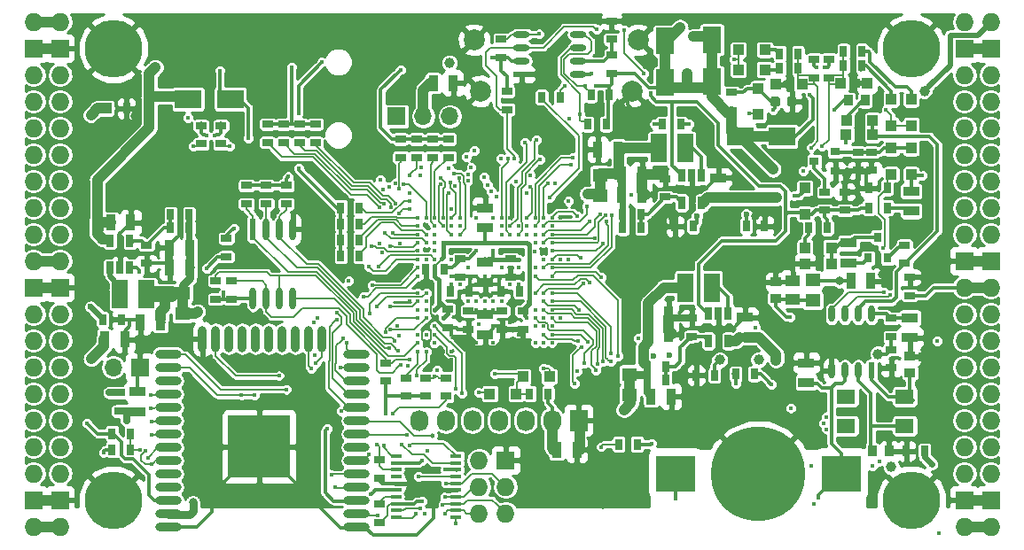
<source format=gbl>
G04 #@! TF.GenerationSoftware,KiCad,Pcbnew,5.0.0+dfsg1-2*
G04 #@! TF.CreationDate,2018-09-08T09:49:14+02:00*
G04 #@! TF.ProjectId,ulx3s,756C7833732E6B696361645F70636200,rev?*
G04 #@! TF.SameCoordinates,Original*
G04 #@! TF.FileFunction,Copper,L4,Bot,Signal*
G04 #@! TF.FilePolarity,Positive*
%FSLAX46Y46*%
G04 Gerber Fmt 4.6, Leading zero omitted, Abs format (unit mm)*
G04 Created by KiCad (PCBNEW 5.0.0+dfsg1-2) date Sat Sep  8 09:49:14 2018*
%MOMM*%
%LPD*%
G01*
G04 APERTURE LIST*
G04 #@! TA.AperFunction,EtchedComponent*
%ADD10C,1.000000*%
G04 #@! TD*
G04 #@! TA.AperFunction,SMDPad,CuDef*
%ADD11O,1.100000X0.400000*%
G04 #@! TD*
G04 #@! TA.AperFunction,SMDPad,CuDef*
%ADD12R,1.100000X0.400000*%
G04 #@! TD*
G04 #@! TA.AperFunction,ComponentPad*
%ADD13C,2.000000*%
G04 #@! TD*
G04 #@! TA.AperFunction,SMDPad,CuDef*
%ADD14R,3.700000X3.500000*%
G04 #@! TD*
G04 #@! TA.AperFunction,BGAPad,CuDef*
%ADD15C,9.000000*%
G04 #@! TD*
G04 #@! TA.AperFunction,SMDPad,CuDef*
%ADD16R,1.800000X1.400000*%
G04 #@! TD*
G04 #@! TA.AperFunction,ComponentPad*
%ADD17R,1.727200X2.032000*%
G04 #@! TD*
G04 #@! TA.AperFunction,ComponentPad*
%ADD18O,1.727200X2.032000*%
G04 #@! TD*
G04 #@! TA.AperFunction,SMDPad,CuDef*
%ADD19R,0.700000X1.200000*%
G04 #@! TD*
G04 #@! TA.AperFunction,SMDPad,CuDef*
%ADD20R,0.600000X1.550000*%
G04 #@! TD*
G04 #@! TA.AperFunction,SMDPad,CuDef*
%ADD21O,0.600000X1.550000*%
G04 #@! TD*
G04 #@! TA.AperFunction,SMDPad,CuDef*
%ADD22R,1.550000X0.600000*%
G04 #@! TD*
G04 #@! TA.AperFunction,SMDPad,CuDef*
%ADD23O,1.550000X0.600000*%
G04 #@! TD*
G04 #@! TA.AperFunction,SMDPad,CuDef*
%ADD24R,0.600000X2.100000*%
G04 #@! TD*
G04 #@! TA.AperFunction,SMDPad,CuDef*
%ADD25O,0.600000X2.100000*%
G04 #@! TD*
G04 #@! TA.AperFunction,SMDPad,CuDef*
%ADD26O,2.500000X0.900000*%
G04 #@! TD*
G04 #@! TA.AperFunction,SMDPad,CuDef*
%ADD27O,0.900000X2.500000*%
G04 #@! TD*
G04 #@! TA.AperFunction,SMDPad,CuDef*
%ADD28R,6.000000X6.000000*%
G04 #@! TD*
G04 #@! TA.AperFunction,SMDPad,CuDef*
%ADD29R,0.670000X1.000000*%
G04 #@! TD*
G04 #@! TA.AperFunction,SMDPad,CuDef*
%ADD30R,1.400000X1.295000*%
G04 #@! TD*
G04 #@! TA.AperFunction,SMDPad,CuDef*
%ADD31R,2.500000X1.800000*%
G04 #@! TD*
G04 #@! TA.AperFunction,SMDPad,CuDef*
%ADD32R,1.800000X2.500000*%
G04 #@! TD*
G04 #@! TA.AperFunction,ComponentPad*
%ADD33O,1.727200X1.727200*%
G04 #@! TD*
G04 #@! TA.AperFunction,ComponentPad*
%ADD34R,1.727200X1.727200*%
G04 #@! TD*
G04 #@! TA.AperFunction,ComponentPad*
%ADD35C,5.500000*%
G04 #@! TD*
G04 #@! TA.AperFunction,SMDPad,CuDef*
%ADD36R,0.970000X1.500000*%
G04 #@! TD*
G04 #@! TA.AperFunction,SMDPad,CuDef*
%ADD37R,1.500000X0.970000*%
G04 #@! TD*
G04 #@! TA.AperFunction,SMDPad,CuDef*
%ADD38R,1.000000X0.670000*%
G04 #@! TD*
G04 #@! TA.AperFunction,SMDPad,CuDef*
%ADD39R,1.000000X1.000000*%
G04 #@! TD*
G04 #@! TA.AperFunction,BGAPad,CuDef*
%ADD40C,0.300000*%
G04 #@! TD*
G04 #@! TA.AperFunction,ComponentPad*
%ADD41R,1.700000X1.700000*%
G04 #@! TD*
G04 #@! TA.AperFunction,ComponentPad*
%ADD42O,1.700000X1.700000*%
G04 #@! TD*
G04 #@! TA.AperFunction,SMDPad,CuDef*
%ADD43R,1.500000X2.700000*%
G04 #@! TD*
G04 #@! TA.AperFunction,SMDPad,CuDef*
%ADD44R,0.800000X0.900000*%
G04 #@! TD*
G04 #@! TA.AperFunction,SMDPad,CuDef*
%ADD45R,0.900000X0.800000*%
G04 #@! TD*
G04 #@! TA.AperFunction,SMDPad,CuDef*
%ADD46R,0.820000X1.000000*%
G04 #@! TD*
G04 #@! TA.AperFunction,SMDPad,CuDef*
%ADD47R,1.000000X0.820000*%
G04 #@! TD*
G04 #@! TA.AperFunction,SMDPad,CuDef*
%ADD48R,1.400000X1.120000*%
G04 #@! TD*
G04 #@! TA.AperFunction,Conductor*
%ADD49C,0.100000*%
G04 #@! TD*
G04 #@! TA.AperFunction,SMDPad,CuDef*
%ADD50C,0.875000*%
G04 #@! TD*
G04 #@! TA.AperFunction,ViaPad*
%ADD51C,2.000000*%
G04 #@! TD*
G04 #@! TA.AperFunction,ViaPad*
%ADD52C,0.419000*%
G04 #@! TD*
G04 #@! TA.AperFunction,ViaPad*
%ADD53C,0.600000*%
G04 #@! TD*
G04 #@! TA.AperFunction,ViaPad*
%ADD54C,1.000000*%
G04 #@! TD*
G04 #@! TA.AperFunction,ViaPad*
%ADD55C,0.800000*%
G04 #@! TD*
G04 #@! TA.AperFunction,ViaPad*
%ADD56C,0.700000*%
G04 #@! TD*
G04 #@! TA.AperFunction,ViaPad*
%ADD57C,0.454000*%
G04 #@! TD*
G04 #@! TA.AperFunction,Conductor*
%ADD58C,0.300000*%
G04 #@! TD*
G04 #@! TA.AperFunction,Conductor*
%ADD59C,1.000000*%
G04 #@! TD*
G04 #@! TA.AperFunction,Conductor*
%ADD60C,0.700000*%
G04 #@! TD*
G04 #@! TA.AperFunction,Conductor*
%ADD61C,0.127000*%
G04 #@! TD*
G04 #@! TA.AperFunction,Conductor*
%ADD62C,0.500000*%
G04 #@! TD*
G04 #@! TA.AperFunction,Conductor*
%ADD63C,0.400000*%
G04 #@! TD*
G04 #@! TA.AperFunction,Conductor*
%ADD64C,0.800000*%
G04 #@! TD*
G04 #@! TA.AperFunction,Conductor*
%ADD65C,0.600000*%
G04 #@! TD*
G04 #@! TA.AperFunction,Conductor*
%ADD66C,0.190000*%
G04 #@! TD*
G04 #@! TA.AperFunction,Conductor*
%ADD67C,1.500000*%
G04 #@! TD*
G04 #@! TA.AperFunction,Conductor*
%ADD68C,0.200000*%
G04 #@! TD*
G04 #@! TA.AperFunction,Conductor*
%ADD69C,0.254000*%
G04 #@! TD*
G04 APERTURE END LIST*
D10*
G04 #@! TO.C,RP3*
X149472000Y-77311000D02*
X149472000Y-79311000D01*
G04 #@! TO.C,RP2*
X109609000Y-88632000D02*
X109609000Y-90632000D01*
G04 #@! TO.C,RP1*
X152281000Y-96361000D02*
X152281000Y-98361000D01*
G04 #@! TO.C,D9*
X166854000Y-73630000D02*
X162854000Y-73630000D01*
G04 #@! TO.C,D52*
X160155000Y-64391000D02*
X160155000Y-68391000D01*
G04 #@! TO.C,D51*
X155710000Y-68518000D02*
X155710000Y-64518000D01*
G04 #@! TD*
D11*
G04 #@! TO.P,U6,20*
G04 #@! TO.N,FTDI_TXD*
X129985000Y-104215000D03*
G04 #@! TO.P,U6,19*
G04 #@! TO.N,FTDI_nSLEEP*
X129985000Y-104865000D03*
G04 #@! TO.P,U6,18*
G04 #@! TO.N,FTDI_TXDEN*
X129985000Y-105515000D03*
G04 #@! TO.P,U6,17*
G04 #@! TO.N,N/C*
X129985000Y-106165000D03*
G04 #@! TO.P,U6,16*
G04 #@! TO.N,GND*
X129985000Y-106815000D03*
G04 #@! TO.P,U6,15*
G04 #@! TO.N,USB5V*
X129985000Y-107465000D03*
G04 #@! TO.P,U6,14*
G04 #@! TO.N,nRESET*
X129985000Y-108115000D03*
G04 #@! TO.P,U6,13*
G04 #@! TO.N,FT2V5*
X129985000Y-108765000D03*
G04 #@! TO.P,U6,12*
G04 #@! TO.N,USB_FTDI_D-*
X129985000Y-109415000D03*
G04 #@! TO.P,U6,11*
G04 #@! TO.N,USB_FTDI_D+*
X129985000Y-110065000D03*
G04 #@! TO.P,U6,10*
G04 #@! TO.N,FTDI_nTXLED*
X135685000Y-110065000D03*
G04 #@! TO.P,U6,9*
G04 #@! TO.N,JTAG_TDO*
X135685000Y-109415000D03*
G04 #@! TO.P,U6,8*
G04 #@! TO.N,JTAG_TMS*
X135685000Y-108765000D03*
G04 #@! TO.P,U6,7*
G04 #@! TO.N,JTAG_TCK*
X135685000Y-108115000D03*
G04 #@! TO.P,U6,6*
G04 #@! TO.N,GND*
X135685000Y-107465000D03*
G04 #@! TO.P,U6,5*
G04 #@! TO.N,JTAG_TDI*
X135685000Y-106815000D03*
G04 #@! TO.P,U6,4*
G04 #@! TO.N,FTDI_RXD*
X135685000Y-106165000D03*
G04 #@! TO.P,U6,3*
G04 #@! TO.N,FT2V5*
X135685000Y-105515000D03*
G04 #@! TO.P,U6,2*
G04 #@! TO.N,FTDI_nRTS*
X135685000Y-104865000D03*
D12*
G04 #@! TO.P,U6,1*
G04 #@! TO.N,FTDI_nDTR*
X135685000Y-104215000D03*
G04 #@! TD*
D13*
G04 #@! TO.P,GPDI1,0*
G04 #@! TO.N,GND*
X152546000Y-69312000D03*
X138046000Y-69312000D03*
X153146000Y-64412000D03*
X137446000Y-64412000D03*
G04 #@! TD*
D14*
G04 #@! TO.P,BAT1,1*
G04 #@! TO.N,/power/VBAT*
X172485000Y-105870000D03*
X156685000Y-105870000D03*
D15*
G04 #@! TO.P,BAT1,2*
G04 #@! TO.N,GND*
X164585000Y-105870000D03*
G04 #@! TD*
D16*
G04 #@! TO.P,Y2,4*
G04 #@! TO.N,/power/OSCI_32k*
X178576000Y-98522000D03*
G04 #@! TO.P,Y2,3*
G04 #@! TO.N,N/C*
X172976000Y-98522000D03*
G04 #@! TO.P,Y2,2*
X172976000Y-101322000D03*
G04 #@! TO.P,Y2,1*
G04 #@! TO.N,/power/OSCO_32k*
X178576000Y-101322000D03*
G04 #@! TD*
D17*
G04 #@! TO.P,OLED1,1*
G04 #@! TO.N,GND*
X147440000Y-100790000D03*
D18*
G04 #@! TO.P,OLED1,2*
G04 #@! TO.N,+3V3*
X144900000Y-100790000D03*
G04 #@! TO.P,OLED1,3*
G04 #@! TO.N,OLED_CLK*
X142360000Y-100790000D03*
G04 #@! TO.P,OLED1,4*
G04 #@! TO.N,OLED_MOSI*
X139820000Y-100790000D03*
G04 #@! TO.P,OLED1,5*
G04 #@! TO.N,OLED_RES*
X137280000Y-100790000D03*
G04 #@! TO.P,OLED1,6*
G04 #@! TO.N,OLED_DC*
X134740000Y-100790000D03*
G04 #@! TO.P,OLED1,7*
G04 #@! TO.N,OLED_CS*
X132200000Y-100790000D03*
G04 #@! TD*
D19*
G04 #@! TO.P,U5,1*
G04 #@! TO.N,/power/PWREN*
X157285000Y-77392000D03*
G04 #@! TO.P,U5,2*
G04 #@! TO.N,GND*
X158235000Y-77392000D03*
G04 #@! TO.P,U5,3*
G04 #@! TO.N,/power/L3*
X159185000Y-77392000D03*
G04 #@! TO.P,U5,4*
G04 #@! TO.N,+5V*
X159185000Y-79992000D03*
G04 #@! TO.P,U5,5*
G04 #@! TO.N,/power/FB3*
X157285000Y-79992000D03*
G04 #@! TD*
G04 #@! TO.P,U3,1*
G04 #@! TO.N,/power/PWREN*
X159825000Y-90600000D03*
G04 #@! TO.P,U3,2*
G04 #@! TO.N,GND*
X160775000Y-90600000D03*
G04 #@! TO.P,U3,3*
G04 #@! TO.N,/power/L1*
X161725000Y-90600000D03*
G04 #@! TO.P,U3,4*
G04 #@! TO.N,+5V*
X161725000Y-93200000D03*
G04 #@! TO.P,U3,5*
G04 #@! TO.N,/power/FB1*
X159825000Y-93200000D03*
G04 #@! TD*
G04 #@! TO.P,U4,1*
G04 #@! TO.N,/power/PWREN*
X104575000Y-86215000D03*
G04 #@! TO.P,U4,2*
G04 #@! TO.N,GND*
X103625000Y-86215000D03*
G04 #@! TO.P,U4,3*
G04 #@! TO.N,/power/L2*
X102675000Y-86215000D03*
G04 #@! TO.P,U4,4*
G04 #@! TO.N,+5V*
X102675000Y-83615000D03*
G04 #@! TO.P,U4,5*
G04 #@! TO.N,/power/FB2*
X104575000Y-83615000D03*
G04 #@! TD*
D20*
G04 #@! TO.P,U7,1*
G04 #@! TO.N,/power/OSCI_32k*
X175395000Y-96015000D03*
D21*
G04 #@! TO.P,U7,2*
G04 #@! TO.N,/power/OSCO_32k*
X174125000Y-96015000D03*
G04 #@! TO.P,U7,3*
G04 #@! TO.N,/power/VBAT*
X172855000Y-96015000D03*
G04 #@! TO.P,U7,4*
G04 #@! TO.N,GND*
X171585000Y-96015000D03*
G04 #@! TO.P,U7,5*
G04 #@! TO.N,FPDI_SDA*
X171585000Y-90615000D03*
G04 #@! TO.P,U7,6*
G04 #@! TO.N,FPDI_SCL*
X172855000Y-90615000D03*
G04 #@! TO.P,U7,7*
G04 #@! TO.N,/power/WAKEUPn*
X174125000Y-90615000D03*
G04 #@! TO.P,U7,8*
G04 #@! TO.N,/power/RTCVDD*
X175395000Y-90615000D03*
G04 #@! TD*
D22*
G04 #@! TO.P,U11,1*
G04 #@! TO.N,GND*
X141980000Y-67706500D03*
D23*
G04 #@! TO.P,U11,2*
G04 #@! TO.N,+2V5*
X141980000Y-66436500D03*
G04 #@! TO.P,U11,3*
G04 #@! TO.N,FPDI_SCL*
X141980000Y-65166500D03*
G04 #@! TO.P,U11,4*
G04 #@! TO.N,FPDI_SDA*
X141980000Y-63896500D03*
G04 #@! TO.P,U11,5*
G04 #@! TO.N,GPDI_SDA*
X147380000Y-63896500D03*
G04 #@! TO.P,U11,6*
G04 #@! TO.N,GPDI_SCL*
X147380000Y-65166500D03*
G04 #@! TO.P,U11,7*
G04 #@! TO.N,/gpdi/VREF2*
X147380000Y-66436500D03*
G04 #@! TO.P,U11,8*
G04 #@! TO.N,+3V3*
X147380000Y-67706500D03*
G04 #@! TD*
D24*
G04 #@! TO.P,U10,1*
G04 #@! TO.N,/flash/FLASH_nCS*
X116340000Y-82520000D03*
D25*
G04 #@! TO.P,U10,2*
G04 #@! TO.N,/flash/FLASH_MISO*
X117610000Y-82520000D03*
G04 #@! TO.P,U10,3*
G04 #@! TO.N,/flash/FLASH_nWP*
X118880000Y-82520000D03*
G04 #@! TO.P,U10,4*
G04 #@! TO.N,GND*
X120150000Y-82520000D03*
G04 #@! TO.P,U10,5*
G04 #@! TO.N,/flash/FLASH_MOSI*
X120150000Y-89124000D03*
G04 #@! TO.P,U10,6*
G04 #@! TO.N,/flash/FLASH_SCK*
X118880000Y-89124000D03*
G04 #@! TO.P,U10,7*
G04 #@! TO.N,/flash/FLASH_nHOLD*
X117610000Y-89124000D03*
G04 #@! TO.P,U10,8*
G04 #@! TO.N,+3V3*
X116340000Y-89124000D03*
G04 #@! TD*
D26*
G04 #@! TO.P,U9,38*
G04 #@! TO.N,GND*
X126230000Y-111000000D03*
G04 #@! TO.P,U9,37*
G04 #@! TO.N,JTAG_TDI*
X126230000Y-109730000D03*
G04 #@! TO.P,U9,36*
G04 #@! TO.N,PROG_DONE*
X126230000Y-108460000D03*
G04 #@! TO.P,U9,35*
G04 #@! TO.N,WIFI_TXD*
X126230000Y-107190000D03*
G04 #@! TO.P,U9,34*
G04 #@! TO.N,WIFI_RXD*
X126230000Y-105920000D03*
G04 #@! TO.P,U9,33*
G04 #@! TO.N,JTAG_TMS*
X126230000Y-104650000D03*
G04 #@! TO.P,U9,32*
G04 #@! TO.N,N/C*
X126230000Y-103380000D03*
G04 #@! TO.P,U9,31*
G04 #@! TO.N,JTAG_TDO*
X126230000Y-102110000D03*
G04 #@! TO.P,U9,30*
G04 #@! TO.N,JTAG_TCK*
X126230000Y-100840000D03*
G04 #@! TO.P,U9,29*
G04 #@! TO.N,WIFI_GPIO5*
X126230000Y-99570000D03*
G04 #@! TO.P,U9,28*
G04 #@! TO.N,WIFI_GPIO17*
X126230000Y-98300000D03*
G04 #@! TO.P,U9,27*
G04 #@! TO.N,WIFI_GPIO16*
X126230000Y-97030000D03*
G04 #@! TO.P,U9,26*
G04 #@! TO.N,SD_D1*
X126230000Y-95760000D03*
G04 #@! TO.P,U9,25*
G04 #@! TO.N,WIFI_GPIO0*
X126230000Y-94490000D03*
D27*
G04 #@! TO.P,U9,24*
G04 #@! TO.N,SD_D0*
X122945000Y-93000000D03*
G04 #@! TO.P,U9,23*
G04 #@! TO.N,SD_CMD*
X121675000Y-93000000D03*
G04 #@! TO.P,U9,22*
G04 #@! TO.N,N/C*
X120405000Y-93000000D03*
G04 #@! TO.P,U9,21*
X119135000Y-93000000D03*
G04 #@! TO.P,U9,20*
X117865000Y-93000000D03*
G04 #@! TO.P,U9,19*
X116595000Y-93000000D03*
G04 #@! TO.P,U9,18*
X115325000Y-93000000D03*
G04 #@! TO.P,U9,17*
X114055000Y-93000000D03*
G04 #@! TO.P,U9,16*
G04 #@! TO.N,SD_D3*
X112785000Y-93000000D03*
G04 #@! TO.P,U9,15*
G04 #@! TO.N,GND*
X111515000Y-93000000D03*
D26*
G04 #@! TO.P,U9,14*
G04 #@! TO.N,SD_D2*
X108230000Y-94490000D03*
G04 #@! TO.P,U9,13*
G04 #@! TO.N,SD_CLK*
X108230000Y-95760000D03*
G04 #@! TO.P,U9,12*
G04 #@! TO.N,N/C*
X108230000Y-97030000D03*
G04 #@! TO.P,U9,11*
G04 #@! TO.N,GP11*
X108230000Y-98300000D03*
G04 #@! TO.P,U9,10*
G04 #@! TO.N,GN11*
X108230000Y-99570000D03*
G04 #@! TO.P,U9,9*
G04 #@! TO.N,GP12*
X108230000Y-100840000D03*
G04 #@! TO.P,U9,8*
G04 #@! TO.N,GN12*
X108230000Y-102110000D03*
G04 #@! TO.P,U9,7*
G04 #@! TO.N,GP13*
X108230000Y-103380000D03*
G04 #@! TO.P,U9,6*
G04 #@! TO.N,GN13*
X108230000Y-104650000D03*
G04 #@! TO.P,U9,5*
G04 #@! TO.N,N/C*
X108230000Y-105920000D03*
G04 #@! TO.P,U9,4*
X108230000Y-107190000D03*
G04 #@! TO.P,U9,3*
G04 #@! TO.N,/wifi/WIFIEN*
X108230000Y-108460000D03*
G04 #@! TO.P,U9,2*
G04 #@! TO.N,+3V3*
X108230000Y-109730000D03*
G04 #@! TO.P,U9,1*
G04 #@! TO.N,GND*
X108230000Y-111000000D03*
D28*
G04 #@! TO.P,U9,39*
X116930000Y-103300000D03*
G04 #@! TD*
D29*
G04 #@! TO.P,C49,2*
G04 #@! TO.N,GND*
X103738000Y-91156000D03*
G04 #@! TO.P,C49,1*
G04 #@! TO.N,2V5_3V3*
X101988000Y-91156000D03*
G04 #@! TD*
D30*
G04 #@! TO.P,RP3,2*
G04 #@! TO.N,+3V3*
X149472000Y-79278500D03*
G04 #@! TO.P,RP3,1*
G04 #@! TO.N,/power/P3V3*
X149472000Y-77343500D03*
G04 #@! TD*
G04 #@! TO.P,RP2,2*
G04 #@! TO.N,+2V5*
X109609000Y-90599500D03*
G04 #@! TO.P,RP2,1*
G04 #@! TO.N,/power/P2V5*
X109609000Y-88664500D03*
G04 #@! TD*
G04 #@! TO.P,RP1,2*
G04 #@! TO.N,+1V1*
X152281000Y-98328500D03*
G04 #@! TO.P,RP1,1*
G04 #@! TO.N,/power/P1V1*
X152281000Y-96393500D03*
G04 #@! TD*
D31*
G04 #@! TO.P,D9,2*
G04 #@! TO.N,+5V*
X162854000Y-73630000D03*
G04 #@! TO.P,D9,1*
G04 #@! TO.N,/usb/US2VBUS*
X166854000Y-73630000D03*
G04 #@! TD*
D32*
G04 #@! TO.P,D52,2*
G04 #@! TO.N,+5V*
X160155000Y-68391000D03*
G04 #@! TO.P,D52,1*
G04 #@! TO.N,/gpio/OUT5V*
X160155000Y-64391000D03*
G04 #@! TD*
G04 #@! TO.P,D51,2*
G04 #@! TO.N,/gpio/IN5V*
X155710000Y-64518000D03*
G04 #@! TO.P,D51,1*
G04 #@! TO.N,+5V*
X155710000Y-68518000D03*
G04 #@! TD*
D33*
G04 #@! TO.P,J1,1*
G04 #@! TO.N,2V5_3V3*
X97910000Y-62690000D03*
G04 #@! TO.P,J1,2*
X95370000Y-62690000D03*
D34*
G04 #@! TO.P,J1,3*
G04 #@! TO.N,GND*
X97910000Y-65230000D03*
G04 #@! TO.P,J1,4*
X95370000Y-65230000D03*
D33*
G04 #@! TO.P,J1,5*
G04 #@! TO.N,GN0*
X97910000Y-67770000D03*
G04 #@! TO.P,J1,6*
G04 #@! TO.N,GP0*
X95370000Y-67770000D03*
G04 #@! TO.P,J1,7*
G04 #@! TO.N,GN1*
X97910000Y-70310000D03*
G04 #@! TO.P,J1,8*
G04 #@! TO.N,GP1*
X95370000Y-70310000D03*
G04 #@! TO.P,J1,9*
G04 #@! TO.N,GN2*
X97910000Y-72850000D03*
G04 #@! TO.P,J1,10*
G04 #@! TO.N,GP2*
X95370000Y-72850000D03*
G04 #@! TO.P,J1,11*
G04 #@! TO.N,GN3*
X97910000Y-75390000D03*
G04 #@! TO.P,J1,12*
G04 #@! TO.N,GP3*
X95370000Y-75390000D03*
G04 #@! TO.P,J1,13*
G04 #@! TO.N,GN4*
X97910000Y-77930000D03*
G04 #@! TO.P,J1,14*
G04 #@! TO.N,GP4*
X95370000Y-77930000D03*
G04 #@! TO.P,J1,15*
G04 #@! TO.N,GN5*
X97910000Y-80470000D03*
G04 #@! TO.P,J1,16*
G04 #@! TO.N,GP5*
X95370000Y-80470000D03*
G04 #@! TO.P,J1,17*
G04 #@! TO.N,GN6*
X97910000Y-83010000D03*
G04 #@! TO.P,J1,18*
G04 #@! TO.N,GP6*
X95370000Y-83010000D03*
G04 #@! TO.P,J1,19*
G04 #@! TO.N,2V5_3V3*
X97910000Y-85550000D03*
G04 #@! TO.P,J1,20*
X95370000Y-85550000D03*
D34*
G04 #@! TO.P,J1,21*
G04 #@! TO.N,GND*
X97910000Y-88090000D03*
G04 #@! TO.P,J1,22*
X95370000Y-88090000D03*
D33*
G04 #@! TO.P,J1,23*
G04 #@! TO.N,GN7*
X97910000Y-90630000D03*
G04 #@! TO.P,J1,24*
G04 #@! TO.N,GP7*
X95370000Y-90630000D03*
G04 #@! TO.P,J1,25*
G04 #@! TO.N,GN8*
X97910000Y-93170000D03*
G04 #@! TO.P,J1,26*
G04 #@! TO.N,GP8*
X95370000Y-93170000D03*
G04 #@! TO.P,J1,27*
G04 #@! TO.N,GN9*
X97910000Y-95710000D03*
G04 #@! TO.P,J1,28*
G04 #@! TO.N,GP9*
X95370000Y-95710000D03*
G04 #@! TO.P,J1,29*
G04 #@! TO.N,GN10*
X97910000Y-98250000D03*
G04 #@! TO.P,J1,30*
G04 #@! TO.N,GP10*
X95370000Y-98250000D03*
G04 #@! TO.P,J1,31*
G04 #@! TO.N,GN11*
X97910000Y-100790000D03*
G04 #@! TO.P,J1,32*
G04 #@! TO.N,GP11*
X95370000Y-100790000D03*
G04 #@! TO.P,J1,33*
G04 #@! TO.N,GN12*
X97910000Y-103330000D03*
G04 #@! TO.P,J1,34*
G04 #@! TO.N,GP12*
X95370000Y-103330000D03*
G04 #@! TO.P,J1,35*
G04 #@! TO.N,GN13*
X97910000Y-105870000D03*
G04 #@! TO.P,J1,36*
G04 #@! TO.N,GP13*
X95370000Y-105870000D03*
D34*
G04 #@! TO.P,J1,37*
G04 #@! TO.N,GND*
X97910000Y-108410000D03*
G04 #@! TO.P,J1,38*
X95370000Y-108410000D03*
D33*
G04 #@! TO.P,J1,39*
G04 #@! TO.N,2V5_3V3*
X97910000Y-110950000D03*
G04 #@! TO.P,J1,40*
X95370000Y-110950000D03*
G04 #@! TD*
G04 #@! TO.P,J2,1*
G04 #@! TO.N,+3V3*
X184270000Y-110950000D03*
G04 #@! TO.P,J2,2*
X186810000Y-110950000D03*
D34*
G04 #@! TO.P,J2,3*
G04 #@! TO.N,GND*
X184270000Y-108410000D03*
G04 #@! TO.P,J2,4*
X186810000Y-108410000D03*
D33*
G04 #@! TO.P,J2,5*
G04 #@! TO.N,GN14*
X184270000Y-105870000D03*
G04 #@! TO.P,J2,6*
G04 #@! TO.N,GP14*
X186810000Y-105870000D03*
G04 #@! TO.P,J2,7*
G04 #@! TO.N,GN15*
X184270000Y-103330000D03*
G04 #@! TO.P,J2,8*
G04 #@! TO.N,GP15*
X186810000Y-103330000D03*
G04 #@! TO.P,J2,9*
G04 #@! TO.N,GN16*
X184270000Y-100790000D03*
G04 #@! TO.P,J2,10*
G04 #@! TO.N,GP16*
X186810000Y-100790000D03*
G04 #@! TO.P,J2,11*
G04 #@! TO.N,GN17*
X184270000Y-98250000D03*
G04 #@! TO.P,J2,12*
G04 #@! TO.N,GP17*
X186810000Y-98250000D03*
G04 #@! TO.P,J2,13*
G04 #@! TO.N,GN18*
X184270000Y-95710000D03*
G04 #@! TO.P,J2,14*
G04 #@! TO.N,GP18*
X186810000Y-95710000D03*
G04 #@! TO.P,J2,15*
G04 #@! TO.N,GN19*
X184270000Y-93170000D03*
G04 #@! TO.P,J2,16*
G04 #@! TO.N,GP19*
X186810000Y-93170000D03*
G04 #@! TO.P,J2,17*
G04 #@! TO.N,GN20*
X184270000Y-90630000D03*
G04 #@! TO.P,J2,18*
G04 #@! TO.N,GP20*
X186810000Y-90630000D03*
G04 #@! TO.P,J2,19*
G04 #@! TO.N,+3V3*
X184270000Y-88090000D03*
G04 #@! TO.P,J2,20*
X186810000Y-88090000D03*
D34*
G04 #@! TO.P,J2,21*
G04 #@! TO.N,GND*
X184270000Y-85550000D03*
G04 #@! TO.P,J2,22*
X186810000Y-85550000D03*
D33*
G04 #@! TO.P,J2,23*
G04 #@! TO.N,GN21*
X184270000Y-83010000D03*
G04 #@! TO.P,J2,24*
G04 #@! TO.N,GP21*
X186810000Y-83010000D03*
G04 #@! TO.P,J2,25*
G04 #@! TO.N,GN22*
X184270000Y-80470000D03*
G04 #@! TO.P,J2,26*
G04 #@! TO.N,GP22*
X186810000Y-80470000D03*
G04 #@! TO.P,J2,27*
G04 #@! TO.N,GN23*
X184270000Y-77930000D03*
G04 #@! TO.P,J2,28*
G04 #@! TO.N,GP23*
X186810000Y-77930000D03*
G04 #@! TO.P,J2,29*
G04 #@! TO.N,GN24*
X184270000Y-75390000D03*
G04 #@! TO.P,J2,30*
G04 #@! TO.N,GP24*
X186810000Y-75390000D03*
G04 #@! TO.P,J2,31*
G04 #@! TO.N,GN25*
X184270000Y-72850000D03*
G04 #@! TO.P,J2,32*
G04 #@! TO.N,GP25*
X186810000Y-72850000D03*
G04 #@! TO.P,J2,33*
G04 #@! TO.N,GN26*
X184270000Y-70310000D03*
G04 #@! TO.P,J2,34*
G04 #@! TO.N,GP26*
X186810000Y-70310000D03*
G04 #@! TO.P,J2,35*
G04 #@! TO.N,GN27*
X184270000Y-67770000D03*
G04 #@! TO.P,J2,36*
G04 #@! TO.N,GP27*
X186810000Y-67770000D03*
D34*
G04 #@! TO.P,J2,37*
G04 #@! TO.N,GND*
X184270000Y-65230000D03*
G04 #@! TO.P,J2,38*
X186810000Y-65230000D03*
D33*
G04 #@! TO.P,J2,39*
G04 #@! TO.N,/gpio/IN5V*
X184270000Y-62690000D03*
G04 #@! TO.P,J2,40*
G04 #@! TO.N,/gpio/OUT5V*
X186810000Y-62690000D03*
G04 #@! TD*
D35*
G04 #@! TO.P,H1,1*
G04 #@! TO.N,GND*
X102990000Y-108410000D03*
G04 #@! TD*
G04 #@! TO.P,H2,1*
G04 #@! TO.N,GND*
X179190000Y-108410000D03*
G04 #@! TD*
G04 #@! TO.P,H3,1*
G04 #@! TO.N,GND*
X179190000Y-65230000D03*
G04 #@! TD*
G04 #@! TO.P,H4,1*
G04 #@! TO.N,GND*
X102990000Y-65230000D03*
G04 #@! TD*
D34*
G04 #@! TO.P,J4,1*
G04 #@! TO.N,GND*
X140455000Y-104600000D03*
D33*
G04 #@! TO.P,J4,2*
G04 #@! TO.N,+3V3*
X137915000Y-104600000D03*
G04 #@! TO.P,J4,3*
G04 #@! TO.N,JTAG_TDI*
X140455000Y-107140000D03*
G04 #@! TO.P,J4,4*
G04 #@! TO.N,JTAG_TCK*
X137915000Y-107140000D03*
G04 #@! TO.P,J4,5*
G04 #@! TO.N,JTAG_TMS*
X140455000Y-109680000D03*
G04 #@! TO.P,J4,6*
G04 #@! TO.N,JTAG_TDO*
X137915000Y-109680000D03*
G04 #@! TD*
D36*
G04 #@! TO.P,C47,1*
G04 #@! TO.N,2V5_3V3*
X133546000Y-68550000D03*
G04 #@! TO.P,C47,2*
G04 #@! TO.N,GND*
X135456000Y-68550000D03*
G04 #@! TD*
G04 #@! TO.P,C1,1*
G04 #@! TO.N,+5V*
X102748500Y-81885000D03*
G04 #@! TO.P,C1,2*
G04 #@! TO.N,GND*
X104658500Y-81885000D03*
G04 #@! TD*
D29*
G04 #@! TO.P,C2,1*
G04 #@! TO.N,/power/P1V1*
X153985000Y-96910000D03*
G04 #@! TO.P,C2,2*
G04 #@! TO.N,/power/FB1*
X155735000Y-96910000D03*
G04 #@! TD*
D36*
G04 #@! TO.P,C3,2*
G04 #@! TO.N,GND*
X156015000Y-90630000D03*
G04 #@! TO.P,C3,1*
G04 #@! TO.N,/power/P1V1*
X154105000Y-90630000D03*
G04 #@! TD*
G04 #@! TO.P,C4,1*
G04 #@! TO.N,/power/P1V1*
X154105000Y-92535000D03*
G04 #@! TO.P,C4,2*
G04 #@! TO.N,GND*
X156015000Y-92535000D03*
G04 #@! TD*
D37*
G04 #@! TO.P,C5,2*
G04 #@! TO.N,GND*
X163315000Y-90945000D03*
G04 #@! TO.P,C5,1*
G04 #@! TO.N,+5V*
X163315000Y-92855000D03*
G04 #@! TD*
D29*
G04 #@! TO.P,C6,1*
G04 #@! TO.N,/power/P3V3*
X151645000Y-82375000D03*
G04 #@! TO.P,C6,2*
G04 #@! TO.N,/power/FB3*
X153395000Y-82375000D03*
G04 #@! TD*
D36*
G04 #@! TO.P,C7,2*
G04 #@! TO.N,GND*
X153475000Y-79200000D03*
G04 #@! TO.P,C7,1*
G04 #@! TO.N,/power/P3V3*
X151565000Y-79200000D03*
G04 #@! TD*
G04 #@! TO.P,C8,2*
G04 #@! TO.N,GND*
X153475000Y-77295000D03*
G04 #@! TO.P,C8,1*
G04 #@! TO.N,/power/P3V3*
X151565000Y-77295000D03*
G04 #@! TD*
D37*
G04 #@! TO.P,C9,1*
G04 #@! TO.N,+5V*
X160775000Y-79520000D03*
G04 #@! TO.P,C9,2*
G04 #@! TO.N,GND*
X160775000Y-77610000D03*
G04 #@! TD*
D29*
G04 #@! TO.P,C10,2*
G04 #@! TO.N,/power/FB2*
X108465000Y-81105000D03*
G04 #@! TO.P,C10,1*
G04 #@! TO.N,/power/P2V5*
X110215000Y-81105000D03*
G04 #@! TD*
D36*
G04 #@! TO.P,C11,2*
G04 #@! TO.N,GND*
X108385000Y-84280000D03*
G04 #@! TO.P,C11,1*
G04 #@! TO.N,/power/P2V5*
X110295000Y-84280000D03*
G04 #@! TD*
G04 #@! TO.P,C12,1*
G04 #@! TO.N,/power/P2V5*
X110295000Y-86185000D03*
G04 #@! TO.P,C12,2*
G04 #@! TO.N,GND*
X108385000Y-86185000D03*
G04 #@! TD*
D37*
G04 #@! TO.P,C13,2*
G04 #@! TO.N,/power/WKUP*
X173221000Y-83833000D03*
G04 #@! TO.P,C13,1*
G04 #@! TO.N,+5V*
X173221000Y-85743000D03*
G04 #@! TD*
D38*
G04 #@! TO.P,C14,2*
G04 #@! TO.N,GND*
X175380000Y-76900000D03*
G04 #@! TO.P,C14,1*
G04 #@! TO.N,/power/SHUT*
X175380000Y-75150000D03*
G04 #@! TD*
D37*
G04 #@! TO.P,C15,1*
G04 #@! TO.N,/sdcard/SD3V3*
X105276000Y-99967000D03*
G04 #@! TO.P,C15,2*
G04 #@! TO.N,GND*
X105276000Y-98057000D03*
G04 #@! TD*
D36*
G04 #@! TO.P,C16,1*
G04 #@! TO.N,+3V3*
X173424000Y-87473000D03*
G04 #@! TO.P,C16,2*
G04 #@! TO.N,GND*
X175334000Y-87473000D03*
G04 #@! TD*
D37*
G04 #@! TO.P,C17,1*
G04 #@! TO.N,+1V1*
X138500000Y-90665000D03*
G04 #@! TO.P,C17,2*
G04 #@! TO.N,GND*
X138500000Y-92575000D03*
G04 #@! TD*
D38*
G04 #@! TO.P,C18,1*
G04 #@! TO.N,/gpdi/VREF2*
X150589600Y-64359000D03*
G04 #@! TO.P,C18,2*
G04 #@! TO.N,GND*
X150589600Y-62609000D03*
G04 #@! TD*
D37*
G04 #@! TO.P,C19,1*
G04 #@! TO.N,+2V5*
X138500000Y-82375000D03*
G04 #@! TO.P,C19,2*
G04 #@! TO.N,GND*
X138500000Y-80465000D03*
G04 #@! TD*
G04 #@! TO.P,C20,2*
G04 #@! TO.N,GND*
X138500000Y-87575000D03*
G04 #@! TO.P,C20,1*
G04 #@! TO.N,+3V3*
X138500000Y-85665000D03*
G04 #@! TD*
D36*
G04 #@! TO.P,C21,2*
G04 #@! TO.N,GND*
X104072000Y-93061000D03*
G04 #@! TO.P,C21,1*
G04 #@! TO.N,+3V3*
X102162000Y-93061000D03*
G04 #@! TD*
G04 #@! TO.P,C22,1*
G04 #@! TO.N,/power/P1V1*
X154359000Y-98504000D03*
G04 #@! TO.P,C22,2*
G04 #@! TO.N,GND*
X156269000Y-98504000D03*
G04 #@! TD*
G04 #@! TO.P,C23,2*
G04 #@! TO.N,GND*
X105591000Y-91392000D03*
G04 #@! TO.P,C23,1*
G04 #@! TO.N,/power/P2V5*
X107501000Y-91392000D03*
G04 #@! TD*
G04 #@! TO.P,C24,1*
G04 #@! TO.N,/power/P3V3*
X151189000Y-74882000D03*
G04 #@! TO.P,C24,2*
G04 #@! TO.N,GND*
X149279000Y-74882000D03*
G04 #@! TD*
D38*
G04 #@! TO.P,C25,2*
G04 #@! TO.N,GND*
X140900000Y-87095000D03*
G04 #@! TO.P,C25,1*
G04 #@! TO.N,+3V3*
X140900000Y-85345000D03*
G04 #@! TD*
G04 #@! TO.P,C26,2*
G04 #@! TO.N,GND*
X136100000Y-87095000D03*
G04 #@! TO.P,C26,1*
G04 #@! TO.N,2V5_3V3*
X136100000Y-85345000D03*
G04 #@! TD*
G04 #@! TO.P,C27,2*
G04 #@! TO.N,GND*
X136900000Y-92095000D03*
G04 #@! TO.P,C27,1*
G04 #@! TO.N,+1V1*
X136900000Y-90345000D03*
G04 #@! TD*
G04 #@! TO.P,C28,1*
G04 #@! TO.N,+1V1*
X140100000Y-90345000D03*
G04 #@! TO.P,C28,2*
G04 #@! TO.N,GND*
X140100000Y-92095000D03*
G04 #@! TD*
G04 #@! TO.P,C29,2*
G04 #@! TO.N,GND*
X142100000Y-92095000D03*
G04 #@! TO.P,C29,1*
G04 #@! TO.N,+2V5*
X142100000Y-90345000D03*
G04 #@! TD*
G04 #@! TO.P,C30,1*
G04 #@! TO.N,+2V5*
X134900000Y-90145000D03*
G04 #@! TO.P,C30,2*
G04 #@! TO.N,GND*
X134900000Y-91895000D03*
G04 #@! TD*
D29*
G04 #@! TO.P,C31,1*
G04 #@! TO.N,+3V3*
X135225000Y-88420000D03*
G04 #@! TO.P,C31,2*
G04 #@! TO.N,GND*
X136975000Y-88420000D03*
G04 #@! TD*
G04 #@! TO.P,C32,2*
G04 #@! TO.N,GND*
X140025000Y-88420000D03*
G04 #@! TO.P,C32,1*
G04 #@! TO.N,+3V3*
X141775000Y-88420000D03*
G04 #@! TD*
G04 #@! TO.P,C33,1*
G04 #@! TO.N,+3V3*
X163425000Y-82220000D03*
G04 #@! TO.P,C33,2*
G04 #@! TO.N,GND*
X165175000Y-82220000D03*
G04 #@! TD*
G04 #@! TO.P,C34,1*
G04 #@! TO.N,+3V3*
X158375000Y-82220000D03*
G04 #@! TO.P,C34,2*
G04 #@! TO.N,GND*
X156625000Y-82220000D03*
G04 #@! TD*
D38*
G04 #@! TO.P,C35,1*
G04 #@! TO.N,+3V3*
X177300000Y-94025000D03*
G04 #@! TO.P,C35,2*
G04 #@! TO.N,GND*
X177300000Y-95775000D03*
G04 #@! TD*
D36*
G04 #@! TO.P,C46,1*
G04 #@! TO.N,+3V3*
X145342000Y-103584000D03*
G04 #@! TO.P,C46,2*
G04 #@! TO.N,GND*
X147252000Y-103584000D03*
G04 #@! TD*
D29*
G04 #@! TO.P,C48,2*
G04 #@! TO.N,GND*
X104246000Y-70963000D03*
G04 #@! TO.P,C48,1*
G04 #@! TO.N,2V5_3V3*
X102496000Y-70963000D03*
G04 #@! TD*
D38*
G04 #@! TO.P,C50,1*
G04 #@! TO.N,+3V3*
X179063000Y-88856000D03*
G04 #@! TO.P,C50,2*
G04 #@! TO.N,GND*
X179063000Y-87106000D03*
G04 #@! TD*
D29*
G04 #@! TO.P,C51,1*
G04 #@! TO.N,+3V3*
X180473000Y-103711000D03*
G04 #@! TO.P,C51,2*
G04 #@! TO.N,GND*
X178723000Y-103711000D03*
G04 #@! TD*
G04 #@! TO.P,C52,2*
G04 #@! TO.N,GND*
X158645000Y-96490000D03*
G04 #@! TO.P,C52,1*
G04 #@! TO.N,+3V3*
X160395000Y-96490000D03*
G04 #@! TD*
G04 #@! TO.P,C53,2*
G04 #@! TO.N,GND*
X132827200Y-86330000D03*
G04 #@! TO.P,C53,1*
G04 #@! TO.N,2V5_3V3*
X134577200Y-86330000D03*
G04 #@! TD*
D37*
G04 #@! TO.P,C54,2*
G04 #@! TO.N,GND*
X169172000Y-95281000D03*
G04 #@! TO.P,C54,1*
G04 #@! TO.N,/power/VBAT*
X169172000Y-97191000D03*
G04 #@! TD*
G04 #@! TO.P,D11,1*
G04 #@! TO.N,/power/HOLD*
X179190000Y-80790000D03*
G04 #@! TO.P,D11,2*
G04 #@! TO.N,+3V3*
X179190000Y-78880000D03*
G04 #@! TD*
D39*
G04 #@! TO.P,D10,1*
G04 #@! TO.N,/power/WAKE*
X169050000Y-84280000D03*
G04 #@! TO.P,D10,2*
G04 #@! TO.N,/power/WKUP*
X171550000Y-84280000D03*
G04 #@! TD*
G04 #@! TO.P,D12,2*
G04 #@! TO.N,/power/FTDI_nSUSPEND*
X169030000Y-78585000D03*
G04 #@! TO.P,D12,1*
G04 #@! TO.N,/power/PWREN*
X169030000Y-81085000D03*
G04 #@! TD*
G04 #@! TO.P,D13,1*
G04 #@! TO.N,/power/WKUP*
X171550000Y-85804000D03*
G04 #@! TO.P,D13,2*
G04 #@! TO.N,GND*
X169050000Y-85804000D03*
G04 #@! TD*
G04 #@! TO.P,D14,2*
G04 #@! TO.N,/power/SHUT*
X179190000Y-74775000D03*
G04 #@! TO.P,D14,1*
G04 #@! TO.N,+3V3*
X179190000Y-77275000D03*
G04 #@! TD*
G04 #@! TO.P,D15,2*
G04 #@! TO.N,SHUTDOWN*
X177285000Y-77275000D03*
G04 #@! TO.P,D15,1*
G04 #@! TO.N,/power/SHUT*
X177285000Y-74775000D03*
G04 #@! TD*
G04 #@! TO.P,D16,1*
G04 #@! TO.N,PWRBTn*
X172987000Y-73503000D03*
G04 #@! TO.P,D16,2*
G04 #@! TO.N,/power/WAKEUPn*
X175487000Y-73503000D03*
G04 #@! TD*
G04 #@! TO.P,D17,1*
G04 #@! TO.N,PWRBTn*
X164585000Y-69060000D03*
G04 #@! TO.P,D17,2*
G04 #@! TO.N,BTN_PWRn*
X164585000Y-71560000D03*
G04 #@! TD*
G04 #@! TO.P,D20,1*
G04 #@! TO.N,USB_FPGA_D+*
X168756000Y-68659000D03*
G04 #@! TO.P,D20,2*
G04 #@! TO.N,GND*
X166256000Y-68659000D03*
G04 #@! TD*
G04 #@! TO.P,D21,2*
G04 #@! TO.N,GND*
X174979000Y-68550000D03*
G04 #@! TO.P,D21,1*
G04 #@! TO.N,USB_FPGA_D-*
X172479000Y-68550000D03*
G04 #@! TD*
G04 #@! TO.P,D23,2*
G04 #@! TO.N,Net-(D23-Pad2)*
X165200000Y-67262000D03*
G04 #@! TO.P,D23,1*
G04 #@! TO.N,USB_FPGA_PULL_D+*
X162700000Y-67262000D03*
G04 #@! TD*
G04 #@! TO.P,D24,2*
G04 #@! TO.N,USB_FPGA_PULL_D+*
X162700000Y-65357000D03*
G04 #@! TO.P,D24,1*
G04 #@! TO.N,Net-(D24-Pad1)*
X165200000Y-65357000D03*
G04 #@! TD*
G04 #@! TO.P,D25,1*
G04 #@! TO.N,USB_FPGA_PULL_D-*
X177285000Y-72594000D03*
G04 #@! TO.P,D25,2*
G04 #@! TO.N,Net-(D25-Pad2)*
X177285000Y-70094000D03*
G04 #@! TD*
G04 #@! TO.P,D26,1*
G04 #@! TO.N,Net-(D26-Pad1)*
X179190000Y-70094000D03*
G04 #@! TO.P,D26,2*
G04 #@! TO.N,USB_FPGA_PULL_D-*
X179190000Y-72594000D03*
G04 #@! TD*
D40*
G04 #@! TO.P,AE1,1*
G04 #@! TO.N,/usb/ANT_433MHz*
X181872000Y-111603000D03*
G04 #@! TD*
D38*
G04 #@! TO.P,R49,1*
G04 #@! TO.N,USB_FTDI_D-*
X113277000Y-74360000D03*
G04 #@! TO.P,R49,2*
G04 #@! TO.N,/usb/FTD-*
X113277000Y-72610000D03*
G04 #@! TD*
G04 #@! TO.P,R50,2*
G04 #@! TO.N,/usb/FTD+*
X111372000Y-72610000D03*
G04 #@! TO.P,R50,1*
G04 #@! TO.N,USB_FTDI_D+*
X111372000Y-74360000D03*
G04 #@! TD*
D29*
G04 #@! TO.P,R51,2*
G04 #@! TO.N,/blinkey/SWPU*
X155455000Y-72487000D03*
G04 #@! TO.P,R51,1*
G04 #@! TO.N,2V5_3V3*
X157205000Y-72487000D03*
G04 #@! TD*
D38*
G04 #@! TO.P,R52,2*
G04 #@! TO.N,/usb/FPD-*
X171331000Y-66278000D03*
G04 #@! TO.P,R52,1*
G04 #@! TO.N,USB_FPGA_D-*
X171331000Y-68028000D03*
G04 #@! TD*
G04 #@! TO.P,R53,1*
G04 #@! TO.N,USB_FPGA_D+*
X169919000Y-68028000D03*
G04 #@! TO.P,R53,2*
G04 #@! TO.N,/usb/FPD+*
X169919000Y-66278000D03*
G04 #@! TD*
D29*
G04 #@! TO.P,R54,2*
G04 #@! TO.N,Net-(D26-Pad1)*
X174477000Y-65502000D03*
G04 #@! TO.P,R54,1*
G04 #@! TO.N,USB_FPGA_D-*
X172727000Y-65502000D03*
G04 #@! TD*
D38*
G04 #@! TO.P,R56,1*
G04 #@! TO.N,GND*
X128390000Y-106321000D03*
G04 #@! TO.P,R56,2*
G04 #@! TO.N,FTDI_TXDEN*
X128390000Y-104571000D03*
G04 #@! TD*
G04 #@! TO.P,R57,2*
G04 #@! TO.N,/analog/AUDIO_V*
X117722000Y-72483000D03*
G04 #@! TO.P,R57,1*
G04 #@! TO.N,AUDIO_V0*
X117722000Y-74233000D03*
G04 #@! TD*
G04 #@! TO.P,R58,1*
G04 #@! TO.N,AUDIO_V1*
X119246000Y-74233000D03*
G04 #@! TO.P,R58,2*
G04 #@! TO.N,/analog/AUDIO_V*
X119246000Y-72483000D03*
G04 #@! TD*
G04 #@! TO.P,R59,2*
G04 #@! TO.N,/analog/AUDIO_V*
X120770000Y-72483000D03*
G04 #@! TO.P,R59,1*
G04 #@! TO.N,AUDIO_V2*
X120770000Y-74233000D03*
G04 #@! TD*
G04 #@! TO.P,R60,1*
G04 #@! TO.N,AUDIO_V3*
X122294000Y-74233000D03*
G04 #@! TO.P,R60,2*
G04 #@! TO.N,/analog/AUDIO_V*
X122294000Y-72483000D03*
G04 #@! TD*
D29*
G04 #@! TO.P,R61,1*
G04 #@! TO.N,GPDI_CEC*
X145655000Y-69900000D03*
G04 #@! TO.P,R61,2*
G04 #@! TO.N,/gpdi/FPDI_CEC*
X143905000Y-69900000D03*
G04 #@! TD*
D41*
G04 #@! TO.P,J3,1*
G04 #@! TO.N,GND*
X105530000Y-95710000D03*
D42*
G04 #@! TO.P,J3,2*
G04 #@! TO.N,/wifi/WIFIEN*
X102990000Y-95710000D03*
G04 #@! TD*
D41*
G04 #@! TO.P,J5,1*
G04 #@! TO.N,+2V5*
X130056000Y-71725000D03*
D42*
G04 #@! TO.P,J5,2*
G04 #@! TO.N,2V5_3V3*
X132596000Y-71725000D03*
G04 #@! TO.P,J5,3*
G04 #@! TO.N,+3V3*
X135136000Y-71725000D03*
G04 #@! TD*
D29*
G04 #@! TO.P,R40,1*
G04 #@! TO.N,Net-(D24-Pad1)*
X166631000Y-65738000D03*
G04 #@! TO.P,R40,2*
G04 #@! TO.N,USB_FPGA_D+*
X168381000Y-65738000D03*
G04 #@! TD*
D38*
G04 #@! TO.P,R55,1*
G04 #@! TO.N,/flash/FPGA_DONE*
X134740000Y-96740000D03*
G04 #@! TO.P,R55,2*
G04 #@! TO.N,PROG_DONE*
X134740000Y-98490000D03*
G04 #@! TD*
D37*
G04 #@! TO.P,C55,1*
G04 #@! TO.N,/power/RTCVDD*
X179078000Y-90963000D03*
G04 #@! TO.P,C55,2*
G04 #@! TO.N,GND*
X179078000Y-92873000D03*
G04 #@! TD*
D38*
G04 #@! TO.P,R65,1*
G04 #@! TO.N,+3V3*
X177300000Y-92793000D03*
G04 #@! TO.P,R65,2*
G04 #@! TO.N,/power/RTCVDD*
X177300000Y-91043000D03*
G04 #@! TD*
D43*
G04 #@! TO.P,L1,1*
G04 #@! TO.N,/power/L1*
X160140000Y-88090000D03*
G04 #@! TO.P,L1,2*
G04 #@! TO.N,/power/P1V1*
X157600000Y-88090000D03*
G04 #@! TD*
G04 #@! TO.P,L2,1*
G04 #@! TO.N,/power/L2*
X103625000Y-88725000D03*
G04 #@! TO.P,L2,2*
G04 #@! TO.N,/power/P2V5*
X106165000Y-88725000D03*
G04 #@! TD*
G04 #@! TO.P,L3,2*
G04 #@! TO.N,/power/P3V3*
X155060000Y-74755000D03*
G04 #@! TO.P,L3,1*
G04 #@! TO.N,/power/L3*
X157600000Y-74755000D03*
G04 #@! TD*
D29*
G04 #@! TO.P,R1,2*
G04 #@! TO.N,/power/PWREN*
X171175000Y-82375000D03*
G04 #@! TO.P,R1,1*
G04 #@! TO.N,/power/WAKE*
X169425000Y-82375000D03*
G04 #@! TD*
D38*
G04 #@! TO.P,R2,2*
G04 #@! TO.N,GND*
X172840000Y-78960000D03*
G04 #@! TO.P,R2,1*
G04 #@! TO.N,/power/PWREN*
X172840000Y-80710000D03*
G04 #@! TD*
G04 #@! TO.P,R3,1*
G04 #@! TO.N,+5V*
X162045000Y-71185000D03*
G04 #@! TO.P,R3,2*
G04 #@! TO.N,PWRBTn*
X162045000Y-69435000D03*
G04 #@! TD*
D29*
G04 #@! TO.P,R4,1*
G04 #@! TO.N,/power/HOLD*
X176890000Y-80470000D03*
G04 #@! TO.P,R4,2*
G04 #@! TO.N,/power/PWREN*
X175140000Y-80470000D03*
G04 #@! TD*
D38*
G04 #@! TO.P,R5,1*
G04 #@! TO.N,/power/SHUT*
X174110000Y-75150000D03*
G04 #@! TO.P,R5,2*
G04 #@! TO.N,GND*
X174110000Y-76900000D03*
G04 #@! TD*
G04 #@! TO.P,R6,2*
G04 #@! TO.N,/power/WAKEUPn*
X178555000Y-85790000D03*
G04 #@! TO.P,R6,1*
G04 #@! TO.N,/power/WKn*
X178555000Y-84040000D03*
G04 #@! TD*
G04 #@! TO.P,R7,2*
G04 #@! TO.N,/blinkey/BTNPUL*
X113785000Y-85155000D03*
G04 #@! TO.P,R7,1*
G04 #@! TO.N,+3V3*
X113785000Y-83405000D03*
G04 #@! TD*
G04 #@! TO.P,R8,1*
G04 #@! TO.N,/power/PWREN*
X170935000Y-80710000D03*
G04 #@! TO.P,R8,2*
G04 #@! TO.N,/power/SHD*
X170935000Y-78960000D03*
G04 #@! TD*
G04 #@! TO.P,R9,2*
G04 #@! TO.N,FT2V5*
X128390000Y-110555000D03*
G04 #@! TO.P,R9,1*
G04 #@! TO.N,nRESET*
X128390000Y-108805000D03*
G04 #@! TD*
D29*
G04 #@! TO.P,R10,2*
G04 #@! TO.N,FTDI_nSLEEP*
X151264000Y-103076000D03*
G04 #@! TO.P,R10,1*
G04 #@! TO.N,/power/FTDI_nSUSPEND*
X153014000Y-103076000D03*
G04 #@! TD*
D38*
G04 #@! TO.P,R11,2*
G04 #@! TO.N,/flash/FLASH_nWP*
X119515000Y-80093000D03*
G04 #@! TO.P,R11,1*
G04 #@! TO.N,+3V3*
X119515000Y-78343000D03*
G04 #@! TD*
G04 #@! TO.P,R12,1*
G04 #@! TO.N,+3V3*
X114308000Y-89219000D03*
G04 #@! TO.P,R12,2*
G04 #@! TO.N,/flash/FLASH_nHOLD*
X114308000Y-87469000D03*
G04 #@! TD*
D29*
G04 #@! TO.P,R13,2*
G04 #@! TO.N,GND*
X175140000Y-78565000D03*
G04 #@! TO.P,R13,1*
G04 #@! TO.N,SHUTDOWN*
X176890000Y-78565000D03*
G04 #@! TD*
G04 #@! TO.P,R14,2*
G04 #@! TO.N,/analog/AUDIO_L*
X124721000Y-85060000D03*
G04 #@! TO.P,R14,1*
G04 #@! TO.N,AUDIO_L0*
X126471000Y-85060000D03*
G04 #@! TD*
G04 #@! TO.P,R15,1*
G04 #@! TO.N,AUDIO_L1*
X126471000Y-83536000D03*
G04 #@! TO.P,R15,2*
G04 #@! TO.N,/analog/AUDIO_L*
X124721000Y-83536000D03*
G04 #@! TD*
G04 #@! TO.P,R16,2*
G04 #@! TO.N,/analog/AUDIO_L*
X124721000Y-82012000D03*
G04 #@! TO.P,R16,1*
G04 #@! TO.N,AUDIO_L2*
X126471000Y-82012000D03*
G04 #@! TD*
G04 #@! TO.P,R17,1*
G04 #@! TO.N,AUDIO_L3*
X126471000Y-80470000D03*
G04 #@! TO.P,R17,2*
G04 #@! TO.N,/analog/AUDIO_L*
X124721000Y-80470000D03*
G04 #@! TD*
D38*
G04 #@! TO.P,R18,2*
G04 #@! TO.N,/analog/AUDIO_R*
X130422000Y-73898000D03*
G04 #@! TO.P,R18,1*
G04 #@! TO.N,AUDIO_R0*
X130422000Y-75648000D03*
G04 #@! TD*
G04 #@! TO.P,R19,2*
G04 #@! TO.N,/analog/AUDIO_R*
X131961000Y-73898000D03*
G04 #@! TO.P,R19,1*
G04 #@! TO.N,AUDIO_R1*
X131961000Y-75648000D03*
G04 #@! TD*
G04 #@! TO.P,R20,2*
G04 #@! TO.N,/analog/AUDIO_R*
X133485000Y-73898000D03*
G04 #@! TO.P,R20,1*
G04 #@! TO.N,AUDIO_R2*
X133485000Y-75648000D03*
G04 #@! TD*
G04 #@! TO.P,R21,1*
G04 #@! TO.N,AUDIO_R3*
X135009000Y-75648000D03*
G04 #@! TO.P,R21,2*
G04 #@! TO.N,/analog/AUDIO_R*
X135009000Y-73898000D03*
G04 #@! TD*
G04 #@! TO.P,R22,1*
G04 #@! TO.N,+2V5*
X140025500Y-66105000D03*
G04 #@! TO.P,R22,2*
G04 #@! TO.N,FPDI_SDA*
X140025500Y-64355000D03*
G04 #@! TD*
G04 #@! TO.P,R23,2*
G04 #@! TO.N,FPDI_SCL*
X140597000Y-71076000D03*
G04 #@! TO.P,R23,1*
G04 #@! TO.N,+2V5*
X140597000Y-69326000D03*
G04 #@! TD*
G04 #@! TO.P,R24,1*
G04 #@! TO.N,+5V*
X150615000Y-67647000D03*
G04 #@! TO.P,R24,2*
G04 #@! TO.N,/gpdi/VREF2*
X150615000Y-65897000D03*
G04 #@! TD*
D29*
G04 #@! TO.P,R25,2*
G04 #@! TO.N,GPDI_SCL*
X148300000Y-72487000D03*
G04 #@! TO.P,R25,1*
G04 #@! TO.N,+5V*
X150050000Y-72487000D03*
G04 #@! TD*
G04 #@! TO.P,R26,1*
G04 #@! TO.N,+5V*
X150362000Y-69693000D03*
G04 #@! TO.P,R26,2*
G04 #@! TO.N,GPDI_SDA*
X148612000Y-69693000D03*
G04 #@! TD*
D38*
G04 #@! TO.P,R27,2*
G04 #@! TO.N,/flash/FLASH_MOSI*
X129025000Y-95300000D03*
G04 #@! TO.P,R27,1*
G04 #@! TO.N,+3V3*
X129025000Y-97050000D03*
G04 #@! TD*
G04 #@! TO.P,R28,1*
G04 #@! TO.N,+3V3*
X117595000Y-78343000D03*
G04 #@! TO.P,R28,2*
G04 #@! TO.N,/flash/FLASH_MISO*
X117595000Y-80093000D03*
G04 #@! TD*
G04 #@! TO.P,R29,1*
G04 #@! TO.N,+3V3*
X112784000Y-89219000D03*
G04 #@! TO.P,R29,2*
G04 #@! TO.N,/flash/FLASH_SCK*
X112784000Y-87469000D03*
G04 #@! TD*
G04 #@! TO.P,R30,1*
G04 #@! TO.N,+3V3*
X115690000Y-78343000D03*
G04 #@! TO.P,R30,2*
G04 #@! TO.N,/flash/FLASH_nCS*
X115690000Y-80093000D03*
G04 #@! TD*
D29*
G04 #@! TO.P,R31,2*
G04 #@! TO.N,/flash/FPGA_PROGRAMN*
X142755000Y-98250000D03*
G04 #@! TO.P,R31,1*
G04 #@! TO.N,+3V3*
X144505000Y-98250000D03*
G04 #@! TD*
D38*
G04 #@! TO.P,R32,1*
G04 #@! TO.N,+3V3*
X132835000Y-98490000D03*
G04 #@! TO.P,R32,2*
G04 #@! TO.N,/flash/FPGA_DONE*
X132835000Y-96740000D03*
G04 #@! TD*
G04 #@! TO.P,R33,2*
G04 #@! TO.N,/flash/FPGA_INITN*
X130930000Y-96740000D03*
G04 #@! TO.P,R33,1*
G04 #@! TO.N,+3V3*
X130930000Y-98490000D03*
G04 #@! TD*
D29*
G04 #@! TO.P,R34,1*
G04 #@! TO.N,+3V3*
X102877000Y-103600000D03*
G04 #@! TO.P,R34,2*
G04 #@! TO.N,WIFI_EN*
X104627000Y-103600000D03*
G04 #@! TD*
G04 #@! TO.P,R35,2*
G04 #@! TO.N,/wifi/WIFIEN*
X102877000Y-102060000D03*
G04 #@! TO.P,R35,1*
G04 #@! TO.N,WIFI_EN*
X104627000Y-102060000D03*
G04 #@! TD*
D38*
G04 #@! TO.P,R38,1*
G04 #@! TO.N,/sdcard/SD3V3*
X103576500Y-99905000D03*
G04 #@! TO.P,R38,2*
G04 #@! TO.N,+3V3*
X103576500Y-98155000D03*
G04 #@! TD*
D29*
G04 #@! TO.P,R39,1*
G04 #@! TO.N,+3V3*
X164190000Y-96345000D03*
G04 #@! TO.P,R39,2*
G04 #@! TO.N,/blinkey/BTNPUR*
X162440000Y-96345000D03*
G04 #@! TD*
G04 #@! TO.P,R63,2*
G04 #@! TO.N,USB_FPGA_D+*
X168381000Y-67135000D03*
G04 #@! TO.P,R63,1*
G04 #@! TO.N,Net-(D23-Pad2)*
X166631000Y-67135000D03*
G04 #@! TD*
G04 #@! TO.P,R64,1*
G04 #@! TO.N,Net-(D25-Pad2)*
X174475000Y-66899000D03*
G04 #@! TO.P,R64,2*
G04 #@! TO.N,USB_FPGA_D-*
X172725000Y-66899000D03*
G04 #@! TD*
G04 #@! TO.P,RA1,1*
G04 #@! TO.N,/power/P1V1*
X153985000Y-95640000D03*
G04 #@! TO.P,RA1,2*
G04 #@! TO.N,/power/FB1*
X155735000Y-95640000D03*
G04 #@! TD*
G04 #@! TO.P,RA2,1*
G04 #@! TO.N,/power/P2V5*
X110215000Y-82375000D03*
G04 #@! TO.P,RA2,2*
G04 #@! TO.N,/power/FB2*
X108465000Y-82375000D03*
G04 #@! TD*
G04 #@! TO.P,RA3,1*
G04 #@! TO.N,/power/P3V3*
X151645000Y-81105000D03*
G04 #@! TO.P,RA3,2*
G04 #@! TO.N,/power/FB3*
X153395000Y-81105000D03*
G04 #@! TD*
D38*
G04 #@! TO.P,RB1,2*
G04 #@! TO.N,/power/FB1*
X158235000Y-92775000D03*
G04 #@! TO.P,RB1,1*
G04 #@! TO.N,GND*
X158235000Y-91025000D03*
G04 #@! TD*
G04 #@! TO.P,RB2,1*
G04 #@! TO.N,GND*
X106165000Y-85790000D03*
G04 #@! TO.P,RB2,2*
G04 #@! TO.N,/power/FB2*
X106165000Y-84040000D03*
G04 #@! TD*
G04 #@! TO.P,RB3,2*
G04 #@! TO.N,/power/FB3*
X155695000Y-79440000D03*
G04 #@! TO.P,RB3,1*
G04 #@! TO.N,GND*
X155695000Y-77690000D03*
G04 #@! TD*
D31*
G04 #@! TO.P,D8,1*
G04 #@! TO.N,+5V*
X110149000Y-70074000D03*
G04 #@! TO.P,D8,2*
G04 #@! TO.N,USB5V*
X114149000Y-70074000D03*
G04 #@! TD*
D44*
G04 #@! TO.P,Q1,3*
G04 #@! TO.N,/power/WKUP*
X176015000Y-83280000D03*
G04 #@! TO.P,Q1,2*
G04 #@! TO.N,+5V*
X175065000Y-85280000D03*
G04 #@! TO.P,Q1,1*
G04 #@! TO.N,/power/WKn*
X176965000Y-85280000D03*
G04 #@! TD*
D45*
G04 #@! TO.P,Q2,1*
G04 #@! TO.N,/power/SHUT*
X171935000Y-75075000D03*
G04 #@! TO.P,Q2,2*
G04 #@! TO.N,GND*
X171935000Y-76975000D03*
G04 #@! TO.P,Q2,3*
G04 #@! TO.N,/power/SHD*
X169935000Y-76025000D03*
G04 #@! TD*
D39*
G04 #@! TO.P,D27,1*
G04 #@! TO.N,/power/WAKEUPn*
X175502000Y-72106000D03*
G04 #@! TO.P,D27,2*
G04 #@! TO.N,Net-(D27-Pad2)*
X173002000Y-72106000D03*
G04 #@! TD*
D46*
G04 #@! TO.P,R66,1*
G04 #@! TO.N,US2_ID*
X173198000Y-70201000D03*
G04 #@! TO.P,R66,2*
G04 #@! TO.N,Net-(D27-Pad2)*
X174798000Y-70201000D03*
G04 #@! TD*
D47*
G04 #@! TO.P,C56,2*
G04 #@! TO.N,/power/OSCI_32k*
X179078000Y-96274000D03*
G04 #@! TO.P,C56,1*
G04 #@! TO.N,GND*
X179078000Y-94674000D03*
G04 #@! TD*
D46*
G04 #@! TO.P,C57,1*
G04 #@! TO.N,GND*
X177084000Y-103711000D03*
G04 #@! TO.P,C57,2*
G04 #@! TO.N,/power/OSCO_32k*
X175484000Y-103711000D03*
G04 #@! TD*
D48*
G04 #@! TO.P,C58,1*
G04 #@! TO.N,/analog/ADC3V3*
X167902000Y-89242000D03*
G04 #@! TO.P,C58,2*
G04 #@! TO.N,GND*
X167902000Y-87482000D03*
G04 #@! TD*
D47*
G04 #@! TO.P,C59,1*
G04 #@! TO.N,/analog/ADC3V3*
X166251000Y-89162000D03*
G04 #@! TO.P,C59,2*
G04 #@! TO.N,GND*
X166251000Y-87562000D03*
G04 #@! TD*
D30*
G04 #@! TO.P,L4,1*
G04 #@! TO.N,+3V3*
X169807000Y-87394500D03*
G04 #@! TO.P,L4,2*
G04 #@! TO.N,/analog/ADC3V3*
X169807000Y-89329500D03*
G04 #@! TD*
D39*
G04 #@! TO.P,D28,1*
G04 #@! TO.N,PWRBTn*
X144626000Y-96599000D03*
G04 #@! TO.P,D28,2*
G04 #@! TO.N,/flash/FPGA_PROGRAMN*
X142126000Y-96599000D03*
G04 #@! TD*
G04 #@! TO.P,D29,1*
G04 #@! TO.N,USER_PROGRAMN*
X138951000Y-98250000D03*
G04 #@! TO.P,D29,2*
G04 #@! TO.N,/flash/FPGA_PROGRAMN*
X141451000Y-98250000D03*
G04 #@! TD*
D49*
G04 #@! TO.N,PWRBTn*
G04 #@! TO.C,C60*
G36*
X166450691Y-69836053D02*
X166471926Y-69839203D01*
X166492750Y-69844419D01*
X166512962Y-69851651D01*
X166532368Y-69860830D01*
X166550781Y-69871866D01*
X166568024Y-69884654D01*
X166583930Y-69899070D01*
X166598346Y-69914976D01*
X166611134Y-69932219D01*
X166622170Y-69950632D01*
X166631349Y-69970038D01*
X166638581Y-69990250D01*
X166643797Y-70011074D01*
X166646947Y-70032309D01*
X166648000Y-70053750D01*
X166648000Y-70566250D01*
X166646947Y-70587691D01*
X166643797Y-70608926D01*
X166638581Y-70629750D01*
X166631349Y-70649962D01*
X166622170Y-70669368D01*
X166611134Y-70687781D01*
X166598346Y-70705024D01*
X166583930Y-70720930D01*
X166568024Y-70735346D01*
X166550781Y-70748134D01*
X166532368Y-70759170D01*
X166512962Y-70768349D01*
X166492750Y-70775581D01*
X166471926Y-70780797D01*
X166450691Y-70783947D01*
X166429250Y-70785000D01*
X165991750Y-70785000D01*
X165970309Y-70783947D01*
X165949074Y-70780797D01*
X165928250Y-70775581D01*
X165908038Y-70768349D01*
X165888632Y-70759170D01*
X165870219Y-70748134D01*
X165852976Y-70735346D01*
X165837070Y-70720930D01*
X165822654Y-70705024D01*
X165809866Y-70687781D01*
X165798830Y-70669368D01*
X165789651Y-70649962D01*
X165782419Y-70629750D01*
X165777203Y-70608926D01*
X165774053Y-70587691D01*
X165773000Y-70566250D01*
X165773000Y-70053750D01*
X165774053Y-70032309D01*
X165777203Y-70011074D01*
X165782419Y-69990250D01*
X165789651Y-69970038D01*
X165798830Y-69950632D01*
X165809866Y-69932219D01*
X165822654Y-69914976D01*
X165837070Y-69899070D01*
X165852976Y-69884654D01*
X165870219Y-69871866D01*
X165888632Y-69860830D01*
X165908038Y-69851651D01*
X165928250Y-69844419D01*
X165949074Y-69839203D01*
X165970309Y-69836053D01*
X165991750Y-69835000D01*
X166429250Y-69835000D01*
X166450691Y-69836053D01*
X166450691Y-69836053D01*
G37*
D50*
G04 #@! TD*
G04 #@! TO.P,C60,1*
G04 #@! TO.N,PWRBTn*
X166210500Y-70310000D03*
D49*
G04 #@! TO.N,GND*
G04 #@! TO.C,C60*
G36*
X168025691Y-69836053D02*
X168046926Y-69839203D01*
X168067750Y-69844419D01*
X168087962Y-69851651D01*
X168107368Y-69860830D01*
X168125781Y-69871866D01*
X168143024Y-69884654D01*
X168158930Y-69899070D01*
X168173346Y-69914976D01*
X168186134Y-69932219D01*
X168197170Y-69950632D01*
X168206349Y-69970038D01*
X168213581Y-69990250D01*
X168218797Y-70011074D01*
X168221947Y-70032309D01*
X168223000Y-70053750D01*
X168223000Y-70566250D01*
X168221947Y-70587691D01*
X168218797Y-70608926D01*
X168213581Y-70629750D01*
X168206349Y-70649962D01*
X168197170Y-70669368D01*
X168186134Y-70687781D01*
X168173346Y-70705024D01*
X168158930Y-70720930D01*
X168143024Y-70735346D01*
X168125781Y-70748134D01*
X168107368Y-70759170D01*
X168087962Y-70768349D01*
X168067750Y-70775581D01*
X168046926Y-70780797D01*
X168025691Y-70783947D01*
X168004250Y-70785000D01*
X167566750Y-70785000D01*
X167545309Y-70783947D01*
X167524074Y-70780797D01*
X167503250Y-70775581D01*
X167483038Y-70768349D01*
X167463632Y-70759170D01*
X167445219Y-70748134D01*
X167427976Y-70735346D01*
X167412070Y-70720930D01*
X167397654Y-70705024D01*
X167384866Y-70687781D01*
X167373830Y-70669368D01*
X167364651Y-70649962D01*
X167357419Y-70629750D01*
X167352203Y-70608926D01*
X167349053Y-70587691D01*
X167348000Y-70566250D01*
X167348000Y-70053750D01*
X167349053Y-70032309D01*
X167352203Y-70011074D01*
X167357419Y-69990250D01*
X167364651Y-69970038D01*
X167373830Y-69950632D01*
X167384866Y-69932219D01*
X167397654Y-69914976D01*
X167412070Y-69899070D01*
X167427976Y-69884654D01*
X167445219Y-69871866D01*
X167463632Y-69860830D01*
X167483038Y-69851651D01*
X167503250Y-69844419D01*
X167524074Y-69839203D01*
X167545309Y-69836053D01*
X167566750Y-69835000D01*
X168004250Y-69835000D01*
X168025691Y-69836053D01*
X168025691Y-69836053D01*
G37*
D50*
G04 #@! TD*
G04 #@! TO.P,C60,2*
G04 #@! TO.N,GND*
X167785500Y-70310000D03*
D51*
G04 #@! TO.N,GND*
X118689500Y-101316000D03*
D52*
X152408000Y-72169500D03*
X140080000Y-92600000D03*
X135280000Y-87000000D03*
X177287984Y-96778661D03*
D53*
X152510125Y-81695229D03*
D54*
X177658444Y-82281349D03*
X163203000Y-94966000D03*
X158539988Y-94868772D03*
D53*
X156262773Y-81349374D03*
X123437000Y-108972000D03*
D52*
X170309539Y-85441529D03*
X133216000Y-107465000D03*
X137680000Y-88600000D03*
X142480000Y-95000000D03*
X141680000Y-92600000D03*
D54*
X116880503Y-64802940D03*
X106974809Y-64953974D03*
D52*
X142480000Y-94200000D03*
X140880000Y-93400000D03*
X139280000Y-93400000D03*
X137680000Y-93400000D03*
X135280000Y-92600000D03*
X132880000Y-91800000D03*
X132880000Y-93400000D03*
X139280000Y-87000000D03*
X137680000Y-87000000D03*
X136080000Y-84600000D03*
X139280000Y-88600000D03*
D54*
X175776000Y-63343000D03*
X164854000Y-63343000D03*
X158645000Y-98635000D03*
X104402000Y-76932000D03*
X123198000Y-64232000D03*
D55*
X167267000Y-68677000D03*
D52*
X170061000Y-103094000D03*
X173109000Y-103094000D03*
D54*
X166632000Y-96363000D03*
X173490000Y-94585000D03*
D55*
X176411000Y-86838000D03*
D52*
X122944000Y-67788000D03*
D54*
X118245000Y-67534000D03*
D52*
X114181000Y-76678000D03*
X111006000Y-76551000D03*
X106815000Y-76424000D03*
X101354000Y-76297000D03*
D54*
X121674000Y-104618000D03*
X108339000Y-71852000D03*
X147455000Y-107031000D03*
X149741000Y-108809000D03*
D53*
X152408000Y-92997500D03*
D54*
X173934500Y-68550000D03*
X180221000Y-94712000D03*
D51*
X115197000Y-101316000D03*
D52*
X180460000Y-74374000D03*
X116452000Y-74247000D03*
X100450000Y-103838000D03*
X131280000Y-89400000D03*
X131280000Y-86200000D03*
X132880000Y-82200000D03*
X135280000Y-80600000D03*
X132880000Y-84600000D03*
X134480000Y-94200000D03*
X135280000Y-94200000D03*
X135280000Y-95000000D03*
X136080000Y-93400000D03*
X145680000Y-94200000D03*
X145680000Y-85400000D03*
X145680000Y-81400000D03*
X144080000Y-84600000D03*
X140880000Y-81400000D03*
X145680000Y-91000000D03*
X140880000Y-84600000D03*
X139280000Y-91800000D03*
X140880000Y-91400000D03*
X141480000Y-68800000D03*
X174313117Y-71127457D03*
D53*
X180435000Y-70610000D03*
D54*
X105149000Y-71727010D03*
X180714000Y-91900000D03*
D53*
X154567000Y-79178521D03*
D54*
X101847000Y-100790000D03*
D55*
X164331000Y-81232000D03*
D54*
X181705000Y-85596000D03*
X159266000Y-72205935D03*
X173030500Y-77212479D03*
D55*
X112794578Y-101644078D03*
D52*
X101974000Y-88788500D03*
X100005500Y-79962000D03*
X135280000Y-89400000D03*
X138480000Y-88600000D03*
D55*
X161092500Y-81232000D03*
D53*
X169220500Y-79644500D03*
X172840000Y-79644500D03*
X174110000Y-79263500D03*
D52*
X135280000Y-84600000D03*
X136880000Y-84600000D03*
X140080000Y-84600000D03*
X141680000Y-84600000D03*
X138480000Y-87000000D03*
X137680000Y-87800000D03*
X139280000Y-87800000D03*
X141680000Y-89400000D03*
X134480000Y-95000000D03*
X136880000Y-95000000D03*
X137680000Y-95000000D03*
X138480000Y-95000000D03*
X139280000Y-95000000D03*
X140080000Y-95000000D03*
X143280000Y-95000000D03*
X145680000Y-95000000D03*
X144880000Y-94200000D03*
X144880000Y-95000000D03*
X143280000Y-94200000D03*
X138480000Y-92600000D03*
X141680000Y-87000000D03*
X179800000Y-83183000D03*
X135096000Y-64260000D03*
X132556000Y-64260000D03*
X132683000Y-66673000D03*
X117570000Y-71245000D03*
X100425000Y-74039000D03*
X100425000Y-76960000D03*
X100171000Y-87628000D03*
X99790000Y-86866000D03*
X152114000Y-104392000D03*
X153003000Y-104392000D03*
X178022000Y-89660000D03*
X153130000Y-101090000D03*
X111474000Y-94994000D03*
X109340000Y-81613000D03*
D54*
G04 #@! TO.N,+5V*
X107021491Y-67043629D03*
X157807568Y-67669269D03*
X166284693Y-95025145D03*
D52*
X174379000Y-85743000D03*
X149080000Y-68800000D03*
D54*
X166363006Y-79473521D03*
X165982000Y-76801043D03*
X101466000Y-82502000D03*
G04 #@! TO.N,/gpio/IN5V*
X157107000Y-63216000D03*
G04 #@! TO.N,/gpio/OUT5V*
X158376998Y-64105000D03*
X180444709Y-69292440D03*
D52*
G04 #@! TO.N,+3V3*
X119692151Y-77494120D03*
D53*
X156091000Y-94585000D03*
X181155918Y-104980708D03*
D54*
X135105588Y-66616618D03*
D52*
X114513935Y-82409431D03*
X165803369Y-97344883D03*
D53*
X154593901Y-94607945D03*
D54*
X164625730Y-94982471D03*
D55*
X110593913Y-108636458D03*
D52*
X129005202Y-100174798D03*
X141680000Y-86200000D03*
X132880000Y-92600000D03*
X141680000Y-85400000D03*
D56*
X102624000Y-98141000D03*
D52*
X110117000Y-71852000D03*
D55*
X172347000Y-87473000D03*
D53*
X163457000Y-81123000D03*
X158758000Y-81250000D03*
D52*
X102101000Y-103838000D03*
X132080000Y-92600000D03*
X135280000Y-87800000D03*
X139280000Y-84600000D03*
X148680006Y-67600000D03*
D54*
X177285000Y-105235000D03*
X176015000Y-94440000D03*
X100894500Y-94884500D03*
D52*
X113546000Y-88559731D03*
X180255508Y-77402208D03*
D54*
X148268387Y-79156021D03*
D52*
X135280000Y-88600000D03*
X141680000Y-88600000D03*
X137880000Y-91600000D03*
X141680000Y-87800000D03*
D54*
X160900006Y-95020000D03*
D52*
G04 #@! TO.N,BTN_F1*
X130092500Y-91742500D03*
X122520963Y-90982169D03*
G04 #@! TO.N,BTN_F2*
X130283002Y-92694998D03*
X122116566Y-91386566D03*
G04 #@! TO.N,BTN_R*
X143280000Y-86200000D03*
X146480000Y-85400000D03*
X181680000Y-93200000D03*
X175507000Y-105108000D03*
G04 #@! TO.N,BTN_U*
X144880000Y-91800000D03*
X147047006Y-97267000D03*
X147700000Y-93768490D03*
G04 #@! TO.N,+2V5*
X142480000Y-83800000D03*
X134480000Y-83800000D03*
X134480000Y-91000000D03*
X139200000Y-66137000D03*
D54*
X111025100Y-90413100D03*
D52*
X142480000Y-91000000D03*
X133680000Y-90200000D03*
G04 #@! TO.N,/power/PWREN*
X154313000Y-69502500D03*
X122926177Y-66532317D03*
X105454500Y-86599000D03*
X120664983Y-71436510D03*
G04 #@! TO.N,/power/VBAT*
X156725998Y-108301000D03*
X170315004Y-108174000D03*
G04 #@! TO.N,JTAG_TDI*
X132708000Y-109680000D03*
X134750646Y-106810513D03*
X133680000Y-91800000D03*
X136280000Y-98200000D03*
X128251000Y-109840000D03*
G04 #@! TO.N,JTAG_TCK*
X134675868Y-108131585D03*
D57*
X133449289Y-102232615D03*
D52*
X133680000Y-92600000D03*
X135680000Y-97800000D03*
G04 #@! TO.N,JTAG_TMS*
X127419091Y-104077728D03*
X134463998Y-108841973D03*
X133680000Y-93400000D03*
X132950000Y-103680500D03*
G04 #@! TO.N,JTAG_TDO*
X131039072Y-102187000D03*
X134636872Y-109719950D03*
X132880000Y-94200000D03*
X131997500Y-96505000D03*
G04 #@! TO.N,SHUTDOWN*
X143260000Y-84620000D03*
X176480289Y-84343711D03*
G04 #@! TO.N,GPDI_SDA*
X148059490Y-68800000D03*
G04 #@! TO.N,GPDI_SCL*
X147582000Y-71534498D03*
G04 #@! TO.N,SD_CMD*
X121928000Y-95855000D03*
G04 #@! TO.N,SD_CLK*
X115245500Y-98377000D03*
X116438522Y-98377000D03*
G04 #@! TO.N,SD_D0*
X122309000Y-95347000D03*
X132080000Y-86200000D03*
X127747678Y-87860116D03*
G04 #@! TO.N,SD_D1*
X122203636Y-94585375D03*
X124707000Y-95710000D03*
G04 #@! TO.N,USB5V*
X113157250Y-67343629D03*
X127586603Y-107875044D03*
X115880000Y-73800000D03*
G04 #@! TO.N,GPDI_CEC*
X146080000Y-68800000D03*
G04 #@! TO.N,FTDI_nDTR*
X131299000Y-103172500D03*
G04 #@! TO.N,SDRAM_D15*
X144080000Y-86200000D03*
X150107000Y-81740000D03*
G04 #@! TO.N,SDRAM_A6*
X144880000Y-87000000D03*
X149575498Y-87093010D03*
G04 #@! TO.N,SDRAM_D13*
X144880000Y-83800000D03*
X150013807Y-81172725D03*
G04 #@! TO.N,SDRAM_D6*
X147343891Y-93217126D03*
X144080000Y-92600000D03*
G04 #@! TO.N,SDRAM_D14*
X144880000Y-86200000D03*
X150559802Y-81168435D03*
G04 #@! TO.N,SDRAM_D12*
X144880000Y-83000000D03*
X149471988Y-81105000D03*
G04 #@! TO.N,SDRAM_D5*
X148349010Y-93322307D03*
X144880000Y-92600000D03*
G04 #@! TO.N,SDRAM_D4*
X149091000Y-95964000D03*
X144880000Y-91000000D03*
G04 #@! TO.N,SDRAM_D3*
X144880000Y-90200000D03*
X149777490Y-95171500D03*
G04 #@! TO.N,SDRAM_D2*
X144880000Y-89400000D03*
X150476000Y-95171500D03*
G04 #@! TO.N,SDRAM_D1*
X144880000Y-88600000D03*
X150539500Y-94346000D03*
G04 #@! TO.N,SDRAM_D0*
X143280000Y-87000000D03*
X151190159Y-94650846D03*
G04 #@! TO.N,/flash/FLASH_nWP*
X131084713Y-95564177D03*
X129861888Y-93188963D03*
G04 #@! TO.N,/flash/FLASH_nHOLD*
X130405479Y-95464307D03*
G04 #@! TO.N,/flash/FLASH_MOSI*
X131280000Y-95000000D03*
G04 #@! TO.N,/flash/FLASH_MISO*
X130176181Y-94152270D03*
G04 #@! TO.N,/flash/FLASH_SCK*
X132080000Y-93400000D03*
G04 #@! TO.N,/flash/FLASH_nCS*
X129318354Y-93878451D03*
G04 #@! TO.N,/flash/FPGA_PROGRAMN*
X139439000Y-96345000D03*
X133880000Y-96000000D03*
G04 #@! TO.N,/flash/FPGA_DONE*
X133680000Y-96600000D03*
G04 #@! TO.N,/flash/FPGA_INITN*
X132080000Y-94200000D03*
G04 #@! TO.N,WIFI_EN*
X105530000Y-103584000D03*
X128701140Y-84724382D03*
G04 #@! TO.N,FTDI_nRTS*
X129449238Y-89937935D03*
X132080000Y-89400000D03*
X130537000Y-103109000D03*
G04 #@! TO.N,FTDI_TXD*
X128806823Y-103185900D03*
G04 #@! TO.N,FTDI_RXD*
X132162861Y-106185868D03*
X132880000Y-88600000D03*
X128132185Y-89930183D03*
G04 #@! TO.N,WIFI_RXD*
X132080000Y-87000000D03*
X126923286Y-88929791D03*
X123802408Y-105966500D03*
G04 #@! TO.N,WIFI_GPIO0*
X125291490Y-93393500D03*
G04 #@! TO.N,WIFI_TXD*
X124202418Y-107207639D03*
G04 #@! TO.N,USB_FTDI_D+*
X110599084Y-74589383D03*
X131882500Y-109743500D03*
G04 #@! TO.N,USB_FTDI_D-*
X114104080Y-74612196D03*
X132275111Y-109182963D03*
G04 #@! TO.N,SD_D3*
X118804124Y-96541124D03*
G04 #@! TO.N,AUDIO_L3*
X131297848Y-79823446D03*
G04 #@! TO.N,AUDIO_L2*
X132080000Y-81400000D03*
G04 #@! TO.N,AUDIO_L1*
X132080000Y-82200000D03*
G04 #@! TO.N,AUDIO_L0*
X132880000Y-83000000D03*
G04 #@! TO.N,AUDIO_R3*
X133680000Y-81400000D03*
G04 #@! TO.N,AUDIO_R2*
X133680000Y-82200000D03*
G04 #@! TO.N,AUDIO_R1*
X131285655Y-77327355D03*
G04 #@! TO.N,AUDIO_R0*
X130283053Y-78624643D03*
G04 #@! TO.N,OLED_CLK*
X132880000Y-91000000D03*
X129457500Y-92123500D03*
G04 #@! TO.N,OLED_MOSI*
X132077338Y-91002010D03*
X128962831Y-92390827D03*
G04 #@! TO.N,LED0*
X131280000Y-80623627D03*
X130295000Y-80978000D03*
G04 #@! TO.N,LED7*
X132080000Y-85414999D03*
X127374000Y-86058000D03*
G04 #@! TO.N,BTN_PWRn*
X134480000Y-82200000D03*
X146565997Y-71977990D03*
X134250196Y-78254176D03*
X163690901Y-71416935D03*
G04 #@! TO.N,FTDI_nTXLED*
X135656559Y-110610712D03*
G04 #@! TO.N,FTDI_nSLEEP*
X149577281Y-103320847D03*
X132442000Y-104633000D03*
D56*
G04 #@! TO.N,/sdcard/SD3V3*
X104260000Y-100790000D03*
D52*
G04 #@! TO.N,SD_D2*
X119500000Y-97820000D03*
G04 #@! TO.N,/blinkey/BTNPUL*
X111895217Y-86253790D03*
G04 #@! TO.N,/blinkey/BTNPUR*
X162441000Y-97270000D03*
X169934000Y-108808998D03*
X169680000Y-105126000D03*
G04 #@! TO.N,USB_FPGA_D+*
X142480000Y-82200000D03*
X143280000Y-83000000D03*
X169653000Y-74706510D03*
G04 #@! TO.N,/power/FTDI_nSUSPEND*
X154425580Y-102987766D03*
X168014000Y-79327000D03*
G04 #@! TO.N,/usb/FTD-*
X112680000Y-73600000D03*
G04 #@! TO.N,/usb/FTD+*
X111880000Y-73600000D03*
G04 #@! TO.N,ADC_MISO*
X143280000Y-93400000D03*
X176142000Y-104727000D03*
G04 #@! TO.N,ADC_MOSI*
X143280000Y-91800000D03*
X171050000Y-101628490D03*
G04 #@! TO.N,ADC_CSn*
X144080000Y-91800000D03*
X170859500Y-101077000D03*
G04 #@! TO.N,ADC_SCLK*
X144080000Y-91000000D03*
X171050000Y-100442000D03*
G04 #@! TO.N,SW3*
X135280000Y-82200000D03*
X135591505Y-78376591D03*
G04 #@! TO.N,SW2*
X136080000Y-82200000D03*
X134993992Y-76723500D03*
G04 #@! TO.N,SW1*
X136080000Y-83000000D03*
X135565500Y-77168000D03*
G04 #@! TO.N,USB_FPGA_D-*
X142460000Y-83020000D03*
X143280000Y-83800000D03*
X170680000Y-74600000D03*
X142785835Y-77336599D03*
G04 #@! TO.N,/usb/FPD+*
X170188000Y-67026000D03*
G04 #@! TO.N,/usb/FPD-*
X170950000Y-67026000D03*
G04 #@! TO.N,WIFI_GPIO16*
X124963994Y-92956608D03*
G04 #@! TO.N,/usb/ANT_433MHz*
X181872000Y-111603000D03*
X125488374Y-87410874D03*
G04 #@! TO.N,PROG_DONE*
X129660000Y-100155000D03*
X123425447Y-101564351D03*
G04 #@! TO.N,FTDI_TXDEN*
X132080000Y-88600000D03*
X128187500Y-103109000D03*
X127438343Y-90557396D03*
G04 #@! TO.N,/analog/AUDIO_V*
X120008000Y-67008000D03*
G04 #@! TO.N,AUDIO_V3*
X133680000Y-83000000D03*
X129947106Y-80044312D03*
G04 #@! TO.N,AUDIO_V2*
X133680000Y-83800000D03*
X129507513Y-80406500D03*
G04 #@! TO.N,AUDIO_V1*
X130334100Y-83854100D03*
X128834500Y-80089000D03*
G04 #@! TO.N,AUDIO_V0*
X133680000Y-85400000D03*
X128453500Y-83899000D03*
X128390000Y-80406500D03*
X128340716Y-86062072D03*
G04 #@! TO.N,+1V1*
X136080000Y-87800000D03*
X140080000Y-89400000D03*
X136880000Y-89400000D03*
D54*
X151758000Y-99774000D03*
D52*
X136880000Y-86200000D03*
X140080000Y-86200000D03*
X137680000Y-90200000D03*
X139280000Y-90200000D03*
X136880000Y-90200000D03*
X138480000Y-90200000D03*
X140080000Y-90200000D03*
X138480000Y-89400000D03*
X137680000Y-89400000D03*
X139280000Y-89400000D03*
X140880000Y-87800000D03*
G04 #@! TO.N,SW4*
X135021320Y-79024950D03*
X135280000Y-83000000D03*
G04 #@! TO.N,/blinkey/SWPU*
X154694000Y-72487000D03*
G04 #@! TO.N,/wifi/WIFIEN*
X100450000Y-101044000D03*
G04 #@! TO.N,FT2V5*
X134707351Y-105508447D03*
X132442000Y-108506500D03*
G04 #@! TO.N,GN0*
X139280000Y-81400000D03*
G04 #@! TO.N,GP0*
X139554000Y-79423500D03*
G04 #@! TO.N,GN1*
X139046000Y-78915500D03*
G04 #@! TO.N,GP1*
X138728500Y-78280500D03*
G04 #@! TO.N,GN2*
X138405916Y-77551542D03*
G04 #@! TO.N,GP2*
X137480000Y-75000000D03*
G04 #@! TO.N,GN3*
X137680000Y-81400000D03*
G04 #@! TO.N,GP3*
X136742593Y-75579407D03*
G04 #@! TO.N,GN4*
X137174375Y-76624866D03*
G04 #@! TO.N,GP4*
X136863200Y-77287600D03*
G04 #@! TO.N,GN5*
X136894606Y-77861070D03*
G04 #@! TO.N,GP5*
X136048819Y-77645502D03*
X136080000Y-81400000D03*
G04 #@! TO.N,GN6*
X135280000Y-81400000D03*
X135172500Y-78026500D03*
G04 #@! TO.N,GP6*
X134480000Y-81400000D03*
X134211634Y-77583950D03*
G04 #@! TO.N,GN14*
X147280010Y-96104826D03*
X144080000Y-93400000D03*
G04 #@! TO.N,GP14*
X144880000Y-93400000D03*
G04 #@! TO.N,GN15*
X143280000Y-91000000D03*
X147956791Y-95311091D03*
G04 #@! TO.N,GP15*
X144080000Y-90200000D03*
X149206000Y-95362000D03*
G04 #@! TO.N,GN16*
X144080000Y-89400000D03*
X147430953Y-90233021D03*
G04 #@! TO.N,GP16*
X143280000Y-90200000D03*
G04 #@! TO.N,GN17*
X147910791Y-87683418D03*
X144080000Y-88600000D03*
G04 #@! TO.N,GP17*
X148483539Y-87623462D03*
X143280000Y-88600000D03*
G04 #@! TO.N,GN18*
X144080000Y-85400000D03*
G04 #@! TO.N,GP18*
X144880000Y-85400000D03*
X147612154Y-85271855D03*
G04 #@! TO.N,GN19*
X144880000Y-84600000D03*
X149764011Y-83914020D03*
G04 #@! TO.N,GP19*
X144080000Y-83800000D03*
X148964000Y-83391010D03*
G04 #@! TO.N,GN20*
X144080000Y-83000000D03*
X148519500Y-81740000D03*
G04 #@! TO.N,GP20*
X144880000Y-82200000D03*
G04 #@! TO.N,GN21*
X144080000Y-82200000D03*
X148202000Y-80343000D03*
G04 #@! TO.N,GP21*
X144880000Y-81400000D03*
X147301000Y-81265000D03*
G04 #@! TO.N,GN22*
X142480000Y-81400000D03*
X142773292Y-78438000D03*
G04 #@! TO.N,GP22*
X142463773Y-79031095D03*
G04 #@! TO.N,GN23*
X144080000Y-81400000D03*
X144519000Y-78120500D03*
G04 #@! TO.N,GP23*
X145217500Y-78120500D03*
G04 #@! TO.N,GN24*
X143280000Y-82200000D03*
X146700290Y-76355020D03*
G04 #@! TO.N,GP24*
X146868500Y-75707500D03*
X143280000Y-81400000D03*
G04 #@! TO.N,GN25*
X143708879Y-75817300D03*
X141680000Y-83000000D03*
G04 #@! TO.N,GP25*
X141680000Y-82200000D03*
G04 #@! TO.N,GN26*
X140080000Y-82200000D03*
G04 #@! TO.N,GP26*
X141459000Y-77962998D03*
G04 #@! TO.N,GN27*
X140880000Y-83000000D03*
X142280000Y-74200000D03*
G04 #@! TO.N,GP27*
X140880000Y-82200000D03*
X143418626Y-73975126D03*
G04 #@! TO.N,GN7*
X132309031Y-77342560D03*
G04 #@! TO.N,GP7*
X132378500Y-76629500D03*
G04 #@! TO.N,GN8*
X128517000Y-77754510D03*
G04 #@! TO.N,GP8*
X129914000Y-78120498D03*
G04 #@! TO.N,GN9*
X128771000Y-78755500D03*
G04 #@! TO.N,GP9*
X129342500Y-78438000D03*
G04 #@! TO.N,GN10*
X131248178Y-79023435D03*
G04 #@! TO.N,GP10*
X132880000Y-81400000D03*
X130739500Y-78184000D03*
G04 #@! TO.N,GN11*
X132080000Y-83000000D03*
X106609500Y-99647000D03*
X129723500Y-82838510D03*
G04 #@! TO.N,GP11*
X132880000Y-83800000D03*
X106609500Y-98377000D03*
X128961500Y-82883000D03*
G04 #@! TO.N,GN12*
X132080000Y-83800000D03*
X106673000Y-102187010D03*
X129405008Y-84108521D03*
G04 #@! TO.N,GP12*
X132080000Y-84600000D03*
X106673000Y-100917000D03*
X127691500Y-84153000D03*
G04 #@! TO.N,GN13*
X133680000Y-84600000D03*
X106673000Y-104981000D03*
X106059700Y-103716425D03*
G04 #@! TO.N,GP13*
X132880000Y-85400000D03*
X106292000Y-104346000D03*
G04 #@! TO.N,WIFI_GPIO5*
X124770500Y-99901000D03*
X124337009Y-91171000D03*
X132880000Y-90200000D03*
G04 #@! TO.N,WIFI_GPIO17*
X132080000Y-90200000D03*
X124337018Y-90487913D03*
G04 #@! TO.N,USB_FPGA_PULL_D+*
X162271466Y-66284958D03*
X139993521Y-75751715D03*
G04 #@! TO.N,USB_FPGA_PULL_D-*
X140080000Y-81400000D03*
X140680000Y-75800000D03*
X176797084Y-71127457D03*
G04 #@! TO.N,FPDI_SDA*
X176605426Y-88507160D03*
X152497066Y-79193467D03*
X146481406Y-79819384D03*
X143650666Y-63862520D03*
X151773000Y-63470000D03*
X153680000Y-67600000D03*
G04 #@! TO.N,FPDI_SCL*
X140060000Y-83020000D03*
X149134122Y-63424051D03*
X177188990Y-88764025D03*
X141280000Y-75800000D03*
G04 #@! TO.N,/gpdi/FPDI_CEC*
X144634000Y-79522787D03*
G04 #@! TO.N,2V5_3V3*
X157996000Y-72487000D03*
D54*
X100855891Y-71574861D03*
D52*
X135280000Y-85400000D03*
X135280000Y-86200000D03*
X137680000Y-84600000D03*
D53*
X100831000Y-89931500D03*
D52*
G04 #@! TO.N,/usb/US2VBUS*
X169517039Y-69686488D03*
G04 #@! TO.N,US2_ID*
X171839000Y-71127457D03*
G04 #@! TO.N,/analog/AUDIO_L*
X120739932Y-76694083D03*
G04 #@! TO.N,/analog/AUDIO_R*
X130437000Y-67280000D03*
G04 #@! TO.N,/analog/ADC3V3*
X167648000Y-90902000D03*
X167680000Y-99600000D03*
G04 #@! TO.N,PWRBTn*
X172982000Y-74265000D03*
X164285100Y-91945900D03*
X153155000Y-92916000D03*
X165982000Y-71127457D03*
X168903000Y-76972035D03*
X144079996Y-95800000D03*
G04 #@! TO.N,USER_PROGRAMN*
X137914992Y-98123000D03*
X132880000Y-89400000D03*
G04 #@! TD*
D58*
G04 #@! TO.N,GND*
X152154000Y-69704000D02*
X152154000Y-70610213D01*
X152154000Y-70610213D02*
X152408000Y-70864213D01*
X152408000Y-70864213D02*
X152408000Y-72169500D01*
X152903398Y-83282000D02*
X152510125Y-82888727D01*
X154588000Y-83282000D02*
X152903398Y-83282000D01*
X152510125Y-82888727D02*
X152510125Y-82119493D01*
X155650000Y-82220000D02*
X154588000Y-83282000D01*
X156262773Y-81349374D02*
X156262773Y-81932773D01*
X156550000Y-82220000D02*
X155650000Y-82220000D01*
X156262773Y-81932773D02*
X156550000Y-82220000D01*
X152510125Y-82119493D02*
X152510125Y-81695229D01*
X135280000Y-87000000D02*
X136070000Y-87000000D01*
X136070000Y-87000000D02*
X136100000Y-86970000D01*
X133680000Y-91000000D02*
X132880000Y-91800000D01*
X134450000Y-91770000D02*
X133680000Y-91000000D01*
X134900000Y-91770000D02*
X134450000Y-91770000D01*
X177300000Y-95850000D02*
X177300000Y-96766645D01*
X177300000Y-96766645D02*
X177287984Y-96778661D01*
X139163860Y-75537864D02*
X137472985Y-77228739D01*
X139163860Y-73733860D02*
X139163860Y-75537864D01*
X137472985Y-77228739D02*
X137472985Y-78092985D01*
X137680000Y-71550000D02*
X137680000Y-72250000D01*
X137680000Y-72250000D02*
X139163860Y-73733860D01*
X138500000Y-79120000D02*
X138500000Y-80170000D01*
X137472985Y-78092985D02*
X138500000Y-79120000D01*
X105276000Y-97762000D02*
X105276000Y-95964000D01*
X105276000Y-95964000D02*
X105530000Y-95710000D01*
X138500000Y-87870000D02*
X137137029Y-87870000D01*
X137137029Y-87870000D02*
X136979988Y-88027041D01*
X136979988Y-88027041D02*
X136850000Y-88027041D01*
X139280000Y-88600000D02*
X139230000Y-88600000D01*
X137680000Y-88600000D02*
X137770000Y-88600000D01*
D59*
X147547000Y-103584000D02*
X147547000Y-100897000D01*
D58*
X147547000Y-100897000D02*
X147440000Y-100790000D01*
X139543386Y-87000000D02*
X139280000Y-87000000D01*
X137680000Y-87000000D02*
X137680000Y-87050000D01*
X137680000Y-87050000D02*
X138500000Y-87870000D01*
X139280000Y-87000000D02*
X139280000Y-87090000D01*
X139280000Y-87090000D02*
X138500000Y-87870000D01*
X136850000Y-88128789D02*
X136850000Y-88420000D01*
X136110990Y-86995403D02*
X136110990Y-87288031D01*
X136850000Y-88027041D02*
X136850000Y-88420000D01*
X137675403Y-86995403D02*
X137680000Y-87000000D01*
X136795000Y-88600000D02*
X137397158Y-88600000D01*
X137397158Y-88600000D02*
X137680000Y-88600000D01*
X133415999Y-107664999D02*
X133216000Y-107465000D01*
X133612013Y-107861013D02*
X133415999Y-107664999D01*
X131991648Y-111780338D02*
X133612013Y-110159973D01*
X127810434Y-111780338D02*
X131991648Y-111780338D01*
X133612013Y-110159973D02*
X133612013Y-107861013D01*
X127060434Y-111030338D02*
X127810434Y-111780338D01*
X126260434Y-111030338D02*
X127060434Y-111030338D01*
D59*
X184270000Y-108410000D02*
X186810000Y-108410000D01*
X184270000Y-85550000D02*
X186810000Y-85550000D01*
X184270000Y-65230000D02*
X186810000Y-65230000D01*
X95370000Y-65230000D02*
X97910000Y-65230000D01*
X95370000Y-88090000D02*
X97910000Y-88090000D01*
X95370000Y-108410000D02*
X97910000Y-108410000D01*
D58*
X108260434Y-111030338D02*
X109060434Y-111030338D01*
X109060434Y-111030338D02*
X109140772Y-110950000D01*
X110957617Y-110950000D02*
X112380000Y-109527617D01*
X109140772Y-110950000D02*
X110957617Y-110950000D01*
X112380000Y-109527617D02*
X112380000Y-107854384D01*
X112380000Y-107854384D02*
X116904046Y-103330338D01*
X116904046Y-103330338D02*
X116960434Y-103330338D01*
X133216000Y-107465000D02*
X132214478Y-107465000D01*
X135735000Y-107465000D02*
X133216000Y-107465000D01*
X132214478Y-107465000D02*
X131572496Y-106823018D01*
X131572496Y-106823018D02*
X129919874Y-106823018D01*
X126260434Y-111030338D02*
X124660659Y-111030338D01*
X124660659Y-111030338D02*
X116960659Y-103330338D01*
X116960659Y-103330338D02*
X116960434Y-103330338D01*
X129935000Y-106815000D02*
X128659000Y-106815000D01*
X128659000Y-106815000D02*
X128390000Y-106546000D01*
X128390000Y-106546000D02*
X128558000Y-106546000D01*
X136880000Y-92600000D02*
X137680000Y-93400000D01*
X138550000Y-92769000D02*
X138649000Y-92769000D01*
X138550000Y-92769000D02*
X138311000Y-92769000D01*
X103625000Y-86215000D02*
X103625000Y-84915000D01*
X174110000Y-77125000D02*
X174745000Y-77125000D01*
X174745000Y-77125000D02*
X175230000Y-77125000D01*
X174915000Y-78565000D02*
X174915000Y-77295000D01*
X174915000Y-77295000D02*
X174745000Y-77125000D01*
X175230000Y-77125000D02*
X175380000Y-76975000D01*
X173960000Y-76975000D02*
X174110000Y-77125000D01*
X158235000Y-77235000D02*
X158235000Y-78365000D01*
X163315000Y-90650000D02*
X163315000Y-90834602D01*
X163315000Y-90834602D02*
X162249602Y-91900000D01*
X162249602Y-91900000D02*
X160775000Y-91900000D01*
X106165000Y-85944374D02*
X106165000Y-86015000D01*
X160775000Y-90600000D02*
X160775000Y-91900000D01*
X108090000Y-84280000D02*
X108090000Y-86185000D01*
X108070000Y-84260000D02*
X108090000Y-84280000D01*
X103625000Y-82979500D02*
X103625000Y-84915000D01*
X104658500Y-81885000D02*
X104658500Y-81946000D01*
X104658500Y-81946000D02*
X103625000Y-82979500D01*
X172840000Y-77087000D02*
X172728000Y-76975000D01*
X172840000Y-78960000D02*
X172840000Y-77087000D01*
X172435000Y-76975000D02*
X172728000Y-76975000D01*
X172728000Y-76975000D02*
X173960000Y-76975000D01*
X175068894Y-63343000D02*
X164854000Y-63343000D01*
X175776000Y-63343000D02*
X175068894Y-63343000D01*
X158645000Y-96490000D02*
X158645000Y-98635000D01*
X103738000Y-91156000D02*
X103008000Y-91156000D01*
X103008000Y-91156000D02*
X102863000Y-91011000D01*
X107990000Y-85790000D02*
X108385000Y-86185000D01*
X106165000Y-85790000D02*
X107990000Y-85790000D01*
X105355000Y-91156000D02*
X105591000Y-91392000D01*
X103738000Y-91156000D02*
X104577500Y-91156000D01*
X104577500Y-91156000D02*
X105355000Y-91156000D01*
X104577500Y-91773000D02*
X104577500Y-91156000D01*
X104072000Y-93061000D02*
X104072000Y-92278500D01*
X104072000Y-92278500D02*
X104577500Y-91773000D01*
D59*
X154567000Y-77295000D02*
X155525000Y-77295000D01*
X153770000Y-79200000D02*
X153472500Y-78902500D01*
X153472500Y-77295000D02*
X154567000Y-77295000D01*
X153472500Y-78902500D02*
X153472500Y-77295000D01*
X156025200Y-92250200D02*
X156310000Y-92535000D01*
X156025200Y-90914800D02*
X156025200Y-92250200D01*
D60*
X158235000Y-90800000D02*
X157998600Y-91036400D01*
X156380800Y-91036400D02*
X156025200Y-90680800D01*
X157998600Y-91036400D02*
X156380800Y-91036400D01*
D58*
X167252000Y-68692000D02*
X167267000Y-68677000D01*
X167267000Y-68928000D02*
X167267000Y-68677000D01*
X136080000Y-93400000D02*
X137680000Y-93400000D01*
X136080000Y-93400000D02*
X136880000Y-92600000D01*
X139280000Y-91800000D02*
X139930000Y-91800000D01*
X139280000Y-91800000D02*
X139264636Y-91815364D01*
X139930000Y-91800000D02*
X140100000Y-91970000D01*
X139264636Y-91815364D02*
X139264636Y-92054364D01*
X139264636Y-92054364D02*
X138550000Y-92769000D01*
X169947068Y-85804000D02*
X170309539Y-85441529D01*
X169050000Y-85804000D02*
X169947068Y-85804000D01*
X160775000Y-75520000D02*
X159266000Y-74011000D01*
X159266000Y-72913041D02*
X159266000Y-72205935D01*
X160775000Y-77610000D02*
X160775000Y-75520000D01*
X159266000Y-74011000D02*
X159266000Y-72913041D01*
D61*
X147440000Y-100637600D02*
X147440000Y-100790000D01*
D58*
X140778941Y-87000000D02*
X141383723Y-87000000D01*
X140773938Y-86994997D02*
X140778941Y-87000000D01*
X141383723Y-87000000D02*
X141680000Y-87000000D01*
X135280000Y-92275000D02*
X134900000Y-91895000D01*
X135280000Y-92600000D02*
X135280000Y-92275000D01*
X136680000Y-92800000D02*
X136880000Y-92600000D01*
X135280000Y-92600000D02*
X135480000Y-92800000D01*
X135480000Y-92800000D02*
X136680000Y-92800000D01*
X138519000Y-92800000D02*
X138550000Y-92769000D01*
X136880000Y-92600000D02*
X137080000Y-92800000D01*
D61*
X137080000Y-88315000D02*
X136975000Y-88420000D01*
D58*
X137080000Y-86995403D02*
X137675403Y-86995403D01*
X137080000Y-86995403D02*
X137080000Y-88315000D01*
X136110990Y-86995403D02*
X137080000Y-86995403D01*
D61*
X139880000Y-88275000D02*
X140025000Y-88420000D01*
D58*
X139880000Y-87000000D02*
X141680000Y-87000000D01*
X139280000Y-87000000D02*
X139880000Y-87000000D01*
X139880000Y-87000000D02*
X139880000Y-87800000D01*
X139280000Y-87800000D02*
X139880000Y-87800000D01*
X139880000Y-87800000D02*
X139880000Y-88275000D01*
X140330000Y-88600000D02*
X139280000Y-88600000D01*
D61*
X132880000Y-93400000D02*
X133680000Y-94200000D01*
X132880000Y-93400000D02*
X132480000Y-93000000D01*
X132480000Y-93000000D02*
X132480000Y-92200000D01*
X132480000Y-92200000D02*
X132880000Y-91800000D01*
X132880000Y-93400000D02*
X133280000Y-93000000D01*
X133280000Y-93000000D02*
X133280000Y-92200000D01*
X133280000Y-92200000D02*
X132880000Y-91800000D01*
D58*
X108385000Y-84015000D02*
X109300000Y-83100000D01*
X108385000Y-84280000D02*
X108385000Y-84015000D01*
D61*
X133680000Y-91000000D02*
X133280000Y-90600000D01*
X133280000Y-90600000D02*
X133280000Y-89000000D01*
X164585000Y-105870000D02*
X164585000Y-105743000D01*
X164585000Y-105743000D02*
X168268000Y-102060000D01*
X169027000Y-102060000D02*
X170061000Y-103094000D01*
X168268000Y-102060000D02*
X169027000Y-102060000D01*
D58*
X106165000Y-84915000D02*
X106165000Y-85865000D01*
X103625000Y-84915000D02*
X106165000Y-84915000D01*
X158362000Y-91900000D02*
X160775000Y-91900000D01*
X158235000Y-90800000D02*
X158235000Y-91773000D01*
X158235000Y-91773000D02*
X158362000Y-91900000D01*
X155695000Y-78311000D02*
X155695000Y-77465000D01*
X155695000Y-77465000D02*
X155525000Y-77295000D01*
X158235000Y-78365000D02*
X158035000Y-78565000D01*
X155949000Y-78565000D02*
X155695000Y-78311000D01*
X158035000Y-78565000D02*
X155949000Y-78565000D01*
X158435000Y-78565000D02*
X158235000Y-78365000D01*
X159650000Y-78565000D02*
X158435000Y-78565000D01*
X160775000Y-77315000D02*
X160775000Y-77440000D01*
X160775000Y-77440000D02*
X159650000Y-78565000D01*
X134968500Y-91963500D02*
X134900000Y-91895000D01*
X135756000Y-91963500D02*
X134968500Y-91963500D01*
X136900000Y-92095000D02*
X135887500Y-92095000D01*
X135887500Y-92095000D02*
X135756000Y-91963500D01*
G04 #@! TO.N,+5V*
X160742000Y-79520000D02*
X160536000Y-79726000D01*
X160775000Y-79520000D02*
X160742000Y-79520000D01*
X150249000Y-69806000D02*
X150249000Y-72016000D01*
X150249000Y-72016000D02*
X150050000Y-72215000D01*
X150362000Y-69693000D02*
X150249000Y-69806000D01*
X150615000Y-67647000D02*
X152770962Y-67647000D01*
X152770962Y-67647000D02*
X154123962Y-69000000D01*
X150362000Y-68881500D02*
X150615000Y-68628500D01*
X150615000Y-68628500D02*
X150615000Y-67647000D01*
X154123962Y-69000000D02*
X155695000Y-69000000D01*
X150362000Y-69693000D02*
X150362000Y-68881500D01*
D59*
X162045000Y-71410000D02*
X162045000Y-73229108D01*
X106407114Y-69940886D02*
X106407114Y-67658006D01*
X106521492Y-67543628D02*
X107021491Y-67043629D01*
X106407114Y-67658006D02*
X106521492Y-67543628D01*
X162045000Y-71410000D02*
X162045000Y-71260000D01*
X155695000Y-69000000D02*
X157800000Y-69000000D01*
X157800000Y-69000000D02*
X160140000Y-69000000D01*
D58*
X157807568Y-68376375D02*
X157800000Y-68383943D01*
D59*
X157807568Y-67669269D02*
X157807568Y-68376375D01*
X157800000Y-68383943D02*
X157800000Y-69000000D01*
D58*
X101684316Y-83665000D02*
X101913492Y-83435824D01*
D59*
X160140000Y-69000000D02*
X160140000Y-69850000D01*
X160140000Y-69850000D02*
X161700000Y-71410000D01*
X109975000Y-69802000D02*
X106546000Y-69802000D01*
X106546000Y-69802000D02*
X106419000Y-69929000D01*
X106419000Y-69929000D02*
X106407114Y-69940886D01*
D58*
X106419000Y-69675000D02*
X106419000Y-69929000D01*
X160790000Y-79800000D02*
X160775000Y-79815000D01*
X164925000Y-93150000D02*
X164240000Y-93150000D01*
X164240000Y-93150000D02*
X163315000Y-93150000D01*
X160755000Y-79835000D02*
X160775000Y-79815000D01*
X163265000Y-93200000D02*
X163315000Y-93150000D01*
X102625000Y-83665000D02*
X102675000Y-83615000D01*
X161700000Y-71410000D02*
X162045000Y-71410000D01*
X162045000Y-71753000D02*
X162045000Y-71410000D01*
D60*
X102025000Y-83615000D02*
X102675000Y-83615000D01*
D58*
X101913492Y-83503492D02*
X102025000Y-83615000D01*
X101913492Y-83435824D02*
X101913492Y-83503492D01*
D59*
X162445892Y-73630000D02*
X162045000Y-73229108D01*
X163886500Y-73630000D02*
X162445892Y-73630000D01*
D58*
X160155000Y-68985000D02*
X160140000Y-69000000D01*
D59*
X160155000Y-67358500D02*
X160155000Y-68985000D01*
D58*
X155710000Y-68985000D02*
X155695000Y-69000000D01*
D59*
X155710000Y-67485500D02*
X155710000Y-68985000D01*
D58*
X174602000Y-85743000D02*
X175065000Y-85280000D01*
X174379000Y-85743000D02*
X174602000Y-85743000D01*
X173221000Y-85743000D02*
X174379000Y-85743000D01*
D59*
X166284693Y-94494693D02*
X166284693Y-95025145D01*
X163378500Y-92852500D02*
X164642500Y-92852500D01*
X164642500Y-92852500D02*
X166284693Y-94494693D01*
X162489500Y-93170000D02*
X162807000Y-92852500D01*
X161918000Y-93170000D02*
X162489500Y-93170000D01*
X160711500Y-79517500D02*
X159759000Y-79517500D01*
X159759000Y-79517500D02*
X159314500Y-79962000D01*
D58*
X150362000Y-68881500D02*
X150280500Y-68800000D01*
X150280500Y-68800000D02*
X149362842Y-68800000D01*
X149362842Y-68800000D02*
X149080000Y-68800000D01*
D59*
X166316527Y-79520000D02*
X166363006Y-79473521D01*
X160775000Y-79520000D02*
X166316527Y-79520000D01*
X162410065Y-73229108D02*
X165482001Y-76301044D01*
X165482001Y-76301044D02*
X165982000Y-76801043D01*
X162045000Y-73229108D02*
X162410065Y-73229108D01*
X106407114Y-72833672D02*
X106407114Y-69940886D01*
X101480000Y-77760786D02*
X106407114Y-72833672D01*
X101480000Y-81488185D02*
X101480000Y-77760786D01*
X101466000Y-81502185D02*
X101480000Y-81488185D01*
D58*
X101466000Y-82502000D02*
X101811871Y-82502000D01*
D59*
X101466000Y-82502000D02*
X101466000Y-81502185D01*
D58*
X101811871Y-82502000D02*
X101913492Y-82603621D01*
D59*
X101466000Y-82946500D02*
X101466000Y-82502000D01*
X101913492Y-83435824D02*
X101913492Y-83393992D01*
X101913492Y-83393992D02*
X101466000Y-82946500D01*
X101611000Y-81885000D02*
X102748500Y-81885000D01*
X101593000Y-81867000D02*
X101611000Y-81885000D01*
X101466000Y-82502000D02*
X101593000Y-82375000D01*
X101593000Y-82375000D02*
X101593000Y-81867000D01*
G04 #@! TO.N,/gpio/IN5V*
X155710000Y-65550500D02*
X155710000Y-64613000D01*
X155710000Y-64613000D02*
X156607001Y-63715999D01*
X156607001Y-63715999D02*
X157107000Y-63216000D01*
D62*
G04 #@! TO.N,/gpio/OUT5V*
X185540000Y-63960000D02*
X186810000Y-62690000D01*
X183000000Y-63960000D02*
X185540000Y-63960000D01*
D58*
X183000000Y-63960000D02*
X182906000Y-63960000D01*
X160155000Y-64476000D02*
X159784000Y-64105000D01*
D59*
X159869000Y-64105000D02*
X160155000Y-64391000D01*
X158376998Y-64105000D02*
X159869000Y-64105000D01*
D62*
X180944708Y-68792441D02*
X180444709Y-69292440D01*
X182906000Y-63960000D02*
X182906000Y-66831149D01*
X182906000Y-66831149D02*
X180944708Y-68792441D01*
D58*
G04 #@! TO.N,+3V3*
X177300000Y-92793000D02*
X177300000Y-94025000D01*
X144900000Y-99523000D02*
X144505000Y-99128000D01*
X144900000Y-100790000D02*
X144900000Y-99523000D01*
X144505000Y-99128000D02*
X144505000Y-98250000D01*
D59*
X144900000Y-100790000D02*
X144900000Y-103437000D01*
D58*
X144730000Y-100620000D02*
X144900000Y-100790000D01*
D59*
X144900000Y-103437000D02*
X145047000Y-103584000D01*
D58*
X129025000Y-98522000D02*
X129025000Y-98800000D01*
X129025000Y-97275000D02*
X129025000Y-98522000D01*
X130930000Y-98490000D02*
X129057000Y-98490000D01*
X129057000Y-98490000D02*
X129025000Y-98522000D01*
X132835000Y-98490000D02*
X130930000Y-98490000D01*
X149080093Y-79019093D02*
X149472000Y-79411000D01*
D63*
X141680000Y-85400000D02*
X140900000Y-85400000D01*
X140900000Y-85400000D02*
X138530000Y-85400000D01*
D58*
X140500000Y-85470000D02*
X140830000Y-85470000D01*
X140830000Y-85470000D02*
X140900000Y-85400000D01*
X138430000Y-85440000D02*
X138500000Y-85370000D01*
X138530000Y-85400000D02*
X138500000Y-85370000D01*
X113785000Y-83138366D02*
X114313936Y-82609430D01*
X113785000Y-83180000D02*
X113785000Y-83138366D01*
X114313936Y-82609430D02*
X114513935Y-82409431D01*
X179190000Y-78735000D02*
X179190000Y-77275000D01*
D64*
X110593913Y-109202143D02*
X110593913Y-108636458D01*
X110593913Y-109476859D02*
X110593913Y-109202143D01*
X110310434Y-109760338D02*
X110593913Y-109476859D01*
X108260434Y-109760338D02*
X110310434Y-109760338D01*
D59*
X184270000Y-110950000D02*
X186810000Y-110950000D01*
X184270000Y-88090000D02*
X186810000Y-88090000D01*
D58*
X129025000Y-98800000D02*
X129025000Y-100155000D01*
X129025000Y-100155000D02*
X129005202Y-100174798D01*
X129025000Y-97275000D02*
X129025000Y-98175000D01*
D60*
X103576500Y-98155000D02*
X103562500Y-98141000D01*
X103562500Y-98141000D02*
X103118974Y-98141000D01*
X103118974Y-98141000D02*
X102624000Y-98141000D01*
D58*
X119515000Y-77671271D02*
X119692151Y-77494120D01*
X119515000Y-78343000D02*
X119515000Y-77671271D01*
X119515000Y-78343000D02*
X117595000Y-78343000D01*
X117595000Y-78343000D02*
X115690000Y-78343000D01*
X173424000Y-87473000D02*
X172639000Y-87473000D01*
X172639000Y-87473000D02*
X172347000Y-87473000D01*
X169758500Y-87473000D02*
X169680000Y-87394500D01*
X169885500Y-87473000D02*
X169807000Y-87394500D01*
X172347000Y-87473000D02*
X169885500Y-87473000D01*
X163457000Y-82113000D02*
X163457000Y-81688685D01*
X163350000Y-82220000D02*
X163457000Y-82113000D01*
X163457000Y-81688685D02*
X163457000Y-81123000D01*
X158758000Y-81912000D02*
X158758000Y-81674264D01*
X158758000Y-81674264D02*
X158758000Y-81250000D01*
X158450000Y-82220000D02*
X158758000Y-81912000D01*
X114784000Y-89124000D02*
X114689000Y-89219000D01*
X116340000Y-89124000D02*
X114784000Y-89124000D01*
X113926996Y-89218996D02*
X113927000Y-89219000D01*
X114689000Y-89219000D02*
X113927000Y-89219000D01*
X113546000Y-89219000D02*
X113165000Y-89219000D01*
X113927000Y-89219000D02*
X113546000Y-89219000D01*
X179713000Y-88856000D02*
X179063000Y-88856000D01*
X181353000Y-88090000D02*
X180587000Y-88856000D01*
X180587000Y-88856000D02*
X179713000Y-88856000D01*
X184270000Y-88090000D02*
X181353000Y-88090000D01*
D65*
X180460000Y-104284790D02*
X181155918Y-104980708D01*
X180460000Y-103711000D02*
X180460000Y-104284790D01*
D58*
X102877000Y-103600000D02*
X102242000Y-103600000D01*
X102101000Y-103741000D02*
X102101000Y-103838000D01*
X102242000Y-103600000D02*
X102101000Y-103741000D01*
X165603370Y-97134770D02*
X164813600Y-96345000D01*
X165603370Y-97144884D02*
X165603370Y-97134770D01*
X165803369Y-97344883D02*
X165603370Y-97144884D01*
X164415000Y-96345000D02*
X164813600Y-96345000D01*
X135280000Y-87800000D02*
X135263000Y-87817000D01*
X135263000Y-87817000D02*
X135263000Y-88333000D01*
X135263000Y-88333000D02*
X135350000Y-88420000D01*
X141680000Y-88515000D02*
X141775000Y-88420000D01*
X139327000Y-85314000D02*
X138851000Y-85314000D01*
X138851000Y-85314000D02*
X138500000Y-85665000D01*
X139280000Y-85267000D02*
X139327000Y-85314000D01*
X139280000Y-84600000D02*
X139280000Y-85267000D01*
X147380000Y-67706500D02*
X148573506Y-67706500D01*
X148573506Y-67706500D02*
X148680006Y-67600000D01*
X176810000Y-94440000D02*
X176722106Y-94440000D01*
X177300000Y-93950000D02*
X176810000Y-94440000D01*
X176722106Y-94440000D02*
X176015000Y-94440000D01*
D59*
X102101000Y-93678000D02*
X101394499Y-94384501D01*
X101394499Y-94384501D02*
X100894500Y-94884500D01*
X102101000Y-93043000D02*
X102101000Y-93678000D01*
D58*
X113546000Y-89219000D02*
X113546000Y-88559731D01*
X179190000Y-77075000D02*
X179517208Y-77402208D01*
X179517208Y-77402208D02*
X179959231Y-77402208D01*
X179959231Y-77402208D02*
X180255508Y-77402208D01*
D59*
X149472000Y-79273500D02*
X149354521Y-79156021D01*
X149354521Y-79156021D02*
X148975493Y-79156021D01*
X148975493Y-79156021D02*
X148268387Y-79156021D01*
D58*
X160395000Y-96490000D02*
X160395000Y-95525006D01*
X160400007Y-95519999D02*
X160900006Y-95020000D01*
X160395000Y-95525006D02*
X160400007Y-95519999D01*
D61*
G04 #@! TO.N,BTN_U*
X147490501Y-93977989D02*
X147700000Y-93768490D01*
X146880000Y-94588490D02*
X147490501Y-93977989D01*
X147047006Y-97267000D02*
X146880000Y-97099994D01*
X146880000Y-97099994D02*
X146880000Y-94588490D01*
D58*
G04 #@! TO.N,/power/FB1*
X159625000Y-93000000D02*
X159825000Y-93200000D01*
X155735000Y-95640000D02*
X155735000Y-96910000D01*
X159400000Y-92775000D02*
X159825000Y-93200000D01*
X158235000Y-92775000D02*
X159400000Y-92775000D01*
X157920000Y-93000000D02*
X158235000Y-93000000D01*
X157145126Y-93774874D02*
X157920000Y-93000000D01*
X157145126Y-95181874D02*
X157145126Y-93774874D01*
X155735000Y-95640000D02*
X156687000Y-95640000D01*
X156687000Y-95640000D02*
X157145126Y-95181874D01*
G04 #@! TO.N,+2V5*
X141980000Y-66435000D02*
X141612000Y-66435000D01*
D63*
X142480000Y-83800000D02*
X142679999Y-83999999D01*
X142521001Y-89778999D02*
X142480000Y-89820000D01*
X142679999Y-89620001D02*
X142521001Y-89778999D01*
X142679999Y-83999999D02*
X142679999Y-89620001D01*
D58*
X138500000Y-82375000D02*
X138500000Y-83750000D01*
X138500000Y-83750000D02*
X138550000Y-83800000D01*
D63*
X134480000Y-83800000D02*
X134480000Y-85144500D01*
X134480000Y-85144500D02*
X134310500Y-85314000D01*
X142280331Y-90019669D02*
X142280331Y-90715424D01*
X142480000Y-89820000D02*
X142280331Y-90019669D01*
D58*
X142100000Y-90470000D02*
X142280331Y-90650331D01*
X142280331Y-90650331D02*
X142280331Y-90715424D01*
X142650000Y-89420000D02*
X142650000Y-89650000D01*
X142650000Y-89650000D02*
X142480000Y-89820000D01*
D63*
X138550000Y-83800000D02*
X142480000Y-83800000D01*
D58*
X140025500Y-66330000D02*
X140026862Y-66518000D01*
X140025500Y-66105000D02*
X139232000Y-66105000D01*
X139232000Y-66105000D02*
X139200000Y-66137000D01*
D59*
X110838700Y-90599500D02*
X111025100Y-90413100D01*
X109609000Y-90599500D02*
X110838700Y-90599500D01*
D58*
X140032430Y-67286930D02*
X140026862Y-66518000D01*
X140597000Y-69326000D02*
X140597000Y-67915000D01*
X140032430Y-67350430D02*
X140032430Y-67286930D01*
X140597000Y-67915000D02*
X140032430Y-67350430D01*
X140036900Y-66093600D02*
X140025500Y-66105000D01*
X141980000Y-66436500D02*
X141026500Y-66436500D01*
X140683600Y-66093600D02*
X140036900Y-66093600D01*
X141026500Y-66436500D02*
X140683600Y-66093600D01*
X142280331Y-90800331D02*
X142280331Y-90715424D01*
X142480000Y-91000000D02*
X142280331Y-90800331D01*
D63*
X134480000Y-83800000D02*
X138550000Y-83800000D01*
D61*
X134296398Y-85383602D02*
X134296398Y-85314000D01*
D63*
X134900000Y-90580000D02*
X134900000Y-90145000D01*
X134480000Y-91000000D02*
X134900000Y-90580000D01*
D61*
X134900000Y-90145000D02*
X134825000Y-90145000D01*
D63*
X134080000Y-87400000D02*
X133680000Y-87000000D01*
X133680000Y-87000000D02*
X133680000Y-86000000D01*
X134825000Y-90145000D02*
X134080000Y-89400000D01*
X134080000Y-89400000D02*
X134080000Y-87400000D01*
X134080000Y-89800000D02*
X134080000Y-89400000D01*
X133680000Y-90200000D02*
X134080000Y-89800000D01*
D66*
X133718500Y-86000000D02*
X133680000Y-86000000D01*
X134296398Y-85383602D02*
X134296398Y-85422102D01*
X134296398Y-85422102D02*
X133718500Y-86000000D01*
D58*
G04 #@! TO.N,/power/PWREN*
X158880000Y-89754000D02*
X159726000Y-90600000D01*
X158880000Y-85800000D02*
X158880000Y-89754000D01*
X166265000Y-83600000D02*
X161080000Y-83600000D01*
X161080000Y-83600000D02*
X158880000Y-85800000D01*
X167183550Y-81105000D02*
X167183550Y-82681450D01*
X167183550Y-82681450D02*
X166265000Y-83600000D01*
X159726000Y-90600000D02*
X159825000Y-90600000D01*
X157156000Y-77235000D02*
X156319773Y-76398773D01*
X157285000Y-77235000D02*
X157156000Y-77235000D01*
X156319773Y-71574763D02*
X156330000Y-71564536D01*
X170935000Y-81362000D02*
X171175000Y-81602000D01*
X171175000Y-81602000D02*
X171175000Y-82375000D01*
X170935000Y-80710000D02*
X170935000Y-81362000D01*
X174157000Y-80710000D02*
X174397000Y-80470000D01*
X174397000Y-80470000D02*
X175140000Y-80470000D01*
X172840000Y-80710000D02*
X174157000Y-80710000D01*
X170935000Y-80710000D02*
X172840000Y-80710000D01*
X169718000Y-81085000D02*
X170093000Y-80710000D01*
X169030000Y-81085000D02*
X169718000Y-81085000D01*
X170093000Y-80710000D02*
X170935000Y-80710000D01*
X154313000Y-69785342D02*
X154313000Y-69502500D01*
X169030000Y-80885000D02*
X167403550Y-80885000D01*
X167403550Y-80885000D02*
X167183550Y-81105000D01*
X168980000Y-80885000D02*
X169030000Y-80885000D01*
X154855658Y-70328000D02*
X154313000Y-69785342D01*
X156319773Y-70353227D02*
X156345000Y-70328000D01*
X156345000Y-70328000D02*
X154855658Y-70328000D01*
X156319773Y-71725000D02*
X156319773Y-71574763D01*
X156319773Y-71725000D02*
X156319773Y-70353227D01*
X156319773Y-76398773D02*
X156319773Y-71725000D01*
X104575000Y-86215000D02*
X105225000Y-86215000D01*
X105454500Y-86444500D02*
X105454500Y-86599000D01*
X105225000Y-86215000D02*
X105454500Y-86444500D01*
X120664983Y-71140233D02*
X120664983Y-71436510D01*
X122926177Y-66532317D02*
X120664983Y-68793511D01*
X120664983Y-68793511D02*
X120664983Y-71140233D01*
X166667740Y-78396548D02*
X167183550Y-78912358D01*
X160790000Y-74519000D02*
X164667548Y-78396548D01*
X156345000Y-70328000D02*
X158758000Y-70328000D01*
X158758000Y-70328000D02*
X160790000Y-72360000D01*
X160790000Y-72360000D02*
X160790000Y-74519000D01*
X167183550Y-78912358D02*
X167183550Y-81105000D01*
X164667548Y-78396548D02*
X166667740Y-78396548D01*
G04 #@! TO.N,/power/FB3*
X157115000Y-79665000D02*
X157285000Y-79835000D01*
X156733000Y-79440000D02*
X157285000Y-79992000D01*
X155695000Y-79440000D02*
X156733000Y-79440000D01*
X154030000Y-81105000D02*
X155695000Y-79440000D01*
X153395000Y-81105000D02*
X154030000Y-81105000D01*
X153409000Y-82314000D02*
X153470000Y-82375000D01*
X153620000Y-81105000D02*
X153409000Y-81316000D01*
X153409000Y-81316000D02*
X153409000Y-82314000D01*
G04 #@! TO.N,/power/FB2*
X108465000Y-82375000D02*
X108465000Y-81105000D01*
X107830000Y-82375000D02*
X108465000Y-82375000D01*
X104575000Y-83615000D02*
X105740000Y-83615000D01*
X105740000Y-83615000D02*
X106165000Y-84040000D01*
X107830000Y-82375000D02*
X106165000Y-84040000D01*
X104775000Y-83815000D02*
X104575000Y-83615000D01*
G04 #@! TO.N,/power/VBAT*
X169172000Y-97278500D02*
X170222000Y-97278500D01*
X170222000Y-97278500D02*
X170619505Y-97676005D01*
X170619505Y-97676005D02*
X171566133Y-97676005D01*
X172855000Y-96015000D02*
X172855000Y-97011291D01*
X172855000Y-97011291D02*
X172567532Y-97298759D01*
X172567532Y-97298759D02*
X171943379Y-97298759D01*
X171943379Y-97298759D02*
X171566133Y-97676005D01*
X171566133Y-97676005D02*
X171566133Y-103001133D01*
X172485000Y-103920000D02*
X172485000Y-105870000D01*
X171566133Y-103001133D02*
X172485000Y-103920000D01*
X172585000Y-105870000D02*
X172485000Y-105870000D01*
X156685000Y-108260002D02*
X156725998Y-108301000D01*
X156685000Y-105870000D02*
X156685000Y-108260002D01*
X172485000Y-105870000D02*
X172385000Y-105870000D01*
X172385000Y-105870000D02*
X170315004Y-107939996D01*
X170315004Y-107939996D02*
X170315004Y-108174000D01*
D66*
G04 #@! TO.N,JTAG_TDI*
X137254415Y-105873269D02*
X139188269Y-105873269D01*
X139188269Y-105873269D02*
X140455000Y-107140000D01*
X135735000Y-106856777D02*
X135718950Y-106872827D01*
X135718950Y-106872827D02*
X135656636Y-106810513D01*
X135656636Y-106810513D02*
X135033488Y-106810513D01*
X135033488Y-106810513D02*
X134750646Y-106810513D01*
X135735000Y-106815000D02*
X135735000Y-106856777D01*
D61*
X133879999Y-91999999D02*
X133680000Y-91800000D01*
X135059378Y-93301878D02*
X133879999Y-92122499D01*
X133879999Y-92122499D02*
X133879999Y-91999999D01*
X135181878Y-93301878D02*
X135059378Y-93301878D01*
X136280000Y-98200000D02*
X136280000Y-94400000D01*
X136280000Y-94400000D02*
X135181878Y-93301878D01*
D66*
X128251000Y-109840000D02*
X128198012Y-109892988D01*
X127193084Y-109892988D02*
X127107096Y-109807000D01*
X128198012Y-109892988D02*
X127193084Y-109892988D01*
D61*
X137254415Y-105873269D02*
X137206731Y-105873269D01*
D66*
X136265000Y-106815000D02*
X135735000Y-106815000D01*
X137206731Y-105873269D02*
X136265000Y-106815000D01*
G04 #@! TO.N,JTAG_TCK*
X133449289Y-102232615D02*
X131722624Y-102232615D01*
X127700434Y-100870338D02*
X126260434Y-100870338D01*
X131722624Y-102232615D02*
X130360347Y-100870338D01*
X130360347Y-100870338D02*
X127700434Y-100870338D01*
X135644172Y-108131585D02*
X134958710Y-108131585D01*
X134958710Y-108131585D02*
X134675868Y-108131585D01*
X135669098Y-108106659D02*
X135644172Y-108131585D01*
X135726659Y-108106659D02*
X135669098Y-108106659D01*
X135735000Y-108115000D02*
X135726659Y-108106659D01*
D61*
X134880000Y-93800000D02*
X133680000Y-92600000D01*
X134880000Y-94400000D02*
X134880000Y-93800000D01*
X135080000Y-94600000D02*
X134880000Y-94400000D01*
X135516999Y-94600000D02*
X135080000Y-94600000D01*
X135716999Y-94800000D02*
X135516999Y-94600000D01*
X135680000Y-97800000D02*
X135716999Y-97763001D01*
X135716999Y-97763001D02*
X135716999Y-94800000D01*
D66*
X136425000Y-108115000D02*
X137400000Y-107140000D01*
X135735000Y-108115000D02*
X136425000Y-108115000D01*
X137400000Y-107140000D02*
X137915000Y-107140000D01*
G04 #@! TO.N,JTAG_TMS*
X126816481Y-104680338D02*
X127219092Y-104277727D01*
X127219092Y-104277727D02*
X127419091Y-104077728D01*
X126260434Y-104680338D02*
X126816481Y-104680338D01*
X134540971Y-108765000D02*
X134463998Y-108841973D01*
X135735000Y-108765000D02*
X134540971Y-108765000D01*
X139591401Y-108816401D02*
X140455000Y-109680000D01*
X139175000Y-108400000D02*
X139591401Y-108816401D01*
X135735000Y-108765000D02*
X136425000Y-108765000D01*
X136425000Y-108765000D02*
X136790000Y-108400000D01*
X136790000Y-108400000D02*
X139175000Y-108400000D01*
G04 #@! TO.N,JTAG_TDO*
X126260434Y-102140338D02*
X130992410Y-102140338D01*
X130992410Y-102140338D02*
X131039072Y-102187000D01*
X136690000Y-109680000D02*
X137915000Y-109680000D01*
X135735000Y-109415000D02*
X136425000Y-109415000D01*
X136425000Y-109415000D02*
X136690000Y-109680000D01*
X134636872Y-109719950D02*
X134941822Y-109415000D01*
X134941822Y-109415000D02*
X135735000Y-109415000D01*
X132880000Y-95049307D02*
X131997500Y-95931807D01*
X131997500Y-96208723D02*
X131997500Y-96505000D01*
X131997500Y-95931807D02*
X131997500Y-96208723D01*
X132880000Y-94200000D02*
X132880000Y-95049307D01*
D58*
G04 #@! TO.N,/power/WAKEUPn*
X175502000Y-73488000D02*
X175487000Y-73503000D01*
X175502000Y-72106000D02*
X175502000Y-73488000D01*
X178555000Y-85790000D02*
X178555000Y-85804000D01*
X178555000Y-85804000D02*
X178047000Y-86312000D01*
X174125000Y-90140000D02*
X174125000Y-90615000D01*
X174840623Y-89424377D02*
X174125000Y-90140000D01*
X177368623Y-89424377D02*
X174840623Y-89424377D01*
X177935000Y-86454000D02*
X177781000Y-86608000D01*
X177781000Y-89012000D02*
X177368623Y-89424377D01*
X177781000Y-86608000D02*
X177781000Y-89012000D01*
X181700000Y-74420000D02*
X181700000Y-82720000D01*
X180910000Y-73630000D02*
X181700000Y-74420000D01*
X175487000Y-73503000D02*
X175614000Y-73630000D01*
X181700000Y-82720000D02*
X178555000Y-85865000D01*
X175614000Y-73630000D02*
X180910000Y-73630000D01*
G04 #@! TO.N,/power/WKUP*
X171984000Y-84280000D02*
X172431000Y-83833000D01*
X171550000Y-84280000D02*
X171984000Y-84280000D01*
X172431000Y-83833000D02*
X173221000Y-83833000D01*
X171550000Y-84280000D02*
X171550000Y-85804000D01*
X173774000Y-83280000D02*
X173221000Y-83833000D01*
X176015000Y-83280000D02*
X173774000Y-83280000D01*
G04 #@! TO.N,/power/SHUT*
X177285000Y-74775000D02*
X179190000Y-74775000D01*
X174110000Y-75150000D02*
X175380000Y-75150000D01*
X174035000Y-75075000D02*
X174110000Y-75150000D01*
X172010000Y-75150000D02*
X171935000Y-75075000D01*
X174110000Y-75150000D02*
X172010000Y-75150000D01*
X176566500Y-74775000D02*
X177285000Y-74775000D01*
X175380000Y-75150000D02*
X176191500Y-75150000D01*
X176191500Y-75150000D02*
X176566500Y-74775000D01*
G04 #@! TO.N,/power/WAKE*
X169050000Y-83404000D02*
X169425000Y-83029000D01*
X169050000Y-84280000D02*
X169050000Y-83404000D01*
X169425000Y-83029000D02*
X169425000Y-82375000D01*
G04 #@! TO.N,/power/HOLD*
X177115000Y-80470000D02*
X178725000Y-80470000D01*
X178725000Y-80470000D02*
X179190000Y-80935000D01*
G04 #@! TO.N,/power/WKn*
X178169000Y-84026000D02*
X178529600Y-84026000D01*
X176965000Y-85230000D02*
X178169000Y-84026000D01*
G04 #@! TO.N,/power/OSCI_32k*
X179332000Y-98870000D02*
X179344000Y-98882000D01*
X179078000Y-98020000D02*
X178576000Y-98522000D01*
X179078000Y-96274000D02*
X179078000Y-98020000D01*
X176967958Y-98522000D02*
X178576000Y-98522000D01*
X175395000Y-96015000D02*
X175395000Y-96949042D01*
X175395000Y-96949042D02*
X176967958Y-98522000D01*
G04 #@! TO.N,/power/OSCO_32k*
X178576000Y-101322000D02*
X175363000Y-101322000D01*
X175363000Y-101322000D02*
X175357000Y-101316000D01*
X174125000Y-96995000D02*
X174125000Y-96015000D01*
X175357000Y-101316000D02*
X175357000Y-98227000D01*
X175357000Y-98227000D02*
X174125000Y-96995000D01*
X175357000Y-103662600D02*
X175357000Y-101316000D01*
X175380000Y-103685600D02*
X175357000Y-103662600D01*
D66*
G04 #@! TO.N,SHUTDOWN*
X176890000Y-77670000D02*
X177285000Y-77275000D01*
X176890000Y-78565000D02*
X176890000Y-77670000D01*
X176100000Y-80981630D02*
X176689788Y-81571418D01*
X176689788Y-81571418D02*
X176689788Y-84134212D01*
X176689788Y-84134212D02*
X176480289Y-84343711D01*
X176965000Y-78565000D02*
X176100000Y-79430000D01*
X176100000Y-79430000D02*
X176100000Y-80981630D01*
G04 #@! TO.N,GPDI_SDA*
X148397500Y-69566000D02*
X148524500Y-69693000D01*
X148059490Y-68975490D02*
X148059490Y-68800000D01*
X148612000Y-69693000D02*
X148612000Y-69528000D01*
X148612000Y-69528000D02*
X148059490Y-68975490D01*
X146058000Y-66264000D02*
X146058000Y-67597733D01*
X148010000Y-63895000D02*
X148608485Y-64493485D01*
X148608485Y-64493485D02*
X148608485Y-65471704D01*
X147763213Y-68800000D02*
X148059490Y-68800000D01*
X146058000Y-67597733D02*
X147260267Y-68800000D01*
X148324189Y-65756000D02*
X146566000Y-65756000D01*
X147380000Y-63895000D02*
X148010000Y-63895000D01*
X147260267Y-68800000D02*
X147763213Y-68800000D01*
X148608485Y-65471704D02*
X148324189Y-65756000D01*
X146566000Y-65756000D02*
X146058000Y-66264000D01*
G04 #@! TO.N,GPDI_SCL*
X147582000Y-72106000D02*
X147709000Y-72233000D01*
X147727000Y-72215000D02*
X148300000Y-72215000D01*
X147582000Y-71534498D02*
X147582000Y-72106000D01*
X147709000Y-72233000D02*
X147727000Y-72215000D01*
X145740989Y-66132690D02*
X145740989Y-67729043D01*
X145740989Y-67729043D02*
X147582000Y-69570054D01*
X147380000Y-65165000D02*
X146708679Y-65165000D01*
X147582000Y-71251656D02*
X147582000Y-71534498D01*
X147582000Y-69570054D02*
X147582000Y-71251656D01*
X146708679Y-65165000D02*
X145740989Y-66132690D01*
D58*
G04 #@! TO.N,/gpdi/VREF2*
X150615000Y-65672000D02*
X150615000Y-64384400D01*
X150615000Y-64384400D02*
X150589600Y-64359000D01*
X147380000Y-66436500D02*
X149850500Y-66436500D01*
X149850500Y-66436500D02*
X150615000Y-65672000D01*
D66*
G04 #@! TO.N,SD_CMD*
X121728001Y-95655001D02*
X121928000Y-95855000D01*
D61*
X121675000Y-95602000D02*
X121728001Y-95655001D01*
D66*
X121675000Y-93000000D02*
X121675000Y-95602000D01*
D61*
G04 #@! TO.N,SD_CLK*
X108260434Y-95790338D02*
X107460434Y-95790338D01*
D66*
X108230000Y-95760000D02*
X110279000Y-95760000D01*
X112896000Y-98377000D02*
X114949223Y-98377000D01*
X114949223Y-98377000D02*
X115245500Y-98377000D01*
X110279000Y-95760000D02*
X112896000Y-98377000D01*
X115245500Y-98377000D02*
X116438522Y-98377000D01*
G04 #@! TO.N,SD_D0*
X122945000Y-94711000D02*
X122309000Y-95347000D01*
X122945000Y-93000000D02*
X122945000Y-94711000D01*
D61*
X128043955Y-87860116D02*
X127747678Y-87860116D01*
X130419884Y-87860116D02*
X128043955Y-87860116D01*
X132080000Y-86200000D02*
X130419884Y-87860116D01*
G04 #@! TO.N,SD_D1*
X126230000Y-95760000D02*
X124757000Y-95760000D01*
X124757000Y-95760000D02*
X124707000Y-95710000D01*
D58*
G04 #@! TO.N,USB5V*
X113157250Y-69682250D02*
X113157250Y-67626471D01*
X113277000Y-69802000D02*
X113157250Y-69682250D01*
X113157250Y-67626471D02*
X113157250Y-67343629D01*
X127786602Y-107675045D02*
X127586603Y-107875044D01*
X129935000Y-107465000D02*
X127996647Y-107465000D01*
X127996647Y-107465000D02*
X127786602Y-107675045D01*
X115880000Y-73503723D02*
X115880000Y-73800000D01*
X115880000Y-70921000D02*
X115880000Y-73503723D01*
X114761000Y-69802000D02*
X115880000Y-70921000D01*
D66*
G04 #@! TO.N,GPDI_CEC*
X145655000Y-69900000D02*
X145655000Y-69210000D01*
X145655000Y-69210000D02*
X146065000Y-68800000D01*
X146065000Y-68800000D02*
X146080000Y-68800000D01*
G04 #@! TO.N,nRESET*
X129935000Y-108115000D02*
X128895397Y-108115000D01*
X128895397Y-108115000D02*
X128373228Y-108637169D01*
G04 #@! TO.N,FTDI_nDTR*
X134529260Y-103008292D02*
X135760266Y-104239298D01*
X131463208Y-103008292D02*
X134529260Y-103008292D01*
X131299000Y-103172500D02*
X131463208Y-103008292D01*
D61*
G04 #@! TO.N,SDRAM_D15*
X150252999Y-84017034D02*
X150252999Y-82182276D01*
X148470033Y-85800000D02*
X150252999Y-84017034D01*
X144080000Y-86200000D02*
X144480000Y-85800000D01*
X144480000Y-85800000D02*
X148470033Y-85800000D01*
X150252999Y-82182276D02*
X150107000Y-82036277D01*
X150107000Y-82036277D02*
X150107000Y-81740000D01*
G04 #@! TO.N,SDRAM_A6*
X149365999Y-86883511D02*
X149575498Y-87093010D01*
X144880000Y-87000000D02*
X145280000Y-86600000D01*
X145280000Y-86600000D02*
X149082488Y-86600000D01*
X149082488Y-86600000D02*
X149365999Y-86883511D01*
G04 #@! TO.N,SDRAM_D13*
X149804308Y-81382224D02*
X150013807Y-81172725D01*
X149364001Y-81822531D02*
X149804308Y-81382224D01*
X149364001Y-83646501D02*
X149364001Y-81822531D01*
X149210502Y-83800000D02*
X149364001Y-83646501D01*
X144880000Y-83800000D02*
X149210502Y-83800000D01*
G04 #@! TO.N,SDRAM_D6*
X147022865Y-93217126D02*
X147343891Y-93217126D01*
X146805739Y-93000000D02*
X147022865Y-93217126D01*
X144080000Y-92600000D02*
X144480000Y-93000000D01*
X144480000Y-93000000D02*
X146805739Y-93000000D01*
G04 #@! TO.N,SDRAM_D14*
X150559802Y-84207423D02*
X150559802Y-81464712D01*
X150559802Y-81464712D02*
X150559802Y-81168435D01*
X144880000Y-86200000D02*
X148567225Y-86200000D01*
X148567225Y-86200000D02*
X150559802Y-84207423D01*
G04 #@! TO.N,SDRAM_D12*
X148233000Y-83000000D02*
X148964000Y-82269000D01*
X144880000Y-83000000D02*
X148233000Y-83000000D01*
X148964000Y-82269000D02*
X148964000Y-81612988D01*
X149262489Y-81314499D02*
X149471988Y-81105000D01*
X148964000Y-81612988D02*
X149262489Y-81314499D01*
G04 #@! TO.N,SDRAM_D5*
X148122011Y-93095308D02*
X148349010Y-93322307D01*
X144880000Y-92600000D02*
X147626703Y-92600000D01*
X147626703Y-92600000D02*
X148122011Y-93095308D01*
G04 #@! TO.N,SDRAM_D4*
X148891001Y-95764001D02*
X149091000Y-95964000D01*
X145298647Y-91418647D02*
X148291913Y-91418647D01*
X148637001Y-94147161D02*
X148637001Y-95510001D01*
X148291913Y-91418647D02*
X149115023Y-92241757D01*
X149115023Y-92241757D02*
X149115023Y-93669139D01*
X148637001Y-95510001D02*
X148891001Y-95764001D01*
X144880000Y-91000000D02*
X145298647Y-91418647D01*
X149115023Y-93669139D02*
X148637001Y-94147161D01*
D66*
G04 #@! TO.N,SDRAM_D3*
X144880000Y-90200000D02*
X144886085Y-90193915D01*
D61*
X144886085Y-90193915D02*
X146768083Y-90193915D01*
X149777490Y-94888658D02*
X149777490Y-95171500D01*
X146768083Y-90193915D02*
X147228392Y-90654224D01*
X148424131Y-90654224D02*
X149749045Y-91979138D01*
X149749045Y-94860213D02*
X149777490Y-94888658D01*
X149749045Y-91979138D02*
X149749045Y-94860213D01*
X147228392Y-90654224D02*
X148424131Y-90654224D01*
D66*
G04 #@! TO.N,SDRAM_D2*
X150259189Y-95040253D02*
X150390436Y-95171500D01*
X150390436Y-95171500D02*
X150476000Y-95171500D01*
D61*
X150028441Y-91810214D02*
X150028441Y-94780999D01*
X150259189Y-95011747D02*
X150259189Y-95040253D01*
X144880000Y-89400000D02*
X147618227Y-89400000D01*
X150028441Y-94780999D02*
X150259189Y-95011747D01*
X147618227Y-89400000D02*
X150028441Y-91810214D01*
G04 #@! TO.N,SDRAM_D1*
X147266548Y-88600000D02*
X150539500Y-91872952D01*
X150539500Y-94049723D02*
X150539500Y-94346000D01*
X150539500Y-91872952D02*
X150539500Y-94049723D01*
X144880000Y-88600000D02*
X147266548Y-88600000D01*
G04 #@! TO.N,SDRAM_D0*
X151190159Y-94354569D02*
X151190159Y-94650846D01*
X143680000Y-87400000D02*
X146880000Y-87400000D01*
X147335594Y-86944406D02*
X148834892Y-86944406D01*
X151190159Y-89299673D02*
X151190159Y-94354569D01*
X143280000Y-87000000D02*
X143680000Y-87400000D01*
X148834892Y-86944406D02*
X151190159Y-89299673D01*
X146880000Y-87400000D02*
X147335594Y-86944406D01*
D66*
G04 #@! TO.N,/flash/FLASH_nWP*
X119515000Y-80093000D02*
X119515000Y-80615000D01*
X119515000Y-80645000D02*
X119515000Y-80615000D01*
X118880000Y-81280000D02*
X119515000Y-80645000D01*
X118880000Y-82520000D02*
X118880000Y-81280000D01*
X122551332Y-85822000D02*
X126866998Y-90137666D01*
X129495253Y-92822328D02*
X129652389Y-92979464D01*
X126866998Y-90137666D02*
X126866998Y-90933616D01*
X129652389Y-92979464D02*
X129861888Y-93188963D01*
X128755710Y-92822328D02*
X129495253Y-92822328D01*
X126866998Y-90933616D02*
X128755710Y-92822328D01*
X121432000Y-85822000D02*
X122551332Y-85822000D01*
X118880000Y-83270000D02*
X121432000Y-85822000D01*
X118880000Y-82520000D02*
X118880000Y-83270000D01*
G04 #@! TO.N,/flash/FLASH_nHOLD*
X117610000Y-87854000D02*
X117610000Y-89124000D01*
X114689000Y-87469000D02*
X117225000Y-87469000D01*
X117225000Y-87469000D02*
X117610000Y-87854000D01*
X120178438Y-90884000D02*
X121006026Y-90056412D01*
X117595000Y-88115000D02*
X117595000Y-90379000D01*
X125281943Y-90794216D02*
X125281943Y-91590174D01*
X125281943Y-91590174D02*
X128136000Y-94444231D01*
X118100000Y-90884000D02*
X120178438Y-90884000D01*
X121006026Y-90056412D02*
X124544139Y-90056412D01*
X128136000Y-94444231D02*
X128136000Y-95964000D01*
X130195980Y-95673806D02*
X130405479Y-95464307D01*
X117595000Y-90379000D02*
X118100000Y-90884000D01*
X129651786Y-96218000D02*
X130195980Y-95673806D01*
X128136000Y-95964000D02*
X128390000Y-96218000D01*
X128390000Y-96218000D02*
X129651786Y-96218000D01*
X124544139Y-90056412D02*
X125281943Y-90794216D01*
G04 #@! TO.N,/flash/FLASH_MOSI*
X120640000Y-89124000D02*
X120150000Y-89124000D01*
X124060048Y-89124000D02*
X120640000Y-89124000D01*
X129025000Y-94884910D02*
X125598954Y-91458864D01*
X125598954Y-91458864D02*
X125598954Y-90662906D01*
X125598954Y-90662906D02*
X124060048Y-89124000D01*
X129025000Y-94884910D02*
X129025000Y-95300000D01*
X129925500Y-95000000D02*
X131280000Y-95000000D01*
X129025000Y-95300000D02*
X129625500Y-95300000D01*
X129625500Y-95300000D02*
X129925500Y-95000000D01*
G04 #@! TO.N,/flash/FLASH_MISO*
X117595000Y-82505000D02*
X117610000Y-82520000D01*
X117595000Y-80093000D02*
X117595000Y-82505000D01*
X117610000Y-82520000D02*
X117610000Y-83270000D01*
X120543000Y-86203000D02*
X122484011Y-86203000D01*
X122484011Y-86203000D02*
X126549987Y-90268976D01*
X129966682Y-93942771D02*
X130176181Y-94152270D01*
X129966682Y-93904006D02*
X129966682Y-93942771D01*
X126549987Y-90268976D02*
X126549987Y-91064934D01*
X117610000Y-83270000D02*
X120543000Y-86203000D01*
X129507040Y-93444364D02*
X129966682Y-93904006D01*
X128929417Y-93444364D02*
X129507040Y-93444364D01*
X126549987Y-91064934D02*
X128929417Y-93444364D01*
G04 #@! TO.N,/flash/FLASH_SCK*
X118865000Y-88235000D02*
X118865000Y-89520000D01*
X118865000Y-89520000D02*
X118865000Y-89045000D01*
X118865000Y-87869000D02*
X118865000Y-88235000D01*
X118865000Y-86980000D02*
X118880000Y-86965000D01*
X118865000Y-88235000D02*
X118865000Y-86980000D01*
X130816500Y-94663500D02*
X129251911Y-94663500D01*
X129251911Y-94663500D02*
X125915965Y-91327554D01*
X125915965Y-91327554D02*
X125915965Y-90531596D01*
X125915965Y-90531596D02*
X122349369Y-86965000D01*
X122349369Y-86965000D02*
X118880000Y-86965000D01*
X132080000Y-93400000D02*
X130816500Y-94663500D01*
X112784000Y-86936000D02*
X112784000Y-87469000D01*
X113100000Y-86620000D02*
X112784000Y-86936000D01*
X117646000Y-86620000D02*
X113100000Y-86620000D01*
X118880000Y-86965000D02*
X117991000Y-86965000D01*
X117991000Y-86965000D02*
X117646000Y-86620000D01*
G04 #@! TO.N,/flash/FLASH_nCS*
X115690000Y-80600000D02*
X115690000Y-80093000D01*
X116340000Y-82520000D02*
X116340000Y-81250000D01*
X116340000Y-81250000D02*
X115690000Y-80600000D01*
X129022077Y-93878451D02*
X129318354Y-93878451D01*
X119654000Y-86584000D02*
X122416690Y-86584000D01*
X126232976Y-91196244D02*
X128915183Y-93878451D01*
X128915183Y-93878451D02*
X129022077Y-93878451D01*
X126232976Y-90400286D02*
X126232976Y-91196244D01*
X116340000Y-83270000D02*
X119654000Y-86584000D01*
X116340000Y-82520000D02*
X116340000Y-83270000D01*
X122416690Y-86584000D02*
X126232976Y-90400286D01*
G04 #@! TO.N,/flash/FPGA_PROGRAMN*
X141558000Y-98250000D02*
X142755000Y-98250000D01*
X141872000Y-97936000D02*
X141558000Y-98250000D01*
X141558000Y-97167000D02*
X142126000Y-96599000D01*
X141558000Y-98250000D02*
X141558000Y-97167000D01*
X141872000Y-96345000D02*
X142126000Y-96599000D01*
X139439000Y-96345000D02*
X141872000Y-96345000D01*
G04 #@! TO.N,/flash/FPGA_DONE*
X134120000Y-96740000D02*
X134740000Y-96740000D01*
X133997000Y-96617000D02*
X134120000Y-96740000D01*
X133680000Y-96600000D02*
X133540000Y-96740000D01*
X133540000Y-96740000D02*
X132835000Y-96740000D01*
X133680000Y-96600000D02*
X133697000Y-96617000D01*
X133697000Y-96617000D02*
X133997000Y-96617000D01*
G04 #@! TO.N,/flash/FPGA_INITN*
X132080000Y-94200000D02*
X132080000Y-95400986D01*
X132080000Y-95400986D02*
X130965986Y-96515000D01*
X130965986Y-96515000D02*
X130930000Y-96515000D01*
G04 #@! TO.N,WIFI_EN*
X104627000Y-102060000D02*
X104627000Y-103600000D01*
D61*
X105514000Y-103600000D02*
X105530000Y-103584000D01*
D66*
X104627000Y-103600000D02*
X105514000Y-103600000D01*
D61*
G04 #@! TO.N,FTDI_nRTS*
X129732080Y-89937935D02*
X129449238Y-89937935D01*
X131542065Y-89937935D02*
X129732080Y-89937935D01*
X132080000Y-89400000D02*
X131542065Y-89937935D01*
D66*
X133454150Y-104865000D02*
X135735000Y-104865000D01*
X132670562Y-104081412D02*
X133454150Y-104865000D01*
X130537000Y-103109000D02*
X131509412Y-104081412D01*
X131509412Y-104081412D02*
X132670562Y-104081412D01*
G04 #@! TO.N,FTDI_TXD*
X128806823Y-103386823D02*
X128806823Y-103185900D01*
X129635000Y-104215000D02*
X128806823Y-103386823D01*
X129935000Y-104215000D02*
X129635000Y-104215000D01*
G04 #@! TO.N,FTDI_RXD*
X135792529Y-106185868D02*
X132445703Y-106185868D01*
X135798078Y-106180319D02*
X135792529Y-106185868D01*
X132445703Y-106185868D02*
X132162861Y-106185868D01*
D61*
X132480000Y-89000000D02*
X129062368Y-89000000D01*
X128341684Y-89720684D02*
X128132185Y-89930183D01*
X132880000Y-88600000D02*
X132480000Y-89000000D01*
X129062368Y-89000000D02*
X128341684Y-89720684D01*
G04 #@! TO.N,WIFI_RXD*
X127219563Y-88929791D02*
X126923286Y-88929791D01*
X128066678Y-88151034D02*
X127287921Y-88929791D01*
X132080000Y-87000000D02*
X130928966Y-88151034D01*
X130928966Y-88151034D02*
X128066678Y-88151034D01*
X127287921Y-88929791D02*
X127219563Y-88929791D01*
D66*
X123848908Y-105920000D02*
X123802408Y-105966500D01*
X126230000Y-105920000D02*
X123848908Y-105920000D01*
D61*
G04 #@! TO.N,WIFI_GPIO0*
X126260434Y-94520338D02*
X126260434Y-94362444D01*
D66*
X125278500Y-93406490D02*
X125291490Y-93393500D01*
X125278500Y-93995500D02*
X125278500Y-93406490D01*
X126260434Y-94362444D02*
X125645444Y-94362444D01*
X125645444Y-94362444D02*
X125278500Y-93995500D01*
G04 #@! TO.N,WIFI_TXD*
X126260434Y-107220338D02*
X124215117Y-107220338D01*
X124215117Y-107220338D02*
X124202418Y-107207639D01*
G04 #@! TO.N,USB_FTDI_D+*
X111372000Y-74585000D02*
X110603467Y-74585000D01*
X110603467Y-74585000D02*
X110599084Y-74589383D01*
X131532687Y-110093313D02*
X131682501Y-109943499D01*
X129989706Y-110093313D02*
X131532687Y-110093313D01*
X131682501Y-109943499D02*
X131882500Y-109743500D01*
G04 #@! TO.N,USB_FTDI_D-*
X114076884Y-74585000D02*
X114104080Y-74612196D01*
X113277000Y-74585000D02*
X114076884Y-74585000D01*
X129935000Y-109415000D02*
X130690692Y-109415000D01*
X130690692Y-109415000D02*
X130922729Y-109182963D01*
X130922729Y-109182963D02*
X131992269Y-109182963D01*
X131992269Y-109182963D02*
X132275111Y-109182963D01*
G04 #@! TO.N,SD_D3*
X114679624Y-96541124D02*
X118507847Y-96541124D01*
X112785000Y-93000000D02*
X112785000Y-94646500D01*
X118507847Y-96541124D02*
X118804124Y-96541124D01*
X112785000Y-94646500D02*
X114679624Y-96541124D01*
D61*
G04 #@! TO.N,AUDIO_L3*
X131001571Y-79823446D02*
X131297848Y-79823446D01*
X126696000Y-80470000D02*
X127159502Y-80933502D01*
X127159502Y-80933502D02*
X129632050Y-80933502D01*
X129632050Y-80933502D02*
X130742106Y-79823446D01*
X130742106Y-79823446D02*
X131001571Y-79823446D01*
G04 #@! TO.N,AUDIO_L2*
X127630498Y-81314502D02*
X126933000Y-82012000D01*
X126933000Y-82012000D02*
X126471000Y-82012000D01*
X130039498Y-81314502D02*
X127630498Y-81314502D01*
X132080000Y-81400000D02*
X130124996Y-81400000D01*
X130124996Y-81400000D02*
X130039498Y-81314502D01*
G04 #@! TO.N,AUDIO_L1*
X132080000Y-82200000D02*
X130565771Y-82200000D01*
X128216782Y-81625218D02*
X126471000Y-83371000D01*
X126471000Y-83371000D02*
X126471000Y-83536000D01*
X130565771Y-82200000D02*
X129990989Y-81625218D01*
X129990989Y-81625218D02*
X128216782Y-81625218D01*
G04 #@! TO.N,AUDIO_L0*
X130490837Y-82600000D02*
X129770066Y-81879229D01*
X127100999Y-83325999D02*
X127100999Y-84265001D01*
X129770066Y-81879229D02*
X128547769Y-81879229D01*
X128547769Y-81879229D02*
X127100999Y-83325999D01*
X132480000Y-82600000D02*
X130490837Y-82600000D01*
X132880000Y-83000000D02*
X132480000Y-82600000D01*
X126471000Y-84895000D02*
X126471000Y-85060000D01*
X127100999Y-84265001D02*
X126471000Y-84895000D01*
G04 #@! TO.N,AUDIO_R3*
X133664491Y-81384491D02*
X133664491Y-76973509D01*
X133664491Y-76973509D02*
X134990000Y-75648000D01*
X133680000Y-81400000D02*
X133664491Y-81384491D01*
X134990000Y-75648000D02*
X135009000Y-75648000D01*
G04 #@! TO.N,AUDIO_R2*
X133485000Y-76137000D02*
X133485000Y-75648000D01*
X133680000Y-82200000D02*
X133280000Y-81800000D01*
X133280000Y-76342000D02*
X133485000Y-76137000D01*
X133280000Y-81800000D02*
X133280000Y-76342000D01*
G04 #@! TO.N,AUDIO_R1*
X131961000Y-76652010D02*
X131495154Y-77117856D01*
X131961000Y-75648000D02*
X131961000Y-76652010D01*
X131495154Y-77117856D02*
X131285655Y-77327355D01*
G04 #@! TO.N,AUDIO_R0*
X130314001Y-76217999D02*
X130314001Y-78297418D01*
X130422000Y-76110000D02*
X130314001Y-76217999D01*
X130422000Y-75648000D02*
X130422000Y-76110000D01*
X130283053Y-78328366D02*
X130283053Y-78624643D01*
X130314001Y-78297418D02*
X130283053Y-78328366D01*
G04 #@! TO.N,OLED_CLK*
X132880000Y-91000000D02*
X131737499Y-92142501D01*
X129753777Y-92123500D02*
X129457500Y-92123500D01*
X129772778Y-92142501D02*
X129753777Y-92123500D01*
X131737499Y-92142501D02*
X129772778Y-92142501D01*
G04 #@! TO.N,OLED_MOSI*
X128962831Y-92046894D02*
X128962831Y-92094550D01*
X128962831Y-92094550D02*
X128962831Y-92390827D01*
X130007715Y-91002010D02*
X128962831Y-92046894D01*
X132077338Y-91002010D02*
X130007715Y-91002010D01*
D66*
G04 #@! TO.N,LED0*
X130504499Y-80768501D02*
X130295000Y-80978000D01*
X131280000Y-80623627D02*
X130649373Y-80623627D01*
X130649373Y-80623627D02*
X130504499Y-80768501D01*
D61*
G04 #@! TO.N,LED7*
X130049001Y-85414999D02*
X128984019Y-86479981D01*
X132080000Y-85414999D02*
X130049001Y-85414999D01*
X128984019Y-86479981D02*
X127795981Y-86479981D01*
X127583499Y-86267499D02*
X127374000Y-86058000D01*
X127795981Y-86479981D02*
X127583499Y-86267499D01*
G04 #@! TO.N,BTN_PWRn*
X134080000Y-78424372D02*
X134250196Y-78254176D01*
X134080000Y-81800000D02*
X134080000Y-78424372D01*
X134480000Y-82200000D02*
X134080000Y-81800000D01*
X163987178Y-71416935D02*
X163690901Y-71416935D01*
X164585000Y-71360000D02*
X164528065Y-71416935D01*
X164528065Y-71416935D02*
X163987178Y-71416935D01*
D66*
G04 #@! TO.N,FTDI_nTXLED*
X135656559Y-110327870D02*
X135656559Y-110610712D01*
X135815000Y-110065000D02*
X135656559Y-110223441D01*
X135656559Y-110223441D02*
X135656559Y-110327870D01*
G04 #@! TO.N,FTDI_nSLEEP*
X149822128Y-103076000D02*
X149777280Y-103120848D01*
X151039000Y-103076000D02*
X149822128Y-103076000D01*
X149777280Y-103120848D02*
X149577281Y-103320847D01*
D58*
X132207264Y-104867736D02*
X129931513Y-104867736D01*
X132442000Y-104633000D02*
X132207264Y-104867736D01*
D60*
G04 #@! TO.N,/sdcard/SD3V3*
X104260000Y-100790000D02*
X104300570Y-100749430D01*
X104300570Y-100749430D02*
X104300570Y-99898570D01*
X104300570Y-99898570D02*
X104260000Y-99858000D01*
X103498000Y-99858000D02*
X104260000Y-99858000D01*
X104260000Y-99858000D02*
X104872000Y-99858000D01*
D58*
X104872000Y-99858000D02*
X105276000Y-100262000D01*
D66*
G04 #@! TO.N,SD_D2*
X108230000Y-94490000D02*
X109898000Y-94490000D01*
X113228000Y-97820000D02*
X119203723Y-97820000D01*
X119203723Y-97820000D02*
X119500000Y-97820000D01*
X109898000Y-94490000D02*
X113228000Y-97820000D01*
D58*
G04 #@! TO.N,/blinkey/BTNPUL*
X112949007Y-85200000D02*
X112095216Y-86053791D01*
X112095216Y-86053791D02*
X111895217Y-86253790D01*
X113605000Y-85200000D02*
X112949007Y-85200000D01*
G04 #@! TO.N,/blinkey/BTNPUR*
X162440000Y-97269000D02*
X162441000Y-97270000D01*
X162440000Y-96345000D02*
X162440000Y-97269000D01*
X162215000Y-96345000D02*
X162365000Y-96345000D01*
D66*
G04 #@! TO.N,USB_FPGA_D+*
X169919000Y-68553000D02*
X169813000Y-68659000D01*
X169813000Y-68659000D02*
X168756000Y-68659000D01*
X169919000Y-68553000D02*
X169919000Y-68028000D01*
D61*
X168381000Y-67135000D02*
X168381000Y-67915000D01*
X168381000Y-67915000D02*
X168381000Y-68284000D01*
X168381000Y-67915000D02*
X168456000Y-67840000D01*
X168456000Y-67840000D02*
X169919000Y-67840000D01*
X168381000Y-68284000D02*
X168756000Y-68659000D01*
X168381000Y-65738000D02*
X168381000Y-67135000D01*
D66*
X169919000Y-68553000D02*
X170260999Y-68894999D01*
X170260999Y-74098511D02*
X169862499Y-74497011D01*
X170260999Y-68894999D02*
X170260999Y-74098511D01*
X169862499Y-74497011D02*
X169653000Y-74706510D01*
D58*
G04 #@! TO.N,/power/FTDI_nSUSPEND*
X154337346Y-103076000D02*
X154425580Y-102987766D01*
X153239000Y-103076000D02*
X154337346Y-103076000D01*
X168488000Y-79327000D02*
X168310277Y-79327000D01*
X169030000Y-78785000D02*
X168488000Y-79327000D01*
X168310277Y-79327000D02*
X168014000Y-79327000D01*
G04 #@! TO.N,/usb/FTD-*
X112805580Y-73474420D02*
X113087580Y-73474420D01*
X113087580Y-73474420D02*
X113277000Y-73285000D01*
X112680000Y-73600000D02*
X112805580Y-73474420D01*
X113277000Y-73285000D02*
X113277000Y-72385000D01*
G04 #@! TO.N,/usb/FTD+*
X111880000Y-73600000D02*
X111754420Y-73474420D01*
X111561420Y-73474420D02*
X111372000Y-73285000D01*
X111754420Y-73474420D02*
X111561420Y-73474420D01*
X111372000Y-73285000D02*
X111372000Y-72385000D01*
D61*
G04 #@! TO.N,SW1*
X135861777Y-77168000D02*
X135565500Y-77168000D01*
X136472596Y-77470758D02*
X136169838Y-77168000D01*
X136655341Y-78267325D02*
X136472596Y-78084580D01*
X136080000Y-83000000D02*
X136655341Y-82424659D01*
X136169838Y-77168000D02*
X135861777Y-77168000D01*
X136655341Y-82424659D02*
X136655341Y-78267325D01*
X136472596Y-78084580D02*
X136472596Y-77470758D01*
D66*
G04 #@! TO.N,USB_FPGA_D-*
X171331000Y-68677000D02*
X171331000Y-68028000D01*
X172479000Y-68659000D02*
X171349000Y-68659000D01*
D61*
X171349000Y-68659000D02*
X171331000Y-68677000D01*
X172725000Y-67915000D02*
X172725000Y-68413000D01*
X172725000Y-67120000D02*
X172725000Y-67915000D01*
X171316000Y-67840000D02*
X172650000Y-67840000D01*
X172650000Y-67840000D02*
X172725000Y-67915000D01*
X172725000Y-68413000D02*
X172479000Y-68659000D01*
X172727000Y-65738000D02*
X172727000Y-67118000D01*
X172727000Y-67118000D02*
X172725000Y-67120000D01*
X172852000Y-67118000D02*
X172850000Y-67120000D01*
D66*
X171331000Y-73949000D02*
X171331000Y-68677000D01*
X170680000Y-74600000D02*
X171331000Y-73949000D01*
D58*
G04 #@! TO.N,/usb/FPD+*
X169919000Y-66278000D02*
X169919000Y-66913000D01*
X170032000Y-67026000D02*
X170188000Y-67026000D01*
X169919000Y-66913000D02*
X170032000Y-67026000D01*
G04 #@! TO.N,/usb/FPD-*
X171331000Y-66278000D02*
X171331000Y-66913000D01*
X171331000Y-66913000D02*
X171218000Y-67026000D01*
X171218000Y-67026000D02*
X170950000Y-67026000D01*
D61*
G04 #@! TO.N,WIFI_GPIO16*
X126260434Y-97060338D02*
X125310214Y-97060338D01*
D66*
X124211998Y-95962122D02*
X124211998Y-95375878D01*
X124262500Y-93658102D02*
X124754495Y-93166107D01*
X125310214Y-97060338D02*
X124211998Y-95962122D01*
X124211998Y-95375878D02*
X124262500Y-95325376D01*
X124754495Y-93166107D02*
X124963994Y-92956608D01*
X124262500Y-95325376D02*
X124262500Y-93658102D01*
G04 #@! TO.N,PROG_DONE*
X134073010Y-99551990D02*
X134073010Y-99531990D01*
X134073010Y-99531990D02*
X134740000Y-98865000D01*
X134740000Y-98865000D02*
X134740000Y-98715000D01*
X129660000Y-100155000D02*
X130263010Y-99551990D01*
X130263010Y-99551990D02*
X134073010Y-99551990D01*
D58*
X124025338Y-108490338D02*
X123215948Y-107680948D01*
X126260434Y-108490338D02*
X124025338Y-108490338D01*
X123215948Y-101773850D02*
X123425447Y-101564351D01*
X123215948Y-107680948D02*
X123215948Y-101773850D01*
D59*
G04 #@! TO.N,/power/P3V3*
X151270000Y-75149000D02*
X151664000Y-74755000D01*
X151270000Y-77295000D02*
X151270000Y-75149000D01*
X151664000Y-74755000D02*
X152885000Y-74755000D01*
X149472000Y-77211000D02*
X151186000Y-77211000D01*
D58*
X151186000Y-77211000D02*
X151270000Y-77295000D01*
D59*
X151038211Y-77289735D02*
X151095040Y-77232906D01*
D58*
X151330000Y-75000000D02*
X151330000Y-77235000D01*
X151330000Y-77235000D02*
X151270000Y-77295000D01*
D59*
X151270000Y-77295000D02*
X151264735Y-77289735D01*
D58*
X151790000Y-76775000D02*
X151270000Y-77295000D01*
X152885000Y-74755000D02*
X153030000Y-74755000D01*
X154044000Y-74469000D02*
X154330000Y-74755000D01*
D59*
X153030000Y-74755000D02*
X154330000Y-74755000D01*
D65*
X151645000Y-82375000D02*
X151645000Y-81105000D01*
D58*
X151645000Y-79280000D02*
X151565000Y-79200000D01*
D65*
X151645000Y-81105000D02*
X151645000Y-79280000D01*
D64*
X151565000Y-79200000D02*
X151565000Y-77295000D01*
D58*
G04 #@! TO.N,/power/P2V5*
X109139500Y-88598000D02*
X108621879Y-88598000D01*
X108621879Y-88598000D02*
X108494879Y-88725000D01*
D67*
X106182500Y-88725000D02*
X107530000Y-88725000D01*
X108494879Y-88725000D02*
X107530000Y-88725000D01*
D58*
X107530000Y-91126000D02*
X107796000Y-91392000D01*
X110070000Y-86705000D02*
X110590000Y-86185000D01*
D59*
X109373000Y-88725000D02*
X108494879Y-88725000D01*
D65*
X110215000Y-81105000D02*
X110215000Y-82375000D01*
D58*
X110215000Y-84200000D02*
X110295000Y-84280000D01*
D65*
X110215000Y-82375000D02*
X110215000Y-84200000D01*
D64*
X110295000Y-84280000D02*
X110295000Y-86185000D01*
X109609000Y-87884500D02*
X109609000Y-88664500D01*
X110295000Y-86185000D02*
X110295000Y-87198500D01*
X110295000Y-87198500D02*
X109609000Y-87884500D01*
D59*
X107530000Y-90390000D02*
X107530000Y-91126000D01*
X107900000Y-90020000D02*
X107530000Y-90390000D01*
X107900000Y-89319879D02*
X108494879Y-88725000D01*
X107900000Y-90020000D02*
X107900000Y-89319879D01*
D58*
G04 #@! TO.N,/power/L1*
X160870000Y-88090000D02*
X161725000Y-88945000D01*
X161725000Y-88945000D02*
X161725000Y-90600000D01*
G04 #@! TO.N,/power/L3*
X159185000Y-77235000D02*
X159185000Y-75610000D01*
X159185000Y-75610000D02*
X158330000Y-74755000D01*
D62*
G04 #@! TO.N,/power/L2*
X103100000Y-88295000D02*
X103530000Y-88725000D01*
X103100000Y-87420000D02*
X103100000Y-88295000D01*
X102675000Y-86215000D02*
X102675000Y-86995000D01*
X102675000Y-86995000D02*
X103100000Y-87420000D01*
D66*
G04 #@! TO.N,FTDI_TXDEN*
X128390000Y-103311500D02*
X128390000Y-105136000D01*
X128187500Y-103109000D02*
X128390000Y-103311500D01*
X128390000Y-105136000D02*
X128769000Y-105515000D01*
X128769000Y-105515000D02*
X129935000Y-105515000D01*
X128522988Y-88600000D02*
X127438343Y-89684645D01*
X127438343Y-90261119D02*
X127438343Y-90557396D01*
X132080000Y-88600000D02*
X128522988Y-88600000D01*
X127438343Y-89684645D02*
X127438343Y-90261119D01*
D58*
G04 #@! TO.N,/analog/AUDIO_V*
X120023000Y-72483000D02*
X120770000Y-72483000D01*
X119246000Y-72483000D02*
X120023000Y-72483000D01*
X120008000Y-72468000D02*
X120023000Y-72483000D01*
X120008000Y-67008000D02*
X120008000Y-72468000D01*
X120770000Y-72483000D02*
X122294000Y-72483000D01*
X117722000Y-72483000D02*
X119246000Y-72483000D01*
D66*
G04 #@! TO.N,AUDIO_V3*
X127470934Y-78082989D02*
X128728433Y-79340488D01*
X129243282Y-79340488D02*
X129737607Y-79834813D01*
X125918989Y-78082989D02*
X127470934Y-78082989D01*
X128728433Y-79340488D02*
X129243282Y-79340488D01*
X129737607Y-79834813D02*
X129947106Y-80044312D01*
X122294000Y-74458000D02*
X125918989Y-78082989D01*
G04 #@! TO.N,AUDIO_V2*
X129054789Y-79657499D02*
X129507513Y-80110223D01*
X128593501Y-79657499D02*
X129054789Y-79657499D01*
X120770000Y-74458000D02*
X121297978Y-74985978D01*
X121297978Y-74985978D02*
X122362620Y-74985978D01*
X125776640Y-78400000D02*
X127336002Y-78400000D01*
X127336002Y-78400000D02*
X128593501Y-79657499D01*
X129507513Y-80110223D02*
X129507513Y-80406500D01*
X122362620Y-74985978D02*
X125776640Y-78400000D01*
G04 #@! TO.N,AUDIO_V1*
X119246000Y-74272400D02*
X120276589Y-75302989D01*
X120276589Y-75302989D02*
X122231310Y-75302989D01*
X128720498Y-79974998D02*
X128834500Y-80089000D01*
X122231310Y-75302989D02*
X125661788Y-78733468D01*
X127213468Y-78733468D02*
X128454998Y-79974998D01*
X125661788Y-78733468D02*
X127213468Y-78733468D01*
X128454998Y-79974998D02*
X128720498Y-79974998D01*
D61*
G04 #@! TO.N,AUDIO_V0*
X128550215Y-85852573D02*
X128340716Y-86062072D01*
X129402788Y-85000000D02*
X128550215Y-85852573D01*
X133280000Y-85000000D02*
X129402788Y-85000000D01*
X133680000Y-85400000D02*
X133280000Y-85000000D01*
D66*
X127203500Y-79220000D02*
X128180501Y-80197001D01*
X125700000Y-79220000D02*
X127203500Y-79220000D01*
X119069600Y-75620000D02*
X122100000Y-75620000D01*
X128180501Y-80197001D02*
X128390000Y-80406500D01*
X122100000Y-75620000D02*
X125700000Y-79220000D01*
X117722000Y-74272400D02*
X119069600Y-75620000D01*
D58*
G04 #@! TO.N,/power/P1V1*
X153810000Y-95410000D02*
X154110000Y-95710000D01*
D59*
X153620686Y-93783814D02*
X153620686Y-95220686D01*
X154107500Y-89552500D02*
X154107500Y-93297000D01*
X153620686Y-95220686D02*
X153810000Y-95410000D01*
X156870000Y-88090000D02*
X155570000Y-88090000D01*
X154107500Y-93297000D02*
X153620686Y-93783814D01*
X155570000Y-88090000D02*
X154107500Y-89552500D01*
D58*
X153936500Y-96393500D02*
X153985000Y-96345000D01*
D64*
X152281000Y-96393500D02*
X153936500Y-96393500D01*
D60*
X153985000Y-95640000D02*
X153985000Y-96345000D01*
X153985000Y-96345000D02*
X153985000Y-96910000D01*
X153985000Y-98130000D02*
X154359000Y-98504000D01*
X153985000Y-96910000D02*
X153985000Y-98130000D01*
D58*
G04 #@! TO.N,+1V1*
X140100000Y-90470000D02*
X138600000Y-90470000D01*
X138600000Y-90470000D02*
X138500000Y-90370000D01*
X136900000Y-90470000D02*
X138400000Y-90470000D01*
X138400000Y-90470000D02*
X138500000Y-90370000D01*
D59*
X152393000Y-98392000D02*
X152393000Y-99139000D01*
X152393000Y-99139000D02*
X151758000Y-99774000D01*
D61*
G04 #@! TO.N,SW4*
X134821321Y-79224949D02*
X135021320Y-79024950D01*
X134821321Y-80733884D02*
X134821321Y-79224949D01*
X135280000Y-83000000D02*
X134880000Y-82600000D01*
X134880000Y-80792563D02*
X134821321Y-80733884D01*
X134880000Y-82600000D02*
X134880000Y-80792563D01*
D58*
G04 #@! TO.N,/blinkey/SWPU*
X155455000Y-72487000D02*
X154694000Y-72487000D01*
D66*
G04 #@! TO.N,/wifi/WIFIEN*
X107460434Y-108490338D02*
X108260434Y-108490338D01*
X109060434Y-108490338D02*
X108260434Y-108490338D01*
D58*
X101466000Y-102060000D02*
X100450000Y-101044000D01*
X102877000Y-102060000D02*
X101466000Y-102060000D01*
X103752000Y-102822000D02*
X102990000Y-102060000D01*
X103752000Y-104092000D02*
X103752000Y-102822000D01*
X102990000Y-102060000D02*
X102877000Y-102060000D01*
X104874765Y-104452765D02*
X104112765Y-104452765D01*
X106940000Y-108460000D02*
X106380588Y-107900588D01*
X108230000Y-108460000D02*
X106940000Y-108460000D01*
X106380588Y-107900588D02*
X106380588Y-105958588D01*
X106380588Y-105958588D02*
X104874765Y-104452765D01*
X104112765Y-104452765D02*
X103752000Y-104092000D01*
G04 #@! TO.N,FT2V5*
X134707351Y-105508447D02*
X135728447Y-105508447D01*
X135728447Y-105508447D02*
X135735000Y-105515000D01*
D68*
X129935000Y-108765000D02*
X129386398Y-108765000D01*
X129386398Y-108765000D02*
X129140000Y-109011398D01*
X129140000Y-109011398D02*
X129140000Y-109880000D01*
X129140000Y-109880000D02*
X128390000Y-110630000D01*
D58*
X135798078Y-105537513D02*
X135769012Y-105508447D01*
X131713168Y-108769832D02*
X129908439Y-108769832D01*
X131946000Y-108537000D02*
X131713168Y-108769832D01*
X132442000Y-108506500D02*
X132411500Y-108537000D01*
X132411500Y-108537000D02*
X131946000Y-108537000D01*
D61*
G04 #@! TO.N,GP5*
X136048819Y-77928344D02*
X136048819Y-77645502D01*
X136080000Y-81400000D02*
X136080000Y-77959525D01*
X136080000Y-77959525D02*
X136048819Y-77928344D01*
G04 #@! TO.N,GN6*
X135172500Y-78555892D02*
X135172500Y-78322777D01*
X135680000Y-81000000D02*
X135680000Y-79063392D01*
X135172500Y-78322777D02*
X135172500Y-78026500D01*
X135680000Y-79063392D02*
X135172500Y-78555892D01*
X135280000Y-81400000D02*
X135680000Y-81000000D01*
G04 #@! TO.N,GP6*
X134672178Y-78236720D02*
X134649499Y-78214041D01*
X134672178Y-78456368D02*
X134672178Y-78236720D01*
X134649499Y-78021815D02*
X134421133Y-77793449D01*
X134480000Y-81400000D02*
X134480000Y-78648546D01*
X134649499Y-78214041D02*
X134649499Y-78021815D01*
X134421133Y-77793449D02*
X134211634Y-77583950D01*
X134480000Y-78648546D02*
X134672178Y-78456368D01*
G04 #@! TO.N,GN15*
X144280000Y-91400000D02*
X144480000Y-91600000D01*
X143680000Y-91400000D02*
X144280000Y-91400000D01*
X144480000Y-91600000D02*
X144480000Y-92000000D01*
X144480000Y-92000000D02*
X144680000Y-92200000D01*
X148798012Y-93106785D02*
X148798012Y-93537829D01*
X144680000Y-92200000D02*
X147891227Y-92200000D01*
X147891227Y-92200000D02*
X148798012Y-93106785D01*
X143280000Y-91000000D02*
X143680000Y-91400000D01*
X147956791Y-94379050D02*
X147956791Y-95014814D01*
X148798012Y-93537829D02*
X147956791Y-94379050D01*
X147956791Y-95014814D02*
X147956791Y-95311091D01*
G04 #@! TO.N,GP15*
X144080000Y-90200000D02*
X144480000Y-90600000D01*
X146676866Y-90600000D02*
X147048101Y-90971235D01*
X144480000Y-90600000D02*
X146676866Y-90600000D01*
X149432034Y-92110448D02*
X149432034Y-93800449D01*
X149432034Y-93800449D02*
X149206000Y-94026483D01*
X149206000Y-94026483D02*
X149206000Y-95079158D01*
X149206000Y-95079158D02*
X149206000Y-95362000D01*
X147048101Y-90971235D02*
X148292821Y-90971235D01*
X148292821Y-90971235D02*
X149432034Y-92110448D01*
G04 #@! TO.N,GN16*
X144480000Y-89800000D02*
X146997932Y-89800000D01*
X146997932Y-89800000D02*
X147221454Y-90023522D01*
X147221454Y-90023522D02*
X147430953Y-90233021D01*
X144080000Y-89400000D02*
X144480000Y-89800000D01*
G04 #@! TO.N,GN17*
X147710792Y-87883417D02*
X147910791Y-87683418D01*
X144502010Y-88177990D02*
X147416219Y-88177990D01*
X144080000Y-88600000D02*
X144502010Y-88177990D01*
X147416219Y-88177990D02*
X147710792Y-87883417D01*
G04 #@! TO.N,GP17*
X148283540Y-87423463D02*
X148483539Y-87623462D01*
X148121494Y-87261417D02*
X148283540Y-87423463D01*
X147618583Y-87261417D02*
X148121494Y-87261417D01*
X147080000Y-87800000D02*
X147618583Y-87261417D01*
X143280000Y-88600000D02*
X144080000Y-87800000D01*
X144080000Y-87800000D02*
X147080000Y-87800000D01*
G04 #@! TO.N,GP18*
X147314360Y-84974061D02*
X147402655Y-85062356D01*
X144880000Y-85400000D02*
X145305939Y-84974061D01*
X147402655Y-85062356D02*
X147612154Y-85271855D01*
X145305939Y-84974061D02*
X147314360Y-84974061D01*
G04 #@! TO.N,GN19*
X149554512Y-84123519D02*
X149764011Y-83914020D01*
X149078031Y-84600000D02*
X149554512Y-84123519D01*
X144880000Y-84600000D02*
X149078031Y-84600000D01*
G04 #@! TO.N,GP19*
X148667723Y-83391010D02*
X148964000Y-83391010D01*
X144080000Y-83800000D02*
X144480000Y-83400000D01*
X144480000Y-83400000D02*
X148658733Y-83400000D01*
X148658733Y-83400000D02*
X148667723Y-83391010D01*
G04 #@! TO.N,GN20*
X148519500Y-81740000D02*
X147659500Y-82600000D01*
X147659500Y-82600000D02*
X144480000Y-82600000D01*
X144480000Y-82600000D02*
X144080000Y-83000000D01*
G04 #@! TO.N,GN21*
X147567000Y-81740000D02*
X147507000Y-81800000D01*
X147580927Y-81740000D02*
X147567000Y-81740000D01*
X147507000Y-81800000D02*
X144480000Y-81800000D01*
X148202000Y-80343000D02*
X148202000Y-81118927D01*
X144480000Y-81800000D02*
X144080000Y-82200000D01*
X148202000Y-81118927D02*
X147580927Y-81740000D01*
G04 #@! TO.N,GP21*
X147301000Y-81265000D02*
X146856500Y-80820500D01*
X144880000Y-81339696D02*
X144880000Y-81400000D01*
X146856500Y-80820500D02*
X145399196Y-80820500D01*
X145399196Y-80820500D02*
X144880000Y-81339696D01*
G04 #@! TO.N,GN22*
X142480000Y-81400000D02*
X142991011Y-80888989D01*
X142982791Y-78647499D02*
X142773292Y-78438000D01*
X142991011Y-78655719D02*
X142982791Y-78647499D01*
X142991011Y-80888989D02*
X142991011Y-78655719D01*
G04 #@! TO.N,GN23*
X144080000Y-81400000D02*
X144080000Y-78559500D01*
X144309501Y-78329999D02*
X144519000Y-78120500D01*
X144080000Y-78559500D02*
X144309501Y-78329999D01*
G04 #@! TO.N,GN24*
X143280000Y-82200000D02*
X143680000Y-81800000D01*
X145690324Y-76355020D02*
X146404013Y-76355020D01*
X146404013Y-76355020D02*
X146700290Y-76355020D01*
X143680000Y-81800000D02*
X143680000Y-78365344D01*
X143680000Y-78365344D02*
X145690324Y-76355020D01*
G04 #@! TO.N,GP24*
X145804394Y-75707500D02*
X146572223Y-75707500D01*
X146572223Y-75707500D02*
X146868500Y-75707500D01*
X145804000Y-75707894D02*
X145804394Y-75707500D01*
X145794070Y-75718100D02*
X145804000Y-75718100D01*
X143280000Y-78232170D02*
X145794070Y-75718100D01*
X143280000Y-81400000D02*
X143280000Y-78232170D01*
G04 #@! TO.N,GN25*
X142363825Y-77162354D02*
X143508880Y-76017299D01*
X142363825Y-78248374D02*
X142363825Y-77162354D01*
D66*
X143508880Y-76017299D02*
X143708879Y-75817300D01*
D61*
X141938136Y-78674063D02*
X142363825Y-78248374D01*
X141680000Y-83000000D02*
X142080000Y-82600000D01*
X142080000Y-82600000D02*
X142080000Y-81923365D01*
X142080000Y-81923365D02*
X141938136Y-81781501D01*
X141938136Y-81781501D02*
X141938136Y-78674063D01*
G04 #@! TO.N,GN27*
X140480000Y-82600000D02*
X140880000Y-83000000D01*
X142436989Y-76083011D02*
X140480000Y-78040000D01*
X142436989Y-74356989D02*
X142436989Y-76083011D01*
X142280000Y-74200000D02*
X142436989Y-74356989D01*
X140480000Y-78040000D02*
X140480000Y-82600000D01*
G04 #@! TO.N,GP27*
X143191001Y-74202751D02*
X143209127Y-74184625D01*
X141593193Y-81486807D02*
X141593193Y-78570685D01*
X142046814Y-78117064D02*
X142046814Y-77018013D01*
X143209127Y-74184625D02*
X143418626Y-73975126D01*
X141593193Y-78570685D02*
X142046814Y-78117064D01*
X143191001Y-75873826D02*
X143191001Y-74202751D01*
X142046814Y-77018013D02*
X143191001Y-75873826D01*
X140880000Y-82200000D02*
X141593193Y-81486807D01*
G04 #@! TO.N,GP10*
X131035777Y-78184000D02*
X130739500Y-78184000D01*
X131171774Y-78184000D02*
X131035777Y-78184000D01*
X132880000Y-81400000D02*
X132880000Y-79892226D01*
X132880000Y-79892226D02*
X131171774Y-78184000D01*
G04 #@! TO.N,GN11*
X106982777Y-99570000D02*
X108230000Y-99570000D01*
X106905777Y-99647000D02*
X106982777Y-99570000D01*
D66*
X106609500Y-99647000D02*
X106905777Y-99647000D01*
D61*
X132080000Y-83000000D02*
X129884990Y-83000000D01*
X129884990Y-83000000D02*
X129723500Y-82838510D01*
G04 #@! TO.N,GP11*
X108153000Y-98377000D02*
X108230000Y-98300000D01*
D66*
X106609500Y-98377000D02*
X108153000Y-98377000D01*
D61*
X132480000Y-83400000D02*
X132880000Y-83800000D01*
X128961500Y-82883000D02*
X129478500Y-83400000D01*
X129478500Y-83400000D02*
X132480000Y-83400000D01*
G04 #@! TO.N,GN12*
X108152990Y-102187010D02*
X108230000Y-102110000D01*
D66*
X106673000Y-102187010D02*
X108152990Y-102187010D01*
D61*
X129846865Y-84254101D02*
X129701285Y-84108521D01*
X129701285Y-84108521D02*
X129405008Y-84108521D01*
X131625899Y-84254101D02*
X129846865Y-84254101D01*
X132080000Y-83800000D02*
X131625899Y-84254101D01*
G04 #@! TO.N,GP12*
X108153000Y-100917000D02*
X108230000Y-100840000D01*
D66*
X106673000Y-100917000D02*
X108153000Y-100917000D01*
D61*
X131752200Y-84631523D02*
X129173981Y-84631523D01*
X129173981Y-84631523D02*
X128841459Y-84299001D01*
X128841459Y-84299001D02*
X128133778Y-84299001D01*
X127987777Y-84153000D02*
X127691500Y-84153000D01*
X131783723Y-84600000D02*
X131752200Y-84631523D01*
X128133778Y-84299001D02*
X127987777Y-84153000D01*
X132080000Y-84600000D02*
X131783723Y-84600000D01*
D66*
G04 #@! TO.N,GN13*
X106882499Y-104771501D02*
X106673000Y-104981000D01*
X108230000Y-104650000D02*
X107004000Y-104650000D01*
X107004000Y-104650000D02*
X106882499Y-104771501D01*
X105657000Y-104119125D02*
X105657000Y-104600000D01*
X106059700Y-103716425D02*
X105657000Y-104119125D01*
X105657000Y-104600000D02*
X106038000Y-104981000D01*
X106038000Y-104981000D02*
X106673000Y-104981000D01*
D61*
G04 #@! TO.N,GP13*
X107460434Y-103410338D02*
X108260434Y-103410338D01*
D66*
X107258000Y-103380000D02*
X106292000Y-104346000D01*
X108230000Y-103380000D02*
X107258000Y-103380000D01*
G04 #@! TO.N,WIFI_GPIO5*
X124790000Y-99926967D02*
X124790011Y-99926978D01*
X124796478Y-99926978D02*
X124770500Y-99901000D01*
X124878478Y-99926978D02*
X124796478Y-99926978D01*
X125088000Y-99710500D02*
X125069001Y-99691501D01*
X125069001Y-99691501D02*
X124979999Y-99691501D01*
X124979999Y-99691501D02*
X124770500Y-99901000D01*
X123577976Y-97717976D02*
X123577976Y-95113258D01*
X123628478Y-95062756D02*
X123628478Y-91879531D01*
X125430000Y-99570000D02*
X123577976Y-97717976D01*
X123628478Y-91879531D02*
X124127510Y-91380499D01*
X126230000Y-99570000D02*
X125430000Y-99570000D01*
X123577976Y-95113258D02*
X123628478Y-95062756D01*
X124127510Y-91380499D02*
X124337009Y-91171000D01*
G04 #@! TO.N,WIFI_GPIO17*
X124768522Y-91615604D02*
X124768522Y-90919417D01*
X124546517Y-90697412D02*
X124337018Y-90487913D01*
X124768522Y-90919417D02*
X124546517Y-90697412D01*
X123894987Y-95244568D02*
X123945489Y-95194066D01*
X126230000Y-98300000D02*
X125430000Y-98300000D01*
X123945489Y-92438637D02*
X124768522Y-91615604D01*
X123945489Y-95194066D02*
X123945489Y-92438637D01*
X123894987Y-96764987D02*
X123894987Y-95244568D01*
X125430000Y-98300000D02*
X123894987Y-96764987D01*
G04 #@! TO.N,USB_FPGA_PULL_D+*
X162700000Y-65357000D02*
X162700000Y-66246000D01*
X162700000Y-66246000D02*
X162700000Y-67262000D01*
X162271466Y-66284958D02*
X162661042Y-66284958D01*
X162661042Y-66284958D02*
X162700000Y-66246000D01*
G04 #@! TO.N,USB_FPGA_PULL_D-*
X179190000Y-72594000D02*
X177285000Y-72594000D01*
X177285000Y-72594000D02*
X177285000Y-71615373D01*
X177006583Y-71336956D02*
X176797084Y-71127457D01*
X177285000Y-71615373D02*
X177006583Y-71336956D01*
X140261713Y-76514564D02*
X140680000Y-76096277D01*
X140680000Y-76096277D02*
X140680000Y-75800000D01*
D61*
X140080000Y-76696277D02*
X140261713Y-76514564D01*
X140080000Y-76800000D02*
X140080000Y-76696277D01*
X140080000Y-81400000D02*
X140080000Y-76800000D01*
D58*
G04 #@! TO.N,Net-(D23-Pad2)*
X165200000Y-67262000D02*
X166629000Y-67262000D01*
X166629000Y-67262000D02*
X166756000Y-67135000D01*
G04 #@! TO.N,Net-(D24-Pad1)*
X165200000Y-65357000D02*
X166250000Y-65357000D01*
X166250000Y-65357000D02*
X166631000Y-65738000D01*
G04 #@! TO.N,Net-(D25-Pad2)*
X174350000Y-67268000D02*
X174350000Y-67120000D01*
X177285000Y-70094000D02*
X177285000Y-69294000D01*
X177285000Y-69294000D02*
X174872000Y-66881000D01*
X174854000Y-66899000D02*
X174475000Y-66899000D01*
X174872000Y-66881000D02*
X174854000Y-66899000D01*
G04 #@! TO.N,Net-(D26-Pad1)*
X175268000Y-65658000D02*
X175112000Y-65502000D01*
X177681000Y-68931000D02*
X175268000Y-66518000D01*
X175112000Y-65502000D02*
X174477000Y-65502000D01*
X175268000Y-66518000D02*
X175268000Y-65658000D01*
X178827000Y-68931000D02*
X177681000Y-68931000D01*
X179190000Y-69294000D02*
X178827000Y-68931000D01*
X179190000Y-70094000D02*
X179190000Y-69294000D01*
D66*
G04 #@! TO.N,FPDI_SDA*
X141059500Y-63896500D02*
X140601000Y-64355000D01*
X141980000Y-63896500D02*
X141059500Y-63896500D01*
X140601000Y-64355000D02*
X140025500Y-64355000D01*
X141980000Y-63895000D02*
X143618186Y-63895000D01*
X143618186Y-63895000D02*
X143650666Y-63862520D01*
X171585000Y-90140000D02*
X171585000Y-90615000D01*
X176605426Y-88507160D02*
X173217840Y-88507160D01*
X173217840Y-88507160D02*
X171585000Y-90140000D01*
X151773000Y-63470000D02*
X151773000Y-65693000D01*
X153470501Y-67390501D02*
X153680000Y-67600000D01*
X151773000Y-65693000D02*
X153470501Y-67390501D01*
G04 #@! TO.N,FPDI_SCL*
X141980000Y-65166500D02*
X144062966Y-65166500D01*
X144062966Y-65166500D02*
X144064466Y-65165000D01*
X144064466Y-65165000D02*
X146054668Y-63174798D01*
X146054668Y-63174798D02*
X148884869Y-63174798D01*
X148884869Y-63174798D02*
X148934123Y-63224052D01*
X148934123Y-63224052D02*
X149134122Y-63424051D01*
X139907000Y-71076000D02*
X140597000Y-71076000D01*
X141980000Y-65166500D02*
X139027500Y-65166500D01*
X138565000Y-65629000D02*
X138565000Y-66899000D01*
X139581000Y-70750000D02*
X139907000Y-71076000D01*
X139027500Y-65166500D02*
X138565000Y-65629000D01*
X138565000Y-66899000D02*
X139581000Y-67915000D01*
X139581000Y-67915000D02*
X139581000Y-70750000D01*
X174030976Y-88964024D02*
X176988991Y-88964024D01*
X176988991Y-88964024D02*
X177188990Y-88764025D01*
X172855000Y-90140000D02*
X174030976Y-88964024D01*
X172855000Y-90615000D02*
X172855000Y-90140000D01*
X140597000Y-71076000D02*
X140597000Y-74820723D01*
X141280000Y-75503723D02*
X141280000Y-75800000D01*
X140597000Y-74820723D02*
X141280000Y-75503723D01*
D61*
G04 #@! TO.N,/gpdi/FPDI_CEC*
X147440000Y-73600000D02*
X147440000Y-76716787D01*
X144843499Y-79313288D02*
X144634000Y-79522787D01*
X143905000Y-69900000D02*
X143905000Y-70065000D01*
X143905000Y-70065000D02*
X147440000Y-73600000D01*
X147440000Y-76716787D02*
X144843499Y-79313288D01*
D58*
G04 #@! TO.N,2V5_3V3*
X157205000Y-72487000D02*
X157996000Y-72487000D01*
X134830000Y-86200000D02*
X135280000Y-86200000D01*
D59*
X132596000Y-71725000D02*
X132596000Y-69205000D01*
X132596000Y-69205000D02*
X133251000Y-68550000D01*
D58*
X133251000Y-68594624D02*
X133251000Y-68550000D01*
D59*
X102370000Y-70963000D02*
X101467752Y-70963000D01*
X101467752Y-70963000D02*
X100855891Y-71574861D01*
X95370000Y-62690000D02*
X97910000Y-62690000D01*
X95370000Y-85550000D02*
X97910000Y-85550000D01*
X95370000Y-110950000D02*
X97910000Y-110950000D01*
D58*
X133231000Y-68530000D02*
X133251000Y-68550000D01*
X135280000Y-86200000D02*
X135370000Y-86200000D01*
X135370000Y-86200000D02*
X136100000Y-85470000D01*
D63*
X136152023Y-85438343D02*
X136153680Y-85440000D01*
D58*
X102098971Y-91139971D02*
X102115000Y-91156000D01*
X137680000Y-84600000D02*
X136935000Y-85345000D01*
X136935000Y-85345000D02*
X136100000Y-85345000D01*
D65*
X101974000Y-91138000D02*
X101974000Y-91074500D01*
X101974000Y-91074500D02*
X101130999Y-90231499D01*
X101130999Y-90231499D02*
X100831000Y-89931500D01*
D58*
G04 #@! TO.N,/usb/US2VBUS*
X169792000Y-69961449D02*
X169517039Y-69686488D01*
X169792000Y-71994000D02*
X169792000Y-69961449D01*
X165821500Y-73630000D02*
X168156000Y-73630000D01*
X168156000Y-73630000D02*
X169792000Y-71994000D01*
G04 #@! TO.N,/power/SHD*
X169935000Y-76679000D02*
X169935000Y-76025000D01*
X170935000Y-78735000D02*
X170935000Y-77679000D01*
X170935000Y-77679000D02*
X169935000Y-76679000D01*
G04 #@! TO.N,/power/RTCVDD*
X175395000Y-90615000D02*
X176872000Y-90615000D01*
X176872000Y-90615000D02*
X177300000Y-91043000D01*
X177300000Y-91043000D02*
X178998000Y-91043000D01*
X178998000Y-91043000D02*
X179078000Y-90963000D01*
G04 #@! TO.N,Net-(D27-Pad2)*
X174104044Y-70640956D02*
X174544000Y-70201000D01*
X173002000Y-71743000D02*
X174104044Y-70640956D01*
X173002000Y-72106000D02*
X173002000Y-71743000D01*
G04 #@! TO.N,US2_ID*
X172048499Y-70917958D02*
X171839000Y-71127457D01*
X172944000Y-70201000D02*
X172765457Y-70201000D01*
X172765457Y-70201000D02*
X172048499Y-70917958D01*
G04 #@! TO.N,/analog/AUDIO_L*
X124721000Y-83536000D02*
X124721000Y-85060000D01*
X124721000Y-82012000D02*
X124721000Y-83536000D01*
X124721000Y-80470000D02*
X124721000Y-82012000D01*
X124346000Y-80470000D02*
X124721000Y-80470000D01*
X120739932Y-76863932D02*
X120739932Y-76694083D01*
X124346000Y-80470000D02*
X120739932Y-76863932D01*
X124496000Y-80470000D02*
X124346000Y-80470000D01*
X120723849Y-76678000D02*
X120739932Y-76694083D01*
G04 #@! TO.N,/analog/AUDIO_R*
X133485000Y-73898000D02*
X135009000Y-73898000D01*
X131961000Y-73898000D02*
X133485000Y-73898000D01*
X130422000Y-73898000D02*
X131961000Y-73898000D01*
X128532000Y-69185000D02*
X130237001Y-67479999D01*
X130237001Y-67479999D02*
X130437000Y-67280000D01*
X128532000Y-72808000D02*
X128532000Y-69185000D01*
X130422000Y-73898000D02*
X129622000Y-73898000D01*
X129622000Y-73898000D02*
X128532000Y-72808000D01*
G04 #@! TO.N,/analog/ADC3V3*
X167735500Y-89329500D02*
X167648000Y-89242000D01*
X167989500Y-89329500D02*
X167902000Y-89242000D01*
X169807000Y-89329500D02*
X167989500Y-89329500D01*
X166331000Y-89242000D02*
X166251000Y-89162000D01*
X167902000Y-89242000D02*
X166331000Y-89242000D01*
X167648000Y-90902000D02*
X167267000Y-90902000D01*
X166251000Y-89886000D02*
X166251000Y-89162000D01*
X167267000Y-90902000D02*
X166251000Y-89886000D01*
G04 #@! TO.N,PWRBTn*
X172987000Y-74260000D02*
X172982000Y-74265000D01*
X172982000Y-73508000D02*
X172987000Y-73503000D01*
X172982000Y-74265000D02*
X172982000Y-73508000D01*
X163523600Y-69060000D02*
X164585000Y-69060000D01*
X162045000Y-69435000D02*
X163148600Y-69435000D01*
X163148600Y-69435000D02*
X163523600Y-69060000D01*
D66*
X164605000Y-69060000D02*
X164585000Y-69060000D01*
D58*
X165835000Y-70310000D02*
X164585000Y-69060000D01*
X166210500Y-70310000D02*
X165835000Y-70310000D01*
X166210500Y-70898957D02*
X166191499Y-70917958D01*
X166191499Y-70917958D02*
X165982000Y-71127457D01*
X166210500Y-70310000D02*
X166210500Y-70898957D01*
D66*
X144376273Y-95800000D02*
X144079996Y-95800000D01*
X144517000Y-95800000D02*
X144376273Y-95800000D01*
X144626000Y-95909000D02*
X144517000Y-95800000D01*
X144626000Y-96599000D02*
X144626000Y-95909000D01*
G04 #@! TO.N,USER_PROGRAMN*
X138931000Y-98123000D02*
X138197834Y-98123000D01*
X139058000Y-98250000D02*
X138931000Y-98123000D01*
X138197834Y-98123000D02*
X137914992Y-98123000D01*
G04 #@! TD*
D69*
G04 #@! TO.N,GND*
G36*
X183372694Y-88987306D02*
X183784381Y-89262387D01*
X184147419Y-89334600D01*
X184392581Y-89334600D01*
X184755619Y-89262387D01*
X185167306Y-88987306D01*
X185178201Y-88971000D01*
X185901799Y-88971000D01*
X185912694Y-88987306D01*
X186324381Y-89262387D01*
X186687419Y-89334600D01*
X186932581Y-89334600D01*
X187295619Y-89262387D01*
X187549000Y-89093083D01*
X187549000Y-89626917D01*
X187295619Y-89457613D01*
X186932581Y-89385400D01*
X186687419Y-89385400D01*
X186324381Y-89457613D01*
X185912694Y-89732694D01*
X185637613Y-90144381D01*
X185541017Y-90630000D01*
X185637613Y-91115619D01*
X185912694Y-91527306D01*
X186324381Y-91802387D01*
X186687419Y-91874600D01*
X186932581Y-91874600D01*
X187295619Y-91802387D01*
X187549000Y-91633083D01*
X187549000Y-92166917D01*
X187295619Y-91997613D01*
X186932581Y-91925400D01*
X186687419Y-91925400D01*
X186324381Y-91997613D01*
X185912694Y-92272694D01*
X185637613Y-92684381D01*
X185541017Y-93170000D01*
X185637613Y-93655619D01*
X185912694Y-94067306D01*
X186324381Y-94342387D01*
X186687419Y-94414600D01*
X186932581Y-94414600D01*
X187295619Y-94342387D01*
X187549000Y-94173083D01*
X187549000Y-94706917D01*
X187295619Y-94537613D01*
X186932581Y-94465400D01*
X186687419Y-94465400D01*
X186324381Y-94537613D01*
X185912694Y-94812694D01*
X185637613Y-95224381D01*
X185541017Y-95710000D01*
X185637613Y-96195619D01*
X185912694Y-96607306D01*
X186324381Y-96882387D01*
X186687419Y-96954600D01*
X186932581Y-96954600D01*
X187295619Y-96882387D01*
X187549000Y-96713083D01*
X187549000Y-97246917D01*
X187295619Y-97077613D01*
X186932581Y-97005400D01*
X186687419Y-97005400D01*
X186324381Y-97077613D01*
X185912694Y-97352694D01*
X185637613Y-97764381D01*
X185541017Y-98250000D01*
X185637613Y-98735619D01*
X185912694Y-99147306D01*
X186324381Y-99422387D01*
X186687419Y-99494600D01*
X186932581Y-99494600D01*
X187295619Y-99422387D01*
X187549000Y-99253083D01*
X187549000Y-99786917D01*
X187295619Y-99617613D01*
X186932581Y-99545400D01*
X186687419Y-99545400D01*
X186324381Y-99617613D01*
X185912694Y-99892694D01*
X185637613Y-100304381D01*
X185541017Y-100790000D01*
X185637613Y-101275619D01*
X185912694Y-101687306D01*
X186324381Y-101962387D01*
X186687419Y-102034600D01*
X186932581Y-102034600D01*
X187295619Y-101962387D01*
X187549000Y-101793083D01*
X187549000Y-102326917D01*
X187295619Y-102157613D01*
X186932581Y-102085400D01*
X186687419Y-102085400D01*
X186324381Y-102157613D01*
X185912694Y-102432694D01*
X185637613Y-102844381D01*
X185541017Y-103330000D01*
X185637613Y-103815619D01*
X185912694Y-104227306D01*
X186324381Y-104502387D01*
X186687419Y-104574600D01*
X186932581Y-104574600D01*
X187295619Y-104502387D01*
X187549000Y-104333083D01*
X187549000Y-104866917D01*
X187295619Y-104697613D01*
X186932581Y-104625400D01*
X186687419Y-104625400D01*
X186324381Y-104697613D01*
X185912694Y-104972694D01*
X185637613Y-105384381D01*
X185541017Y-105870000D01*
X185637613Y-106355619D01*
X185912694Y-106767306D01*
X186128345Y-106911400D01*
X185820090Y-106911400D01*
X185586701Y-107008073D01*
X185540000Y-107054774D01*
X185493299Y-107008073D01*
X185259910Y-106911400D01*
X184951655Y-106911400D01*
X185167306Y-106767306D01*
X185442387Y-106355619D01*
X185538983Y-105870000D01*
X185442387Y-105384381D01*
X185167306Y-104972694D01*
X184755619Y-104697613D01*
X184392581Y-104625400D01*
X184147419Y-104625400D01*
X183784381Y-104697613D01*
X183372694Y-104972694D01*
X183097613Y-105384381D01*
X183001017Y-105870000D01*
X183097613Y-106355619D01*
X183372694Y-106767306D01*
X183588345Y-106911400D01*
X183280090Y-106911400D01*
X183046701Y-107008073D01*
X182868073Y-107186702D01*
X182771400Y-107420091D01*
X182771400Y-108124250D01*
X182930150Y-108283000D01*
X184143000Y-108283000D01*
X184143000Y-108263000D01*
X184397000Y-108263000D01*
X184397000Y-108283000D01*
X186683000Y-108283000D01*
X186683000Y-108263000D01*
X186937000Y-108263000D01*
X186937000Y-108283000D01*
X186957000Y-108283000D01*
X186957000Y-108537000D01*
X186937000Y-108537000D01*
X186937000Y-108557000D01*
X186683000Y-108557000D01*
X186683000Y-108537000D01*
X184397000Y-108537000D01*
X184397000Y-108557000D01*
X184143000Y-108557000D01*
X184143000Y-108537000D01*
X182930150Y-108537000D01*
X182771400Y-108695750D01*
X182771400Y-109045000D01*
X182573446Y-109045000D01*
X182576648Y-107745024D01*
X182064380Y-106499629D01*
X182054932Y-106485487D01*
X181606266Y-106173339D01*
X179369605Y-108410000D01*
X179383748Y-108424143D01*
X179204143Y-108603748D01*
X179190000Y-108589605D01*
X179175858Y-108603748D01*
X178996253Y-108424143D01*
X179010395Y-108410000D01*
X176773734Y-106173339D01*
X176325068Y-106485487D01*
X175806669Y-107728343D01*
X175803426Y-109045000D01*
X174999000Y-109045000D01*
X174999000Y-108114813D01*
X175114016Y-107942679D01*
X175178201Y-107620000D01*
X175178201Y-105610960D01*
X175389542Y-105698500D01*
X175624458Y-105698500D01*
X175841492Y-105608602D01*
X176007602Y-105442492D01*
X176059375Y-105317500D01*
X176259458Y-105317500D01*
X176404000Y-105257629D01*
X176404000Y-105410242D01*
X176538124Y-105734047D01*
X176785953Y-105981876D01*
X177051455Y-106091850D01*
X179190000Y-108230395D01*
X181426661Y-105993734D01*
X181198984Y-105666482D01*
X181222983Y-105661708D01*
X181291377Y-105661708D01*
X181354564Y-105635535D01*
X181421630Y-105622195D01*
X181478486Y-105584205D01*
X181541674Y-105558032D01*
X181590036Y-105509670D01*
X181646891Y-105471681D01*
X181684880Y-105414826D01*
X181733242Y-105366464D01*
X181759415Y-105303276D01*
X181797405Y-105246420D01*
X181810745Y-105179354D01*
X181836918Y-105116167D01*
X181836918Y-105047773D01*
X181850258Y-104980708D01*
X181836918Y-104913643D01*
X181836918Y-104845249D01*
X181810745Y-104782063D01*
X181797405Y-104714995D01*
X181759415Y-104658139D01*
X181733242Y-104594952D01*
X181541674Y-104403384D01*
X181541672Y-104403383D01*
X181196464Y-104058176D01*
X181196464Y-103330000D01*
X183001017Y-103330000D01*
X183097613Y-103815619D01*
X183372694Y-104227306D01*
X183784381Y-104502387D01*
X184147419Y-104574600D01*
X184392581Y-104574600D01*
X184755619Y-104502387D01*
X185167306Y-104227306D01*
X185442387Y-103815619D01*
X185538983Y-103330000D01*
X185442387Y-102844381D01*
X185167306Y-102432694D01*
X184755619Y-102157613D01*
X184392581Y-102085400D01*
X184147419Y-102085400D01*
X183784381Y-102157613D01*
X183372694Y-102432694D01*
X183097613Y-102844381D01*
X183001017Y-103330000D01*
X181196464Y-103330000D01*
X181196464Y-103211000D01*
X181166894Y-103062341D01*
X181082686Y-102936314D01*
X180956659Y-102852106D01*
X180808000Y-102822536D01*
X180138000Y-102822536D01*
X179989341Y-102852106D01*
X179863314Y-102936314D01*
X179779106Y-103062341D01*
X179749536Y-103211000D01*
X179749536Y-104211000D01*
X179779106Y-104359659D01*
X179781164Y-104362739D01*
X179818513Y-104550503D01*
X179969028Y-104775763D01*
X180025887Y-104813755D01*
X180501517Y-105289385D01*
X179871657Y-105026669D01*
X178525024Y-105023352D01*
X178166000Y-105171029D01*
X178166000Y-105059758D01*
X178039303Y-104753884D01*
X178261691Y-104846000D01*
X178437250Y-104846000D01*
X178596000Y-104687250D01*
X178596000Y-103838000D01*
X178850000Y-103838000D01*
X178850000Y-104687250D01*
X179008750Y-104846000D01*
X179184309Y-104846000D01*
X179417698Y-104749327D01*
X179596327Y-104570699D01*
X179693000Y-104337310D01*
X179693000Y-103996750D01*
X179534250Y-103838000D01*
X178850000Y-103838000D01*
X178596000Y-103838000D01*
X177211000Y-103838000D01*
X177211000Y-103858000D01*
X176957000Y-103858000D01*
X176957000Y-103838000D01*
X176937000Y-103838000D01*
X176937000Y-103584000D01*
X176957000Y-103584000D01*
X176957000Y-102734750D01*
X177211000Y-102734750D01*
X177211000Y-103584000D01*
X178596000Y-103584000D01*
X178596000Y-102734750D01*
X178850000Y-102734750D01*
X178850000Y-103584000D01*
X179534250Y-103584000D01*
X179693000Y-103425250D01*
X179693000Y-103084690D01*
X179596327Y-102851301D01*
X179417698Y-102672673D01*
X179184309Y-102576000D01*
X179008750Y-102576000D01*
X178850000Y-102734750D01*
X178596000Y-102734750D01*
X178437250Y-102576000D01*
X178261691Y-102576000D01*
X178028302Y-102672673D01*
X177941000Y-102759975D01*
X177853698Y-102672673D01*
X177620309Y-102576000D01*
X177369750Y-102576000D01*
X177211000Y-102734750D01*
X176957000Y-102734750D01*
X176798250Y-102576000D01*
X176547691Y-102576000D01*
X176314302Y-102672673D01*
X176135673Y-102851301D01*
X176115249Y-102900609D01*
X176042659Y-102852106D01*
X175894000Y-102822536D01*
X175888000Y-102822536D01*
X175888000Y-101853000D01*
X177287536Y-101853000D01*
X177287536Y-102022000D01*
X177317106Y-102170659D01*
X177401314Y-102296686D01*
X177527341Y-102380894D01*
X177676000Y-102410464D01*
X179476000Y-102410464D01*
X179624659Y-102380894D01*
X179750686Y-102296686D01*
X179834894Y-102170659D01*
X179864464Y-102022000D01*
X179864464Y-100790000D01*
X183001017Y-100790000D01*
X183097613Y-101275619D01*
X183372694Y-101687306D01*
X183784381Y-101962387D01*
X184147419Y-102034600D01*
X184392581Y-102034600D01*
X184755619Y-101962387D01*
X185167306Y-101687306D01*
X185442387Y-101275619D01*
X185538983Y-100790000D01*
X185442387Y-100304381D01*
X185167306Y-99892694D01*
X184755619Y-99617613D01*
X184392581Y-99545400D01*
X184147419Y-99545400D01*
X183784381Y-99617613D01*
X183372694Y-99892694D01*
X183097613Y-100304381D01*
X183001017Y-100790000D01*
X179864464Y-100790000D01*
X179864464Y-100622000D01*
X179834894Y-100473341D01*
X179750686Y-100347314D01*
X179624659Y-100263106D01*
X179476000Y-100233536D01*
X177676000Y-100233536D01*
X177527341Y-100263106D01*
X177401314Y-100347314D01*
X177317106Y-100473341D01*
X177287536Y-100622000D01*
X177287536Y-100791000D01*
X175888000Y-100791000D01*
X175888000Y-98279289D01*
X175898401Y-98226999D01*
X175892539Y-98197528D01*
X176555506Y-98860495D01*
X176585129Y-98904829D01*
X176760772Y-99022190D01*
X176915664Y-99053000D01*
X176967958Y-99063402D01*
X177020252Y-99053000D01*
X177287536Y-99053000D01*
X177287536Y-99222000D01*
X177317106Y-99370659D01*
X177401314Y-99496686D01*
X177527341Y-99580894D01*
X177676000Y-99610464D01*
X179476000Y-99610464D01*
X179624659Y-99580894D01*
X179750686Y-99496686D01*
X179834894Y-99370659D01*
X179864464Y-99222000D01*
X179864464Y-98987262D01*
X179885402Y-98882000D01*
X179864464Y-98776739D01*
X179864464Y-98250000D01*
X183001017Y-98250000D01*
X183097613Y-98735619D01*
X183372694Y-99147306D01*
X183784381Y-99422387D01*
X184147419Y-99494600D01*
X184392581Y-99494600D01*
X184755619Y-99422387D01*
X185167306Y-99147306D01*
X185442387Y-98735619D01*
X185538983Y-98250000D01*
X185442387Y-97764381D01*
X185167306Y-97352694D01*
X184755619Y-97077613D01*
X184392581Y-97005400D01*
X184147419Y-97005400D01*
X183784381Y-97077613D01*
X183372694Y-97352694D01*
X183097613Y-97764381D01*
X183001017Y-98250000D01*
X179864464Y-98250000D01*
X179864464Y-97822000D01*
X179834894Y-97673341D01*
X179750686Y-97547314D01*
X179624659Y-97463106D01*
X179609000Y-97459991D01*
X179609000Y-97066298D01*
X179726659Y-97042894D01*
X179852686Y-96958686D01*
X179936894Y-96832659D01*
X179966464Y-96684000D01*
X179966464Y-95864000D01*
X179936894Y-95715341D01*
X179933326Y-95710000D01*
X183001017Y-95710000D01*
X183097613Y-96195619D01*
X183372694Y-96607306D01*
X183784381Y-96882387D01*
X184147419Y-96954600D01*
X184392581Y-96954600D01*
X184755619Y-96882387D01*
X185167306Y-96607306D01*
X185442387Y-96195619D01*
X185538983Y-95710000D01*
X185442387Y-95224381D01*
X185167306Y-94812694D01*
X184755619Y-94537613D01*
X184392581Y-94465400D01*
X184147419Y-94465400D01*
X183784381Y-94537613D01*
X183372694Y-94812694D01*
X183097613Y-95224381D01*
X183001017Y-95710000D01*
X179933326Y-95710000D01*
X179888391Y-95642751D01*
X179937699Y-95622327D01*
X180116327Y-95443698D01*
X180213000Y-95210309D01*
X180213000Y-94959750D01*
X180054250Y-94801000D01*
X179205000Y-94801000D01*
X179205000Y-94821000D01*
X178951000Y-94821000D01*
X178951000Y-94801000D01*
X178931000Y-94801000D01*
X178931000Y-94547000D01*
X178951000Y-94547000D01*
X178951000Y-93000000D01*
X179205000Y-93000000D01*
X179205000Y-94547000D01*
X180054250Y-94547000D01*
X180213000Y-94388250D01*
X180213000Y-94137691D01*
X180123960Y-93922729D01*
X180187699Y-93896327D01*
X180366327Y-93717698D01*
X180463000Y-93484309D01*
X180463000Y-93158750D01*
X180386792Y-93082542D01*
X181089500Y-93082542D01*
X181089500Y-93317458D01*
X181179398Y-93534492D01*
X181345508Y-93700602D01*
X181562542Y-93790500D01*
X181797458Y-93790500D01*
X182014492Y-93700602D01*
X182180602Y-93534492D01*
X182270500Y-93317458D01*
X182270500Y-93170000D01*
X183001017Y-93170000D01*
X183097613Y-93655619D01*
X183372694Y-94067306D01*
X183784381Y-94342387D01*
X184147419Y-94414600D01*
X184392581Y-94414600D01*
X184755619Y-94342387D01*
X185167306Y-94067306D01*
X185442387Y-93655619D01*
X185538983Y-93170000D01*
X185442387Y-92684381D01*
X185167306Y-92272694D01*
X184755619Y-91997613D01*
X184392581Y-91925400D01*
X184147419Y-91925400D01*
X183784381Y-91997613D01*
X183372694Y-92272694D01*
X183097613Y-92684381D01*
X183001017Y-93170000D01*
X182270500Y-93170000D01*
X182270500Y-93082542D01*
X182180602Y-92865508D01*
X182014492Y-92699398D01*
X181797458Y-92609500D01*
X181562542Y-92609500D01*
X181345508Y-92699398D01*
X181179398Y-92865508D01*
X181089500Y-93082542D01*
X180386792Y-93082542D01*
X180304250Y-93000000D01*
X179205000Y-93000000D01*
X178951000Y-93000000D01*
X178931000Y-93000000D01*
X178931000Y-92746000D01*
X178951000Y-92746000D01*
X178951000Y-92726000D01*
X179205000Y-92726000D01*
X179205000Y-92746000D01*
X180304250Y-92746000D01*
X180463000Y-92587250D01*
X180463000Y-92261691D01*
X180366327Y-92028302D01*
X180187699Y-91849673D01*
X180017898Y-91779339D01*
X180102686Y-91722686D01*
X180186894Y-91596659D01*
X180216464Y-91448000D01*
X180216464Y-90630000D01*
X183001017Y-90630000D01*
X183097613Y-91115619D01*
X183372694Y-91527306D01*
X183784381Y-91802387D01*
X184147419Y-91874600D01*
X184392581Y-91874600D01*
X184755619Y-91802387D01*
X185167306Y-91527306D01*
X185442387Y-91115619D01*
X185538983Y-90630000D01*
X185442387Y-90144381D01*
X185167306Y-89732694D01*
X184755619Y-89457613D01*
X184392581Y-89385400D01*
X184147419Y-89385400D01*
X183784381Y-89457613D01*
X183372694Y-89732694D01*
X183097613Y-90144381D01*
X183001017Y-90630000D01*
X180216464Y-90630000D01*
X180216464Y-90478000D01*
X180186894Y-90329341D01*
X180102686Y-90203314D01*
X179976659Y-90119106D01*
X179828000Y-90089536D01*
X178328000Y-90089536D01*
X178179341Y-90119106D01*
X178053314Y-90203314D01*
X177969106Y-90329341D01*
X177963237Y-90358847D01*
X177948659Y-90349106D01*
X177800000Y-90319536D01*
X177327483Y-90319536D01*
X177284452Y-90276505D01*
X177254829Y-90232171D01*
X177079186Y-90114810D01*
X176924294Y-90084000D01*
X176924290Y-90084000D01*
X176872000Y-90073599D01*
X176819710Y-90084000D01*
X176076000Y-90084000D01*
X176076000Y-90072931D01*
X176052617Y-89955377D01*
X177316333Y-89955377D01*
X177368623Y-89965778D01*
X177420913Y-89955377D01*
X177420917Y-89955377D01*
X177575809Y-89924567D01*
X177751452Y-89807206D01*
X177781075Y-89762872D01*
X178119497Y-89424450D01*
X178163829Y-89394829D01*
X178194785Y-89348501D01*
X178203323Y-89335722D01*
X178204106Y-89339659D01*
X178288314Y-89465686D01*
X178414341Y-89549894D01*
X178563000Y-89579464D01*
X179563000Y-89579464D01*
X179711659Y-89549894D01*
X179837686Y-89465686D01*
X179890262Y-89387000D01*
X180534710Y-89387000D01*
X180587000Y-89397401D01*
X180639290Y-89387000D01*
X180639294Y-89387000D01*
X180794186Y-89356190D01*
X180969829Y-89238829D01*
X180999452Y-89194495D01*
X181572947Y-88621000D01*
X183127936Y-88621000D01*
X183372694Y-88987306D01*
X183372694Y-88987306D01*
G37*
X183372694Y-88987306D02*
X183784381Y-89262387D01*
X184147419Y-89334600D01*
X184392581Y-89334600D01*
X184755619Y-89262387D01*
X185167306Y-88987306D01*
X185178201Y-88971000D01*
X185901799Y-88971000D01*
X185912694Y-88987306D01*
X186324381Y-89262387D01*
X186687419Y-89334600D01*
X186932581Y-89334600D01*
X187295619Y-89262387D01*
X187549000Y-89093083D01*
X187549000Y-89626917D01*
X187295619Y-89457613D01*
X186932581Y-89385400D01*
X186687419Y-89385400D01*
X186324381Y-89457613D01*
X185912694Y-89732694D01*
X185637613Y-90144381D01*
X185541017Y-90630000D01*
X185637613Y-91115619D01*
X185912694Y-91527306D01*
X186324381Y-91802387D01*
X186687419Y-91874600D01*
X186932581Y-91874600D01*
X187295619Y-91802387D01*
X187549000Y-91633083D01*
X187549000Y-92166917D01*
X187295619Y-91997613D01*
X186932581Y-91925400D01*
X186687419Y-91925400D01*
X186324381Y-91997613D01*
X185912694Y-92272694D01*
X185637613Y-92684381D01*
X185541017Y-93170000D01*
X185637613Y-93655619D01*
X185912694Y-94067306D01*
X186324381Y-94342387D01*
X186687419Y-94414600D01*
X186932581Y-94414600D01*
X187295619Y-94342387D01*
X187549000Y-94173083D01*
X187549000Y-94706917D01*
X187295619Y-94537613D01*
X186932581Y-94465400D01*
X186687419Y-94465400D01*
X186324381Y-94537613D01*
X185912694Y-94812694D01*
X185637613Y-95224381D01*
X185541017Y-95710000D01*
X185637613Y-96195619D01*
X185912694Y-96607306D01*
X186324381Y-96882387D01*
X186687419Y-96954600D01*
X186932581Y-96954600D01*
X187295619Y-96882387D01*
X187549000Y-96713083D01*
X187549000Y-97246917D01*
X187295619Y-97077613D01*
X186932581Y-97005400D01*
X186687419Y-97005400D01*
X186324381Y-97077613D01*
X185912694Y-97352694D01*
X185637613Y-97764381D01*
X185541017Y-98250000D01*
X185637613Y-98735619D01*
X185912694Y-99147306D01*
X186324381Y-99422387D01*
X186687419Y-99494600D01*
X186932581Y-99494600D01*
X187295619Y-99422387D01*
X187549000Y-99253083D01*
X187549000Y-99786917D01*
X187295619Y-99617613D01*
X186932581Y-99545400D01*
X186687419Y-99545400D01*
X186324381Y-99617613D01*
X185912694Y-99892694D01*
X185637613Y-100304381D01*
X185541017Y-100790000D01*
X185637613Y-101275619D01*
X185912694Y-101687306D01*
X186324381Y-101962387D01*
X186687419Y-102034600D01*
X186932581Y-102034600D01*
X187295619Y-101962387D01*
X187549000Y-101793083D01*
X187549000Y-102326917D01*
X187295619Y-102157613D01*
X186932581Y-102085400D01*
X186687419Y-102085400D01*
X186324381Y-102157613D01*
X185912694Y-102432694D01*
X185637613Y-102844381D01*
X185541017Y-103330000D01*
X185637613Y-103815619D01*
X185912694Y-104227306D01*
X186324381Y-104502387D01*
X186687419Y-104574600D01*
X186932581Y-104574600D01*
X187295619Y-104502387D01*
X187549000Y-104333083D01*
X187549000Y-104866917D01*
X187295619Y-104697613D01*
X186932581Y-104625400D01*
X186687419Y-104625400D01*
X186324381Y-104697613D01*
X185912694Y-104972694D01*
X185637613Y-105384381D01*
X185541017Y-105870000D01*
X185637613Y-106355619D01*
X185912694Y-106767306D01*
X186128345Y-106911400D01*
X185820090Y-106911400D01*
X185586701Y-107008073D01*
X185540000Y-107054774D01*
X185493299Y-107008073D01*
X185259910Y-106911400D01*
X184951655Y-106911400D01*
X185167306Y-106767306D01*
X185442387Y-106355619D01*
X185538983Y-105870000D01*
X185442387Y-105384381D01*
X185167306Y-104972694D01*
X184755619Y-104697613D01*
X184392581Y-104625400D01*
X184147419Y-104625400D01*
X183784381Y-104697613D01*
X183372694Y-104972694D01*
X183097613Y-105384381D01*
X183001017Y-105870000D01*
X183097613Y-106355619D01*
X183372694Y-106767306D01*
X183588345Y-106911400D01*
X183280090Y-106911400D01*
X183046701Y-107008073D01*
X182868073Y-107186702D01*
X182771400Y-107420091D01*
X182771400Y-108124250D01*
X182930150Y-108283000D01*
X184143000Y-108283000D01*
X184143000Y-108263000D01*
X184397000Y-108263000D01*
X184397000Y-108283000D01*
X186683000Y-108283000D01*
X186683000Y-108263000D01*
X186937000Y-108263000D01*
X186937000Y-108283000D01*
X186957000Y-108283000D01*
X186957000Y-108537000D01*
X186937000Y-108537000D01*
X186937000Y-108557000D01*
X186683000Y-108557000D01*
X186683000Y-108537000D01*
X184397000Y-108537000D01*
X184397000Y-108557000D01*
X184143000Y-108557000D01*
X184143000Y-108537000D01*
X182930150Y-108537000D01*
X182771400Y-108695750D01*
X182771400Y-109045000D01*
X182573446Y-109045000D01*
X182576648Y-107745024D01*
X182064380Y-106499629D01*
X182054932Y-106485487D01*
X181606266Y-106173339D01*
X179369605Y-108410000D01*
X179383748Y-108424143D01*
X179204143Y-108603748D01*
X179190000Y-108589605D01*
X179175858Y-108603748D01*
X178996253Y-108424143D01*
X179010395Y-108410000D01*
X176773734Y-106173339D01*
X176325068Y-106485487D01*
X175806669Y-107728343D01*
X175803426Y-109045000D01*
X174999000Y-109045000D01*
X174999000Y-108114813D01*
X175114016Y-107942679D01*
X175178201Y-107620000D01*
X175178201Y-105610960D01*
X175389542Y-105698500D01*
X175624458Y-105698500D01*
X175841492Y-105608602D01*
X176007602Y-105442492D01*
X176059375Y-105317500D01*
X176259458Y-105317500D01*
X176404000Y-105257629D01*
X176404000Y-105410242D01*
X176538124Y-105734047D01*
X176785953Y-105981876D01*
X177051455Y-106091850D01*
X179190000Y-108230395D01*
X181426661Y-105993734D01*
X181198984Y-105666482D01*
X181222983Y-105661708D01*
X181291377Y-105661708D01*
X181354564Y-105635535D01*
X181421630Y-105622195D01*
X181478486Y-105584205D01*
X181541674Y-105558032D01*
X181590036Y-105509670D01*
X181646891Y-105471681D01*
X181684880Y-105414826D01*
X181733242Y-105366464D01*
X181759415Y-105303276D01*
X181797405Y-105246420D01*
X181810745Y-105179354D01*
X181836918Y-105116167D01*
X181836918Y-105047773D01*
X181850258Y-104980708D01*
X181836918Y-104913643D01*
X181836918Y-104845249D01*
X181810745Y-104782063D01*
X181797405Y-104714995D01*
X181759415Y-104658139D01*
X181733242Y-104594952D01*
X181541674Y-104403384D01*
X181541672Y-104403383D01*
X181196464Y-104058176D01*
X181196464Y-103330000D01*
X183001017Y-103330000D01*
X183097613Y-103815619D01*
X183372694Y-104227306D01*
X183784381Y-104502387D01*
X184147419Y-104574600D01*
X184392581Y-104574600D01*
X184755619Y-104502387D01*
X185167306Y-104227306D01*
X185442387Y-103815619D01*
X185538983Y-103330000D01*
X185442387Y-102844381D01*
X185167306Y-102432694D01*
X184755619Y-102157613D01*
X184392581Y-102085400D01*
X184147419Y-102085400D01*
X183784381Y-102157613D01*
X183372694Y-102432694D01*
X183097613Y-102844381D01*
X183001017Y-103330000D01*
X181196464Y-103330000D01*
X181196464Y-103211000D01*
X181166894Y-103062341D01*
X181082686Y-102936314D01*
X180956659Y-102852106D01*
X180808000Y-102822536D01*
X180138000Y-102822536D01*
X179989341Y-102852106D01*
X179863314Y-102936314D01*
X179779106Y-103062341D01*
X179749536Y-103211000D01*
X179749536Y-104211000D01*
X179779106Y-104359659D01*
X179781164Y-104362739D01*
X179818513Y-104550503D01*
X179969028Y-104775763D01*
X180025887Y-104813755D01*
X180501517Y-105289385D01*
X179871657Y-105026669D01*
X178525024Y-105023352D01*
X178166000Y-105171029D01*
X178166000Y-105059758D01*
X178039303Y-104753884D01*
X178261691Y-104846000D01*
X178437250Y-104846000D01*
X178596000Y-104687250D01*
X178596000Y-103838000D01*
X178850000Y-103838000D01*
X178850000Y-104687250D01*
X179008750Y-104846000D01*
X179184309Y-104846000D01*
X179417698Y-104749327D01*
X179596327Y-104570699D01*
X179693000Y-104337310D01*
X179693000Y-103996750D01*
X179534250Y-103838000D01*
X178850000Y-103838000D01*
X178596000Y-103838000D01*
X177211000Y-103838000D01*
X177211000Y-103858000D01*
X176957000Y-103858000D01*
X176957000Y-103838000D01*
X176937000Y-103838000D01*
X176937000Y-103584000D01*
X176957000Y-103584000D01*
X176957000Y-102734750D01*
X177211000Y-102734750D01*
X177211000Y-103584000D01*
X178596000Y-103584000D01*
X178596000Y-102734750D01*
X178850000Y-102734750D01*
X178850000Y-103584000D01*
X179534250Y-103584000D01*
X179693000Y-103425250D01*
X179693000Y-103084690D01*
X179596327Y-102851301D01*
X179417698Y-102672673D01*
X179184309Y-102576000D01*
X179008750Y-102576000D01*
X178850000Y-102734750D01*
X178596000Y-102734750D01*
X178437250Y-102576000D01*
X178261691Y-102576000D01*
X178028302Y-102672673D01*
X177941000Y-102759975D01*
X177853698Y-102672673D01*
X177620309Y-102576000D01*
X177369750Y-102576000D01*
X177211000Y-102734750D01*
X176957000Y-102734750D01*
X176798250Y-102576000D01*
X176547691Y-102576000D01*
X176314302Y-102672673D01*
X176135673Y-102851301D01*
X176115249Y-102900609D01*
X176042659Y-102852106D01*
X175894000Y-102822536D01*
X175888000Y-102822536D01*
X175888000Y-101853000D01*
X177287536Y-101853000D01*
X177287536Y-102022000D01*
X177317106Y-102170659D01*
X177401314Y-102296686D01*
X177527341Y-102380894D01*
X177676000Y-102410464D01*
X179476000Y-102410464D01*
X179624659Y-102380894D01*
X179750686Y-102296686D01*
X179834894Y-102170659D01*
X179864464Y-102022000D01*
X179864464Y-100790000D01*
X183001017Y-100790000D01*
X183097613Y-101275619D01*
X183372694Y-101687306D01*
X183784381Y-101962387D01*
X184147419Y-102034600D01*
X184392581Y-102034600D01*
X184755619Y-101962387D01*
X185167306Y-101687306D01*
X185442387Y-101275619D01*
X185538983Y-100790000D01*
X185442387Y-100304381D01*
X185167306Y-99892694D01*
X184755619Y-99617613D01*
X184392581Y-99545400D01*
X184147419Y-99545400D01*
X183784381Y-99617613D01*
X183372694Y-99892694D01*
X183097613Y-100304381D01*
X183001017Y-100790000D01*
X179864464Y-100790000D01*
X179864464Y-100622000D01*
X179834894Y-100473341D01*
X179750686Y-100347314D01*
X179624659Y-100263106D01*
X179476000Y-100233536D01*
X177676000Y-100233536D01*
X177527341Y-100263106D01*
X177401314Y-100347314D01*
X177317106Y-100473341D01*
X177287536Y-100622000D01*
X177287536Y-100791000D01*
X175888000Y-100791000D01*
X175888000Y-98279289D01*
X175898401Y-98226999D01*
X175892539Y-98197528D01*
X176555506Y-98860495D01*
X176585129Y-98904829D01*
X176760772Y-99022190D01*
X176915664Y-99053000D01*
X176967958Y-99063402D01*
X177020252Y-99053000D01*
X177287536Y-99053000D01*
X177287536Y-99222000D01*
X177317106Y-99370659D01*
X177401314Y-99496686D01*
X177527341Y-99580894D01*
X177676000Y-99610464D01*
X179476000Y-99610464D01*
X179624659Y-99580894D01*
X179750686Y-99496686D01*
X179834894Y-99370659D01*
X179864464Y-99222000D01*
X179864464Y-98987262D01*
X179885402Y-98882000D01*
X179864464Y-98776739D01*
X179864464Y-98250000D01*
X183001017Y-98250000D01*
X183097613Y-98735619D01*
X183372694Y-99147306D01*
X183784381Y-99422387D01*
X184147419Y-99494600D01*
X184392581Y-99494600D01*
X184755619Y-99422387D01*
X185167306Y-99147306D01*
X185442387Y-98735619D01*
X185538983Y-98250000D01*
X185442387Y-97764381D01*
X185167306Y-97352694D01*
X184755619Y-97077613D01*
X184392581Y-97005400D01*
X184147419Y-97005400D01*
X183784381Y-97077613D01*
X183372694Y-97352694D01*
X183097613Y-97764381D01*
X183001017Y-98250000D01*
X179864464Y-98250000D01*
X179864464Y-97822000D01*
X179834894Y-97673341D01*
X179750686Y-97547314D01*
X179624659Y-97463106D01*
X179609000Y-97459991D01*
X179609000Y-97066298D01*
X179726659Y-97042894D01*
X179852686Y-96958686D01*
X179936894Y-96832659D01*
X179966464Y-96684000D01*
X179966464Y-95864000D01*
X179936894Y-95715341D01*
X179933326Y-95710000D01*
X183001017Y-95710000D01*
X183097613Y-96195619D01*
X183372694Y-96607306D01*
X183784381Y-96882387D01*
X184147419Y-96954600D01*
X184392581Y-96954600D01*
X184755619Y-96882387D01*
X185167306Y-96607306D01*
X185442387Y-96195619D01*
X185538983Y-95710000D01*
X185442387Y-95224381D01*
X185167306Y-94812694D01*
X184755619Y-94537613D01*
X184392581Y-94465400D01*
X184147419Y-94465400D01*
X183784381Y-94537613D01*
X183372694Y-94812694D01*
X183097613Y-95224381D01*
X183001017Y-95710000D01*
X179933326Y-95710000D01*
X179888391Y-95642751D01*
X179937699Y-95622327D01*
X180116327Y-95443698D01*
X180213000Y-95210309D01*
X180213000Y-94959750D01*
X180054250Y-94801000D01*
X179205000Y-94801000D01*
X179205000Y-94821000D01*
X178951000Y-94821000D01*
X178951000Y-94801000D01*
X178931000Y-94801000D01*
X178931000Y-94547000D01*
X178951000Y-94547000D01*
X178951000Y-93000000D01*
X179205000Y-93000000D01*
X179205000Y-94547000D01*
X180054250Y-94547000D01*
X180213000Y-94388250D01*
X180213000Y-94137691D01*
X180123960Y-93922729D01*
X180187699Y-93896327D01*
X180366327Y-93717698D01*
X180463000Y-93484309D01*
X180463000Y-93158750D01*
X180386792Y-93082542D01*
X181089500Y-93082542D01*
X181089500Y-93317458D01*
X181179398Y-93534492D01*
X181345508Y-93700602D01*
X181562542Y-93790500D01*
X181797458Y-93790500D01*
X182014492Y-93700602D01*
X182180602Y-93534492D01*
X182270500Y-93317458D01*
X182270500Y-93170000D01*
X183001017Y-93170000D01*
X183097613Y-93655619D01*
X183372694Y-94067306D01*
X183784381Y-94342387D01*
X184147419Y-94414600D01*
X184392581Y-94414600D01*
X184755619Y-94342387D01*
X185167306Y-94067306D01*
X185442387Y-93655619D01*
X185538983Y-93170000D01*
X185442387Y-92684381D01*
X185167306Y-92272694D01*
X184755619Y-91997613D01*
X184392581Y-91925400D01*
X184147419Y-91925400D01*
X183784381Y-91997613D01*
X183372694Y-92272694D01*
X183097613Y-92684381D01*
X183001017Y-93170000D01*
X182270500Y-93170000D01*
X182270500Y-93082542D01*
X182180602Y-92865508D01*
X182014492Y-92699398D01*
X181797458Y-92609500D01*
X181562542Y-92609500D01*
X181345508Y-92699398D01*
X181179398Y-92865508D01*
X181089500Y-93082542D01*
X180386792Y-93082542D01*
X180304250Y-93000000D01*
X179205000Y-93000000D01*
X178951000Y-93000000D01*
X178931000Y-93000000D01*
X178931000Y-92746000D01*
X178951000Y-92746000D01*
X178951000Y-92726000D01*
X179205000Y-92726000D01*
X179205000Y-92746000D01*
X180304250Y-92746000D01*
X180463000Y-92587250D01*
X180463000Y-92261691D01*
X180366327Y-92028302D01*
X180187699Y-91849673D01*
X180017898Y-91779339D01*
X180102686Y-91722686D01*
X180186894Y-91596659D01*
X180216464Y-91448000D01*
X180216464Y-90630000D01*
X183001017Y-90630000D01*
X183097613Y-91115619D01*
X183372694Y-91527306D01*
X183784381Y-91802387D01*
X184147419Y-91874600D01*
X184392581Y-91874600D01*
X184755619Y-91802387D01*
X185167306Y-91527306D01*
X185442387Y-91115619D01*
X185538983Y-90630000D01*
X185442387Y-90144381D01*
X185167306Y-89732694D01*
X184755619Y-89457613D01*
X184392581Y-89385400D01*
X184147419Y-89385400D01*
X183784381Y-89457613D01*
X183372694Y-89732694D01*
X183097613Y-90144381D01*
X183001017Y-90630000D01*
X180216464Y-90630000D01*
X180216464Y-90478000D01*
X180186894Y-90329341D01*
X180102686Y-90203314D01*
X179976659Y-90119106D01*
X179828000Y-90089536D01*
X178328000Y-90089536D01*
X178179341Y-90119106D01*
X178053314Y-90203314D01*
X177969106Y-90329341D01*
X177963237Y-90358847D01*
X177948659Y-90349106D01*
X177800000Y-90319536D01*
X177327483Y-90319536D01*
X177284452Y-90276505D01*
X177254829Y-90232171D01*
X177079186Y-90114810D01*
X176924294Y-90084000D01*
X176924290Y-90084000D01*
X176872000Y-90073599D01*
X176819710Y-90084000D01*
X176076000Y-90084000D01*
X176076000Y-90072931D01*
X176052617Y-89955377D01*
X177316333Y-89955377D01*
X177368623Y-89965778D01*
X177420913Y-89955377D01*
X177420917Y-89955377D01*
X177575809Y-89924567D01*
X177751452Y-89807206D01*
X177781075Y-89762872D01*
X178119497Y-89424450D01*
X178163829Y-89394829D01*
X178194785Y-89348501D01*
X178203323Y-89335722D01*
X178204106Y-89339659D01*
X178288314Y-89465686D01*
X178414341Y-89549894D01*
X178563000Y-89579464D01*
X179563000Y-89579464D01*
X179711659Y-89549894D01*
X179837686Y-89465686D01*
X179890262Y-89387000D01*
X180534710Y-89387000D01*
X180587000Y-89397401D01*
X180639290Y-89387000D01*
X180639294Y-89387000D01*
X180794186Y-89356190D01*
X180969829Y-89238829D01*
X180999452Y-89194495D01*
X181572947Y-88621000D01*
X183127936Y-88621000D01*
X183372694Y-88987306D01*
G36*
X108520536Y-91247000D02*
X108550106Y-91395659D01*
X108634314Y-91521686D01*
X108760341Y-91605894D01*
X108909000Y-91635464D01*
X110309000Y-91635464D01*
X110457659Y-91605894D01*
X110583686Y-91521686D01*
X110611205Y-91480500D01*
X110720451Y-91480500D01*
X110561192Y-91667456D01*
X110430000Y-92073000D01*
X110430000Y-92873000D01*
X111388000Y-92873000D01*
X111388000Y-92853000D01*
X111642000Y-92853000D01*
X111642000Y-92873000D01*
X111662000Y-92873000D01*
X111662000Y-93127000D01*
X111642000Y-93127000D01*
X111642000Y-94717502D01*
X111809001Y-94844408D01*
X112192408Y-94657013D01*
X112309001Y-94520143D01*
X112309001Y-94599615D01*
X112299675Y-94646500D01*
X112336618Y-94832225D01*
X112346088Y-94846398D01*
X112441824Y-94989677D01*
X112481571Y-95016235D01*
X114309891Y-96844557D01*
X114336447Y-96884301D01*
X114450004Y-96960177D01*
X114493898Y-96989506D01*
X114679624Y-97026449D01*
X114726504Y-97017124D01*
X118445030Y-97017124D01*
X118469632Y-97041726D01*
X118686666Y-97131624D01*
X118921582Y-97131624D01*
X119138616Y-97041726D01*
X119304726Y-96875616D01*
X119394624Y-96658582D01*
X119394624Y-96423666D01*
X119304726Y-96206632D01*
X119138616Y-96040522D01*
X118921582Y-95950624D01*
X118686666Y-95950624D01*
X118469632Y-96040522D01*
X118445030Y-96065124D01*
X114876790Y-96065124D01*
X113280210Y-94468546D01*
X113384117Y-94399117D01*
X113420000Y-94345415D01*
X113455883Y-94399117D01*
X113730760Y-94582785D01*
X114055000Y-94647280D01*
X114379239Y-94582785D01*
X114654117Y-94399117D01*
X114690000Y-94345415D01*
X114725883Y-94399117D01*
X115000760Y-94582785D01*
X115325000Y-94647280D01*
X115649239Y-94582785D01*
X115924117Y-94399117D01*
X115960000Y-94345415D01*
X115995883Y-94399117D01*
X116270760Y-94582785D01*
X116595000Y-94647280D01*
X116919239Y-94582785D01*
X117194117Y-94399117D01*
X117230000Y-94345415D01*
X117265883Y-94399117D01*
X117540760Y-94582785D01*
X117865000Y-94647280D01*
X118189239Y-94582785D01*
X118464117Y-94399117D01*
X118500000Y-94345415D01*
X118535883Y-94399117D01*
X118810760Y-94582785D01*
X119135000Y-94647280D01*
X119459239Y-94582785D01*
X119734117Y-94399117D01*
X119770000Y-94345415D01*
X119805883Y-94399117D01*
X120080760Y-94582785D01*
X120405000Y-94647280D01*
X120729239Y-94582785D01*
X121004117Y-94399117D01*
X121040000Y-94345415D01*
X121075883Y-94399117D01*
X121199001Y-94481382D01*
X121199001Y-95648880D01*
X121226619Y-95787726D01*
X121331824Y-95945177D01*
X121337500Y-95948970D01*
X121337500Y-95972458D01*
X121427398Y-96189492D01*
X121593508Y-96355602D01*
X121810542Y-96445500D01*
X122045458Y-96445500D01*
X122262492Y-96355602D01*
X122428602Y-96189492D01*
X122518500Y-95972458D01*
X122518500Y-95899375D01*
X122643492Y-95847602D01*
X122809602Y-95681492D01*
X122899500Y-95464458D01*
X122899500Y-95429665D01*
X123101977Y-95227188D01*
X123101976Y-97671096D01*
X123092651Y-97717976D01*
X123117932Y-97845073D01*
X123129594Y-97903701D01*
X123234799Y-98061153D01*
X123274549Y-98087713D01*
X124542941Y-99356105D01*
X124436008Y-99400398D01*
X124269898Y-99566508D01*
X124180000Y-99783542D01*
X124180000Y-100018458D01*
X124269898Y-100235492D01*
X124436008Y-100401602D01*
X124653042Y-100491500D01*
X124663425Y-100491500D01*
X124647215Y-100515760D01*
X124582720Y-100840000D01*
X124647215Y-101164240D01*
X124830883Y-101439117D01*
X124884585Y-101475000D01*
X124830883Y-101510883D01*
X124647215Y-101785760D01*
X124582720Y-102110000D01*
X124647215Y-102434240D01*
X124830883Y-102709117D01*
X124884585Y-102745000D01*
X124830883Y-102780883D01*
X124647215Y-103055760D01*
X124582720Y-103380000D01*
X124647215Y-103704240D01*
X124830883Y-103979117D01*
X124884585Y-104015000D01*
X124830883Y-104050883D01*
X124647215Y-104325760D01*
X124582720Y-104650000D01*
X124647215Y-104974240D01*
X124830883Y-105249117D01*
X124884585Y-105285000D01*
X124830883Y-105320883D01*
X124748618Y-105444000D01*
X124084033Y-105444000D01*
X123919866Y-105376000D01*
X123746948Y-105376000D01*
X123746948Y-102070334D01*
X123759939Y-102064953D01*
X123926049Y-101898843D01*
X124015947Y-101681809D01*
X124015947Y-101446893D01*
X123926049Y-101229859D01*
X123759939Y-101063749D01*
X123542905Y-100973851D01*
X123307989Y-100973851D01*
X123090955Y-101063749D01*
X122924845Y-101229859D01*
X122867645Y-101367952D01*
X122833120Y-101391021D01*
X122803499Y-101435352D01*
X122803497Y-101435354D01*
X122715758Y-101566665D01*
X122674547Y-101773850D01*
X122684949Y-101826145D01*
X122684948Y-107628658D01*
X122674547Y-107680948D01*
X122684948Y-107733238D01*
X122684948Y-107733241D01*
X122715758Y-107888133D01*
X122833119Y-108063777D01*
X122877453Y-108093400D01*
X123612886Y-108828833D01*
X123642509Y-108873167D01*
X123818152Y-108990528D01*
X123973044Y-109021338D01*
X123973047Y-109021338D01*
X124025337Y-109031739D01*
X124077627Y-109021338D01*
X124805640Y-109021338D01*
X124821450Y-109045000D01*
X111374913Y-109045000D01*
X111374913Y-108481107D01*
X111344898Y-108408644D01*
X111329598Y-108331727D01*
X111286028Y-108266520D01*
X111256013Y-108194057D01*
X111200552Y-108138596D01*
X111156982Y-108073389D01*
X111091775Y-108029819D01*
X111036314Y-107974358D01*
X110963851Y-107944343D01*
X110898644Y-107900773D01*
X110821727Y-107885473D01*
X110749264Y-107855458D01*
X110670831Y-107855458D01*
X110593913Y-107840158D01*
X110516995Y-107855458D01*
X110438562Y-107855458D01*
X110366098Y-107885474D01*
X110289183Y-107900773D01*
X110223978Y-107944342D01*
X110151512Y-107974358D01*
X110096049Y-108029821D01*
X110030845Y-108073389D01*
X109987276Y-108138594D01*
X109931813Y-108194057D01*
X109901797Y-108266521D01*
X109858228Y-108331727D01*
X109854997Y-108347973D01*
X109812785Y-108135760D01*
X109629117Y-107860883D01*
X109575415Y-107825000D01*
X109629117Y-107789117D01*
X109812785Y-107514240D01*
X109877280Y-107190000D01*
X109812785Y-106865760D01*
X109629117Y-106590883D01*
X109575415Y-106555000D01*
X109629117Y-106519117D01*
X109812785Y-106244240D01*
X109877280Y-105920000D01*
X109812785Y-105595760D01*
X109629117Y-105320883D01*
X109575415Y-105285000D01*
X109629117Y-105249117D01*
X109812785Y-104974240D01*
X109877280Y-104650000D01*
X109812785Y-104325760D01*
X109629117Y-104050883D01*
X109575415Y-104015000D01*
X109629117Y-103979117D01*
X109812785Y-103704240D01*
X109836353Y-103585750D01*
X113295000Y-103585750D01*
X113295000Y-106426310D01*
X113391673Y-106659699D01*
X113570302Y-106838327D01*
X113803691Y-106935000D01*
X116644250Y-106935000D01*
X116803000Y-106776250D01*
X116803000Y-103427000D01*
X117057000Y-103427000D01*
X117057000Y-106776250D01*
X117215750Y-106935000D01*
X120056309Y-106935000D01*
X120289698Y-106838327D01*
X120468327Y-106659699D01*
X120565000Y-106426310D01*
X120565000Y-103585750D01*
X120406250Y-103427000D01*
X117057000Y-103427000D01*
X116803000Y-103427000D01*
X113453750Y-103427000D01*
X113295000Y-103585750D01*
X109836353Y-103585750D01*
X109877280Y-103380000D01*
X109812785Y-103055760D01*
X109629117Y-102780883D01*
X109575415Y-102745000D01*
X109629117Y-102709117D01*
X109812785Y-102434240D01*
X109877280Y-102110000D01*
X109812785Y-101785760D01*
X109629117Y-101510883D01*
X109575415Y-101475000D01*
X109629117Y-101439117D01*
X109812785Y-101164240D01*
X109877280Y-100840000D01*
X109812785Y-100515760D01*
X109629117Y-100240883D01*
X109575415Y-100205000D01*
X109622273Y-100173690D01*
X113295000Y-100173690D01*
X113295000Y-103014250D01*
X113453750Y-103173000D01*
X116803000Y-103173000D01*
X116803000Y-99823750D01*
X117057000Y-99823750D01*
X117057000Y-103173000D01*
X120406250Y-103173000D01*
X120565000Y-103014250D01*
X120565000Y-100173690D01*
X120468327Y-99940301D01*
X120289698Y-99761673D01*
X120056309Y-99665000D01*
X117215750Y-99665000D01*
X117057000Y-99823750D01*
X116803000Y-99823750D01*
X116644250Y-99665000D01*
X113803691Y-99665000D01*
X113570302Y-99761673D01*
X113391673Y-99940301D01*
X113295000Y-100173690D01*
X109622273Y-100173690D01*
X109629117Y-100169117D01*
X109812785Y-99894240D01*
X109877280Y-99570000D01*
X109812785Y-99245760D01*
X109629117Y-98970883D01*
X109575415Y-98935000D01*
X109629117Y-98899117D01*
X109812785Y-98624240D01*
X109877280Y-98300000D01*
X109812785Y-97975760D01*
X109629117Y-97700883D01*
X109575415Y-97665000D01*
X109629117Y-97629117D01*
X109812785Y-97354240D01*
X109877280Y-97030000D01*
X109812785Y-96705760D01*
X109629117Y-96430883D01*
X109575415Y-96395000D01*
X109629117Y-96359117D01*
X109711382Y-96236000D01*
X110081836Y-96236000D01*
X112526267Y-98680433D01*
X112552823Y-98720177D01*
X112650324Y-98785325D01*
X112710274Y-98825382D01*
X112896000Y-98862325D01*
X112942880Y-98853000D01*
X114886406Y-98853000D01*
X114911008Y-98877602D01*
X115128042Y-98967500D01*
X115362958Y-98967500D01*
X115579992Y-98877602D01*
X115604594Y-98853000D01*
X116079428Y-98853000D01*
X116104030Y-98877602D01*
X116321064Y-98967500D01*
X116555980Y-98967500D01*
X116773014Y-98877602D01*
X116939124Y-98711492D01*
X117029022Y-98494458D01*
X117029022Y-98296000D01*
X119140906Y-98296000D01*
X119165508Y-98320602D01*
X119382542Y-98410500D01*
X119617458Y-98410500D01*
X119834492Y-98320602D01*
X120000602Y-98154492D01*
X120090500Y-97937458D01*
X120090500Y-97702542D01*
X120000602Y-97485508D01*
X119834492Y-97319398D01*
X119617458Y-97229500D01*
X119382542Y-97229500D01*
X119165508Y-97319398D01*
X119140906Y-97344000D01*
X113425165Y-97344000D01*
X110267737Y-94186573D01*
X110241177Y-94146823D01*
X110083726Y-94041618D01*
X109944880Y-94014000D01*
X109898000Y-94004675D01*
X109851120Y-94014000D01*
X109711382Y-94014000D01*
X109629117Y-93890883D01*
X109354240Y-93707215D01*
X109111846Y-93659000D01*
X107348154Y-93659000D01*
X107105760Y-93707215D01*
X106830883Y-93890883D01*
X106647215Y-94165760D01*
X106625603Y-94274413D01*
X106506310Y-94225000D01*
X105815750Y-94225000D01*
X105657000Y-94383750D01*
X105657000Y-95583000D01*
X105677000Y-95583000D01*
X105677000Y-95837000D01*
X105657000Y-95837000D01*
X105657000Y-95857000D01*
X105403000Y-95857000D01*
X105403000Y-95837000D01*
X105383000Y-95837000D01*
X105383000Y-95583000D01*
X105403000Y-95583000D01*
X105403000Y-94383750D01*
X105244250Y-94225000D01*
X105041026Y-94225000D01*
X105095327Y-94170699D01*
X105192000Y-93937310D01*
X105192000Y-93346750D01*
X105033250Y-93188000D01*
X104199000Y-93188000D01*
X104199000Y-94287250D01*
X104276862Y-94365112D01*
X104141673Y-94500302D01*
X104045000Y-94733691D01*
X104045000Y-95073179D01*
X103877501Y-94822499D01*
X103470312Y-94550424D01*
X103111239Y-94479000D01*
X102868761Y-94479000D01*
X102509688Y-94550424D01*
X102403636Y-94621286D01*
X102662607Y-94362315D01*
X102736165Y-94313165D01*
X102861122Y-94126153D01*
X102921686Y-94085686D01*
X102978339Y-94000898D01*
X103048673Y-94170699D01*
X103227302Y-94349327D01*
X103460691Y-94446000D01*
X103786250Y-94446000D01*
X103945000Y-94287250D01*
X103945000Y-93188000D01*
X103925000Y-93188000D01*
X103925000Y-93127000D01*
X110430000Y-93127000D01*
X110430000Y-93927000D01*
X110561192Y-94332544D01*
X110837592Y-94657013D01*
X111220999Y-94844408D01*
X111388000Y-94717502D01*
X111388000Y-93127000D01*
X110430000Y-93127000D01*
X103925000Y-93127000D01*
X103925000Y-92934000D01*
X103945000Y-92934000D01*
X103945000Y-92914000D01*
X104199000Y-92914000D01*
X104199000Y-92934000D01*
X105033250Y-92934000D01*
X105190250Y-92777000D01*
X105305250Y-92777000D01*
X105464000Y-92618250D01*
X105464000Y-91519000D01*
X105444000Y-91519000D01*
X105444000Y-91265000D01*
X105464000Y-91265000D01*
X105464000Y-91245000D01*
X105718000Y-91245000D01*
X105718000Y-91265000D01*
X105738000Y-91265000D01*
X105738000Y-91519000D01*
X105718000Y-91519000D01*
X105718000Y-92618250D01*
X105876750Y-92777000D01*
X106202309Y-92777000D01*
X106435698Y-92680327D01*
X106614327Y-92501699D01*
X106684661Y-92331898D01*
X106741314Y-92416686D01*
X106867341Y-92500894D01*
X107016000Y-92530464D01*
X107986000Y-92530464D01*
X108134659Y-92500894D01*
X108260686Y-92416686D01*
X108344894Y-92290659D01*
X108374464Y-92142000D01*
X108374464Y-91396446D01*
X108411000Y-91212767D01*
X108411000Y-90754921D01*
X108461605Y-90704316D01*
X108520536Y-90664940D01*
X108520536Y-91247000D01*
X108520536Y-91247000D01*
G37*
X108520536Y-91247000D02*
X108550106Y-91395659D01*
X108634314Y-91521686D01*
X108760341Y-91605894D01*
X108909000Y-91635464D01*
X110309000Y-91635464D01*
X110457659Y-91605894D01*
X110583686Y-91521686D01*
X110611205Y-91480500D01*
X110720451Y-91480500D01*
X110561192Y-91667456D01*
X110430000Y-92073000D01*
X110430000Y-92873000D01*
X111388000Y-92873000D01*
X111388000Y-92853000D01*
X111642000Y-92853000D01*
X111642000Y-92873000D01*
X111662000Y-92873000D01*
X111662000Y-93127000D01*
X111642000Y-93127000D01*
X111642000Y-94717502D01*
X111809001Y-94844408D01*
X112192408Y-94657013D01*
X112309001Y-94520143D01*
X112309001Y-94599615D01*
X112299675Y-94646500D01*
X112336618Y-94832225D01*
X112346088Y-94846398D01*
X112441824Y-94989677D01*
X112481571Y-95016235D01*
X114309891Y-96844557D01*
X114336447Y-96884301D01*
X114450004Y-96960177D01*
X114493898Y-96989506D01*
X114679624Y-97026449D01*
X114726504Y-97017124D01*
X118445030Y-97017124D01*
X118469632Y-97041726D01*
X118686666Y-97131624D01*
X118921582Y-97131624D01*
X119138616Y-97041726D01*
X119304726Y-96875616D01*
X119394624Y-96658582D01*
X119394624Y-96423666D01*
X119304726Y-96206632D01*
X119138616Y-96040522D01*
X118921582Y-95950624D01*
X118686666Y-95950624D01*
X118469632Y-96040522D01*
X118445030Y-96065124D01*
X114876790Y-96065124D01*
X113280210Y-94468546D01*
X113384117Y-94399117D01*
X113420000Y-94345415D01*
X113455883Y-94399117D01*
X113730760Y-94582785D01*
X114055000Y-94647280D01*
X114379239Y-94582785D01*
X114654117Y-94399117D01*
X114690000Y-94345415D01*
X114725883Y-94399117D01*
X115000760Y-94582785D01*
X115325000Y-94647280D01*
X115649239Y-94582785D01*
X115924117Y-94399117D01*
X115960000Y-94345415D01*
X115995883Y-94399117D01*
X116270760Y-94582785D01*
X116595000Y-94647280D01*
X116919239Y-94582785D01*
X117194117Y-94399117D01*
X117230000Y-94345415D01*
X117265883Y-94399117D01*
X117540760Y-94582785D01*
X117865000Y-94647280D01*
X118189239Y-94582785D01*
X118464117Y-94399117D01*
X118500000Y-94345415D01*
X118535883Y-94399117D01*
X118810760Y-94582785D01*
X119135000Y-94647280D01*
X119459239Y-94582785D01*
X119734117Y-94399117D01*
X119770000Y-94345415D01*
X119805883Y-94399117D01*
X120080760Y-94582785D01*
X120405000Y-94647280D01*
X120729239Y-94582785D01*
X121004117Y-94399117D01*
X121040000Y-94345415D01*
X121075883Y-94399117D01*
X121199001Y-94481382D01*
X121199001Y-95648880D01*
X121226619Y-95787726D01*
X121331824Y-95945177D01*
X121337500Y-95948970D01*
X121337500Y-95972458D01*
X121427398Y-96189492D01*
X121593508Y-96355602D01*
X121810542Y-96445500D01*
X122045458Y-96445500D01*
X122262492Y-96355602D01*
X122428602Y-96189492D01*
X122518500Y-95972458D01*
X122518500Y-95899375D01*
X122643492Y-95847602D01*
X122809602Y-95681492D01*
X122899500Y-95464458D01*
X122899500Y-95429665D01*
X123101977Y-95227188D01*
X123101976Y-97671096D01*
X123092651Y-97717976D01*
X123117932Y-97845073D01*
X123129594Y-97903701D01*
X123234799Y-98061153D01*
X123274549Y-98087713D01*
X124542941Y-99356105D01*
X124436008Y-99400398D01*
X124269898Y-99566508D01*
X124180000Y-99783542D01*
X124180000Y-100018458D01*
X124269898Y-100235492D01*
X124436008Y-100401602D01*
X124653042Y-100491500D01*
X124663425Y-100491500D01*
X124647215Y-100515760D01*
X124582720Y-100840000D01*
X124647215Y-101164240D01*
X124830883Y-101439117D01*
X124884585Y-101475000D01*
X124830883Y-101510883D01*
X124647215Y-101785760D01*
X124582720Y-102110000D01*
X124647215Y-102434240D01*
X124830883Y-102709117D01*
X124884585Y-102745000D01*
X124830883Y-102780883D01*
X124647215Y-103055760D01*
X124582720Y-103380000D01*
X124647215Y-103704240D01*
X124830883Y-103979117D01*
X124884585Y-104015000D01*
X124830883Y-104050883D01*
X124647215Y-104325760D01*
X124582720Y-104650000D01*
X124647215Y-104974240D01*
X124830883Y-105249117D01*
X124884585Y-105285000D01*
X124830883Y-105320883D01*
X124748618Y-105444000D01*
X124084033Y-105444000D01*
X123919866Y-105376000D01*
X123746948Y-105376000D01*
X123746948Y-102070334D01*
X123759939Y-102064953D01*
X123926049Y-101898843D01*
X124015947Y-101681809D01*
X124015947Y-101446893D01*
X123926049Y-101229859D01*
X123759939Y-101063749D01*
X123542905Y-100973851D01*
X123307989Y-100973851D01*
X123090955Y-101063749D01*
X122924845Y-101229859D01*
X122867645Y-101367952D01*
X122833120Y-101391021D01*
X122803499Y-101435352D01*
X122803497Y-101435354D01*
X122715758Y-101566665D01*
X122674547Y-101773850D01*
X122684949Y-101826145D01*
X122684948Y-107628658D01*
X122674547Y-107680948D01*
X122684948Y-107733238D01*
X122684948Y-107733241D01*
X122715758Y-107888133D01*
X122833119Y-108063777D01*
X122877453Y-108093400D01*
X123612886Y-108828833D01*
X123642509Y-108873167D01*
X123818152Y-108990528D01*
X123973044Y-109021338D01*
X123973047Y-109021338D01*
X124025337Y-109031739D01*
X124077627Y-109021338D01*
X124805640Y-109021338D01*
X124821450Y-109045000D01*
X111374913Y-109045000D01*
X111374913Y-108481107D01*
X111344898Y-108408644D01*
X111329598Y-108331727D01*
X111286028Y-108266520D01*
X111256013Y-108194057D01*
X111200552Y-108138596D01*
X111156982Y-108073389D01*
X111091775Y-108029819D01*
X111036314Y-107974358D01*
X110963851Y-107944343D01*
X110898644Y-107900773D01*
X110821727Y-107885473D01*
X110749264Y-107855458D01*
X110670831Y-107855458D01*
X110593913Y-107840158D01*
X110516995Y-107855458D01*
X110438562Y-107855458D01*
X110366098Y-107885474D01*
X110289183Y-107900773D01*
X110223978Y-107944342D01*
X110151512Y-107974358D01*
X110096049Y-108029821D01*
X110030845Y-108073389D01*
X109987276Y-108138594D01*
X109931813Y-108194057D01*
X109901797Y-108266521D01*
X109858228Y-108331727D01*
X109854997Y-108347973D01*
X109812785Y-108135760D01*
X109629117Y-107860883D01*
X109575415Y-107825000D01*
X109629117Y-107789117D01*
X109812785Y-107514240D01*
X109877280Y-107190000D01*
X109812785Y-106865760D01*
X109629117Y-106590883D01*
X109575415Y-106555000D01*
X109629117Y-106519117D01*
X109812785Y-106244240D01*
X109877280Y-105920000D01*
X109812785Y-105595760D01*
X109629117Y-105320883D01*
X109575415Y-105285000D01*
X109629117Y-105249117D01*
X109812785Y-104974240D01*
X109877280Y-104650000D01*
X109812785Y-104325760D01*
X109629117Y-104050883D01*
X109575415Y-104015000D01*
X109629117Y-103979117D01*
X109812785Y-103704240D01*
X109836353Y-103585750D01*
X113295000Y-103585750D01*
X113295000Y-106426310D01*
X113391673Y-106659699D01*
X113570302Y-106838327D01*
X113803691Y-106935000D01*
X116644250Y-106935000D01*
X116803000Y-106776250D01*
X116803000Y-103427000D01*
X117057000Y-103427000D01*
X117057000Y-106776250D01*
X117215750Y-106935000D01*
X120056309Y-106935000D01*
X120289698Y-106838327D01*
X120468327Y-106659699D01*
X120565000Y-106426310D01*
X120565000Y-103585750D01*
X120406250Y-103427000D01*
X117057000Y-103427000D01*
X116803000Y-103427000D01*
X113453750Y-103427000D01*
X113295000Y-103585750D01*
X109836353Y-103585750D01*
X109877280Y-103380000D01*
X109812785Y-103055760D01*
X109629117Y-102780883D01*
X109575415Y-102745000D01*
X109629117Y-102709117D01*
X109812785Y-102434240D01*
X109877280Y-102110000D01*
X109812785Y-101785760D01*
X109629117Y-101510883D01*
X109575415Y-101475000D01*
X109629117Y-101439117D01*
X109812785Y-101164240D01*
X109877280Y-100840000D01*
X109812785Y-100515760D01*
X109629117Y-100240883D01*
X109575415Y-100205000D01*
X109622273Y-100173690D01*
X113295000Y-100173690D01*
X113295000Y-103014250D01*
X113453750Y-103173000D01*
X116803000Y-103173000D01*
X116803000Y-99823750D01*
X117057000Y-99823750D01*
X117057000Y-103173000D01*
X120406250Y-103173000D01*
X120565000Y-103014250D01*
X120565000Y-100173690D01*
X120468327Y-99940301D01*
X120289698Y-99761673D01*
X120056309Y-99665000D01*
X117215750Y-99665000D01*
X117057000Y-99823750D01*
X116803000Y-99823750D01*
X116644250Y-99665000D01*
X113803691Y-99665000D01*
X113570302Y-99761673D01*
X113391673Y-99940301D01*
X113295000Y-100173690D01*
X109622273Y-100173690D01*
X109629117Y-100169117D01*
X109812785Y-99894240D01*
X109877280Y-99570000D01*
X109812785Y-99245760D01*
X109629117Y-98970883D01*
X109575415Y-98935000D01*
X109629117Y-98899117D01*
X109812785Y-98624240D01*
X109877280Y-98300000D01*
X109812785Y-97975760D01*
X109629117Y-97700883D01*
X109575415Y-97665000D01*
X109629117Y-97629117D01*
X109812785Y-97354240D01*
X109877280Y-97030000D01*
X109812785Y-96705760D01*
X109629117Y-96430883D01*
X109575415Y-96395000D01*
X109629117Y-96359117D01*
X109711382Y-96236000D01*
X110081836Y-96236000D01*
X112526267Y-98680433D01*
X112552823Y-98720177D01*
X112650324Y-98785325D01*
X112710274Y-98825382D01*
X112896000Y-98862325D01*
X112942880Y-98853000D01*
X114886406Y-98853000D01*
X114911008Y-98877602D01*
X115128042Y-98967500D01*
X115362958Y-98967500D01*
X115579992Y-98877602D01*
X115604594Y-98853000D01*
X116079428Y-98853000D01*
X116104030Y-98877602D01*
X116321064Y-98967500D01*
X116555980Y-98967500D01*
X116773014Y-98877602D01*
X116939124Y-98711492D01*
X117029022Y-98494458D01*
X117029022Y-98296000D01*
X119140906Y-98296000D01*
X119165508Y-98320602D01*
X119382542Y-98410500D01*
X119617458Y-98410500D01*
X119834492Y-98320602D01*
X120000602Y-98154492D01*
X120090500Y-97937458D01*
X120090500Y-97702542D01*
X120000602Y-97485508D01*
X119834492Y-97319398D01*
X119617458Y-97229500D01*
X119382542Y-97229500D01*
X119165508Y-97319398D01*
X119140906Y-97344000D01*
X113425165Y-97344000D01*
X110267737Y-94186573D01*
X110241177Y-94146823D01*
X110083726Y-94041618D01*
X109944880Y-94014000D01*
X109898000Y-94004675D01*
X109851120Y-94014000D01*
X109711382Y-94014000D01*
X109629117Y-93890883D01*
X109354240Y-93707215D01*
X109111846Y-93659000D01*
X107348154Y-93659000D01*
X107105760Y-93707215D01*
X106830883Y-93890883D01*
X106647215Y-94165760D01*
X106625603Y-94274413D01*
X106506310Y-94225000D01*
X105815750Y-94225000D01*
X105657000Y-94383750D01*
X105657000Y-95583000D01*
X105677000Y-95583000D01*
X105677000Y-95837000D01*
X105657000Y-95837000D01*
X105657000Y-95857000D01*
X105403000Y-95857000D01*
X105403000Y-95837000D01*
X105383000Y-95837000D01*
X105383000Y-95583000D01*
X105403000Y-95583000D01*
X105403000Y-94383750D01*
X105244250Y-94225000D01*
X105041026Y-94225000D01*
X105095327Y-94170699D01*
X105192000Y-93937310D01*
X105192000Y-93346750D01*
X105033250Y-93188000D01*
X104199000Y-93188000D01*
X104199000Y-94287250D01*
X104276862Y-94365112D01*
X104141673Y-94500302D01*
X104045000Y-94733691D01*
X104045000Y-95073179D01*
X103877501Y-94822499D01*
X103470312Y-94550424D01*
X103111239Y-94479000D01*
X102868761Y-94479000D01*
X102509688Y-94550424D01*
X102403636Y-94621286D01*
X102662607Y-94362315D01*
X102736165Y-94313165D01*
X102861122Y-94126153D01*
X102921686Y-94085686D01*
X102978339Y-94000898D01*
X103048673Y-94170699D01*
X103227302Y-94349327D01*
X103460691Y-94446000D01*
X103786250Y-94446000D01*
X103945000Y-94287250D01*
X103945000Y-93188000D01*
X103925000Y-93188000D01*
X103925000Y-93127000D01*
X110430000Y-93127000D01*
X110430000Y-93927000D01*
X110561192Y-94332544D01*
X110837592Y-94657013D01*
X111220999Y-94844408D01*
X111388000Y-94717502D01*
X111388000Y-93127000D01*
X110430000Y-93127000D01*
X103925000Y-93127000D01*
X103925000Y-92934000D01*
X103945000Y-92934000D01*
X103945000Y-92914000D01*
X104199000Y-92914000D01*
X104199000Y-92934000D01*
X105033250Y-92934000D01*
X105190250Y-92777000D01*
X105305250Y-92777000D01*
X105464000Y-92618250D01*
X105464000Y-91519000D01*
X105444000Y-91519000D01*
X105444000Y-91265000D01*
X105464000Y-91265000D01*
X105464000Y-91245000D01*
X105718000Y-91245000D01*
X105718000Y-91265000D01*
X105738000Y-91265000D01*
X105738000Y-91519000D01*
X105718000Y-91519000D01*
X105718000Y-92618250D01*
X105876750Y-92777000D01*
X106202309Y-92777000D01*
X106435698Y-92680327D01*
X106614327Y-92501699D01*
X106684661Y-92331898D01*
X106741314Y-92416686D01*
X106867341Y-92500894D01*
X107016000Y-92530464D01*
X107986000Y-92530464D01*
X108134659Y-92500894D01*
X108260686Y-92416686D01*
X108344894Y-92290659D01*
X108374464Y-92142000D01*
X108374464Y-91396446D01*
X108411000Y-91212767D01*
X108411000Y-90754921D01*
X108461605Y-90704316D01*
X108520536Y-90664940D01*
X108520536Y-91247000D01*
G36*
X101079629Y-62355620D02*
X101065487Y-62365068D01*
X100753339Y-62813734D01*
X102990000Y-65050395D01*
X105226661Y-62813734D01*
X104914513Y-62365068D01*
X103921789Y-61951000D01*
X149536072Y-61951000D01*
X149454600Y-62147691D01*
X149454600Y-62323250D01*
X149613350Y-62482000D01*
X150462600Y-62482000D01*
X150462600Y-62462000D01*
X150716600Y-62462000D01*
X150716600Y-62482000D01*
X151565850Y-62482000D01*
X151724600Y-62323250D01*
X151724600Y-62147691D01*
X151643128Y-61951000D01*
X178263317Y-61951000D01*
X177279629Y-62355620D01*
X177265487Y-62365068D01*
X176953339Y-62813734D01*
X179190000Y-65050395D01*
X181426661Y-62813734D01*
X181114513Y-62365068D01*
X180121789Y-61951000D01*
X183266917Y-61951000D01*
X183097613Y-62204381D01*
X183001017Y-62690000D01*
X183097613Y-63175619D01*
X183200099Y-63329000D01*
X182968148Y-63329000D01*
X182906000Y-63316638D01*
X182659796Y-63365611D01*
X182451074Y-63505074D01*
X182311611Y-63713797D01*
X182283873Y-63853247D01*
X182064380Y-63319629D01*
X182054932Y-63305487D01*
X181606266Y-62993339D01*
X179369605Y-65230000D01*
X179383748Y-65244143D01*
X179204143Y-65423748D01*
X179190000Y-65409605D01*
X179175858Y-65423748D01*
X178996253Y-65244143D01*
X179010395Y-65230000D01*
X176773734Y-62993339D01*
X176325068Y-63305487D01*
X175806669Y-64548343D01*
X175804003Y-65630859D01*
X175799000Y-65605709D01*
X175799000Y-65605706D01*
X175768190Y-65450814D01*
X175650829Y-65275171D01*
X175606493Y-65245546D01*
X175524453Y-65163506D01*
X175494829Y-65119171D01*
X175319186Y-65001810D01*
X175195534Y-64977214D01*
X175170894Y-64853341D01*
X175086686Y-64727314D01*
X174960659Y-64643106D01*
X174812000Y-64613536D01*
X174142000Y-64613536D01*
X173993341Y-64643106D01*
X173867314Y-64727314D01*
X173783106Y-64853341D01*
X173753536Y-65002000D01*
X173753536Y-66002000D01*
X173783106Y-66150659D01*
X173815408Y-66199003D01*
X173781106Y-66250341D01*
X173751536Y-66399000D01*
X173751536Y-67399000D01*
X173781106Y-67547659D01*
X173865314Y-67673686D01*
X173929728Y-67716726D01*
X173844000Y-67923690D01*
X173844000Y-68264250D01*
X174002750Y-68423000D01*
X174852000Y-68423000D01*
X174852000Y-68403000D01*
X175106000Y-68403000D01*
X175106000Y-68423000D01*
X175126000Y-68423000D01*
X175126000Y-68677000D01*
X175106000Y-68677000D01*
X175106000Y-68697000D01*
X174852000Y-68697000D01*
X174852000Y-68677000D01*
X174002750Y-68677000D01*
X173844000Y-68835750D01*
X173844000Y-69176310D01*
X173940673Y-69409699D01*
X174050819Y-69519845D01*
X174029106Y-69552341D01*
X173999536Y-69701000D01*
X173999536Y-69994516D01*
X173996464Y-69997588D01*
X173996464Y-69701000D01*
X173966894Y-69552341D01*
X173882686Y-69426314D01*
X173756659Y-69342106D01*
X173608000Y-69312536D01*
X173261804Y-69312536D01*
X173337894Y-69198659D01*
X173367464Y-69050000D01*
X173367464Y-68050000D01*
X173337894Y-67901341D01*
X173253686Y-67775314D01*
X173218137Y-67751561D01*
X173334686Y-67673686D01*
X173418894Y-67547659D01*
X173448464Y-67399000D01*
X173448464Y-66399000D01*
X173418894Y-66250341D01*
X173386592Y-66201997D01*
X173420894Y-66150659D01*
X173450464Y-66002000D01*
X173450464Y-65002000D01*
X173420894Y-64853341D01*
X173336686Y-64727314D01*
X173210659Y-64643106D01*
X173062000Y-64613536D01*
X172392000Y-64613536D01*
X172243341Y-64643106D01*
X172117314Y-64727314D01*
X172033106Y-64853341D01*
X172003536Y-65002000D01*
X172003536Y-65600060D01*
X171979659Y-65584106D01*
X171831000Y-65554536D01*
X170831000Y-65554536D01*
X170682341Y-65584106D01*
X170625000Y-65622420D01*
X170567659Y-65584106D01*
X170419000Y-65554536D01*
X169419000Y-65554536D01*
X169270341Y-65584106D01*
X169144314Y-65668314D01*
X169104464Y-65727954D01*
X169104464Y-65238000D01*
X169074894Y-65089341D01*
X168990686Y-64963314D01*
X168864659Y-64879106D01*
X168716000Y-64849536D01*
X168046000Y-64849536D01*
X167897341Y-64879106D01*
X167771314Y-64963314D01*
X167687106Y-65089341D01*
X167657536Y-65238000D01*
X167657536Y-66238000D01*
X167687106Y-66386659D01*
X167720408Y-66436500D01*
X167687106Y-66486341D01*
X167657536Y-66635000D01*
X167657536Y-67635000D01*
X167687106Y-67783659D01*
X167771314Y-67909686D01*
X167897341Y-67993894D01*
X167906834Y-67995782D01*
X167897106Y-68010341D01*
X167867536Y-68159000D01*
X167867536Y-69159000D01*
X167897106Y-69307659D01*
X167923736Y-69347514D01*
X167912500Y-69358750D01*
X167912500Y-70183000D01*
X168699250Y-70183000D01*
X168858000Y-7
... [388530 chars truncated]
</source>
